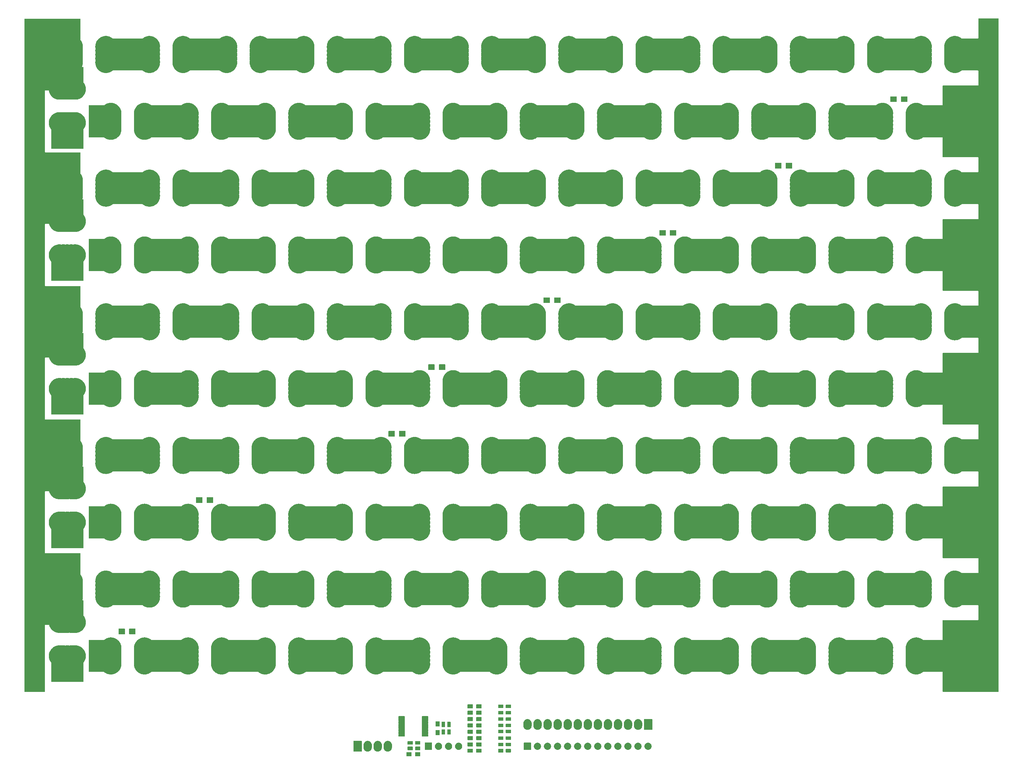
<source format=gbr>
G04 #@! TF.GenerationSoftware,KiCad,Pcbnew,(5.1.0-1152-gc9ccd8a64)*
G04 #@! TF.CreationDate,2019-07-16T09:28:44-04:00*
G04 #@! TF.ProjectId,Pack,5061636b-2e6b-4696-9361-645f70636258,rev?*
G04 #@! TF.SameCoordinates,Original*
G04 #@! TF.FileFunction,Soldermask,Top*
G04 #@! TF.FilePolarity,Negative*
%FSLAX46Y46*%
G04 Gerber Fmt 4.6, Leading zero omitted, Abs format (unit mm)*
G04 Created by KiCad (PCBNEW (5.1.0-1152-gc9ccd8a64)) date 2019-07-16 09:28:44*
%MOMM*%
%LPD*%
G04 APERTURE LIST*
%ADD10C,0.100000*%
G04 APERTURE END LIST*
D10*
G36*
X99890899Y-185556959D02*
G01*
X99907769Y-185568231D01*
X99919041Y-185585101D01*
X99925448Y-185617312D01*
X99925448Y-186492688D01*
X99922999Y-186505000D01*
X99919041Y-186524899D01*
X99907769Y-186541769D01*
X99890899Y-186553041D01*
X99871000Y-186556999D01*
X99858688Y-186559448D01*
X98683312Y-186559448D01*
X98651101Y-186553041D01*
X98634231Y-186541769D01*
X98622959Y-186524899D01*
X98616552Y-186492688D01*
X98616552Y-185617312D01*
X98622959Y-185585101D01*
X98634231Y-185568231D01*
X98651101Y-185556959D01*
X98683312Y-185550552D01*
X99858688Y-185550552D01*
X99890899Y-185556959D01*
X99890899Y-185556959D01*
G37*
G36*
X97690899Y-185556959D02*
G01*
X97707769Y-185568231D01*
X97719041Y-185585101D01*
X97725448Y-185617312D01*
X97725448Y-186492688D01*
X97722999Y-186505000D01*
X97719041Y-186524899D01*
X97707769Y-186541769D01*
X97690899Y-186553041D01*
X97671000Y-186556999D01*
X97658688Y-186559448D01*
X96483312Y-186559448D01*
X96451101Y-186553041D01*
X96434231Y-186541769D01*
X96422959Y-186524899D01*
X96416552Y-186492688D01*
X96416552Y-185617312D01*
X96422959Y-185585101D01*
X96434231Y-185568231D01*
X96451101Y-185556959D01*
X96483312Y-185550552D01*
X97658688Y-185550552D01*
X97690899Y-185556959D01*
X97690899Y-185556959D01*
G37*
G36*
X115364099Y-184634959D02*
G01*
X115380969Y-184646231D01*
X115392241Y-184663101D01*
X115398648Y-184695312D01*
X115398648Y-185570688D01*
X115396199Y-185583000D01*
X115392241Y-185602899D01*
X115380969Y-185619769D01*
X115364099Y-185631041D01*
X115344200Y-185634999D01*
X115331888Y-185637448D01*
X114156512Y-185637448D01*
X114124301Y-185631041D01*
X114107431Y-185619769D01*
X114096159Y-185602899D01*
X114089752Y-185570688D01*
X114089752Y-184695312D01*
X114096159Y-184663101D01*
X114107431Y-184646231D01*
X114124301Y-184634959D01*
X114156512Y-184628552D01*
X115331888Y-184628552D01*
X115364099Y-184634959D01*
X115364099Y-184634959D01*
G37*
G36*
X113164099Y-184634959D02*
G01*
X113180969Y-184646231D01*
X113192241Y-184663101D01*
X113198648Y-184695312D01*
X113198648Y-185570688D01*
X113196199Y-185583000D01*
X113192241Y-185602899D01*
X113180969Y-185619769D01*
X113164099Y-185631041D01*
X113144200Y-185634999D01*
X113131888Y-185637448D01*
X111956512Y-185637448D01*
X111924301Y-185631041D01*
X111907431Y-185619769D01*
X111896159Y-185602899D01*
X111889752Y-185570688D01*
X111889752Y-184695312D01*
X111896159Y-184663101D01*
X111907431Y-184646231D01*
X111924301Y-184634959D01*
X111956512Y-184628552D01*
X113131888Y-184628552D01*
X113164099Y-184634959D01*
X113164099Y-184634959D01*
G37*
G36*
X122813099Y-184709959D02*
G01*
X122829969Y-184721231D01*
X122841241Y-184738101D01*
X122847648Y-184770312D01*
X122847648Y-185495688D01*
X122845199Y-185508000D01*
X122841241Y-185527899D01*
X122829969Y-185544769D01*
X122813099Y-185556041D01*
X122793200Y-185559999D01*
X122780888Y-185562448D01*
X121605512Y-185562448D01*
X121573301Y-185556041D01*
X121556431Y-185544769D01*
X121545159Y-185527899D01*
X121538752Y-185495688D01*
X121538752Y-184770312D01*
X121545159Y-184738101D01*
X121556431Y-184721231D01*
X121573301Y-184709959D01*
X121605512Y-184703552D01*
X122780888Y-184703552D01*
X122813099Y-184709959D01*
X122813099Y-184709959D01*
G37*
G36*
X120913099Y-184709959D02*
G01*
X120929969Y-184721231D01*
X120941241Y-184738101D01*
X120947648Y-184770312D01*
X120947648Y-185495688D01*
X120945199Y-185508000D01*
X120941241Y-185527899D01*
X120929969Y-185544769D01*
X120913099Y-185556041D01*
X120893200Y-185559999D01*
X120880888Y-185562448D01*
X119705512Y-185562448D01*
X119673301Y-185556041D01*
X119656431Y-185544769D01*
X119645159Y-185527899D01*
X119638752Y-185495688D01*
X119638752Y-184770312D01*
X119645159Y-184738101D01*
X119656431Y-184721231D01*
X119673301Y-184709959D01*
X119705512Y-184703552D01*
X120880888Y-184703552D01*
X120913099Y-184709959D01*
X120913099Y-184709959D01*
G37*
G36*
X86701518Y-182649632D02*
G01*
X86750330Y-182650271D01*
X86798208Y-182659794D01*
X86852354Y-182665485D01*
X86898258Y-182679695D01*
X86939782Y-182687954D01*
X86991168Y-182708455D01*
X87049248Y-182726434D01*
X87085889Y-182746246D01*
X87119191Y-182759532D01*
X87171490Y-182792530D01*
X87230555Y-182824466D01*
X87257707Y-182846928D01*
X87282554Y-182862605D01*
X87332777Y-182909031D01*
X87389367Y-182955846D01*
X87407584Y-182978182D01*
X87424398Y-182993725D01*
X87469276Y-183053823D01*
X87519636Y-183115571D01*
X87530148Y-183135341D01*
X87539972Y-183148497D01*
X87576147Y-183221853D01*
X87616399Y-183297557D01*
X87621009Y-183312825D01*
X87625404Y-183321738D01*
X87649573Y-183407435D01*
X87675972Y-183494872D01*
X87676899Y-183504324D01*
X87677836Y-183507647D01*
X87686952Y-183606853D01*
X87691000Y-183648139D01*
X87691000Y-184348379D01*
X87673007Y-184519571D01*
X87644733Y-184608701D01*
X87615165Y-184703927D01*
X87613555Y-184706986D01*
X87610685Y-184716035D01*
X87566706Y-184796033D01*
X87525226Y-184874874D01*
X87519070Y-184882682D01*
X87511390Y-184896653D01*
X87456285Y-184962324D01*
X87405641Y-185026566D01*
X87393296Y-185037392D01*
X87378904Y-185054544D01*
X87316807Y-185104471D01*
X87260413Y-185153927D01*
X87240734Y-185165635D01*
X87218273Y-185183694D01*
X87153195Y-185217716D01*
X87094410Y-185252690D01*
X87066843Y-185262860D01*
X87035616Y-185279185D01*
X86971202Y-185298143D01*
X86913189Y-185319545D01*
X86877858Y-185325616D01*
X86837891Y-185337379D01*
X86777324Y-185342891D01*
X86722811Y-185352258D01*
X86680485Y-185351704D01*
X86632628Y-185356059D01*
X86578482Y-185350368D01*
X86529670Y-185349729D01*
X86481792Y-185340206D01*
X86427646Y-185334515D01*
X86381742Y-185320305D01*
X86340218Y-185312046D01*
X86288832Y-185291545D01*
X86230752Y-185273566D01*
X86194112Y-185253755D01*
X86160809Y-185240468D01*
X86108508Y-185207469D01*
X86049446Y-185175534D01*
X86022295Y-185153073D01*
X85997447Y-185137395D01*
X85947224Y-185090969D01*
X85890634Y-185044154D01*
X85872417Y-185021818D01*
X85855603Y-185006275D01*
X85810729Y-184946181D01*
X85760365Y-184884429D01*
X85749852Y-184864656D01*
X85740029Y-184851502D01*
X85703852Y-184778143D01*
X85663602Y-184702443D01*
X85658994Y-184687179D01*
X85654596Y-184678262D01*
X85630421Y-184592543D01*
X85604028Y-184505128D01*
X85603101Y-184495676D01*
X85602164Y-184492353D01*
X85593048Y-184393147D01*
X85589000Y-184351861D01*
X85589000Y-183651621D01*
X85606993Y-183480429D01*
X85635219Y-183391450D01*
X85664833Y-183296077D01*
X85666444Y-183293014D01*
X85669315Y-183283965D01*
X85713302Y-183203953D01*
X85754774Y-183125127D01*
X85760928Y-183117321D01*
X85768610Y-183103347D01*
X85823720Y-183037669D01*
X85874359Y-182973434D01*
X85886704Y-182962608D01*
X85901096Y-182945456D01*
X85963193Y-182895529D01*
X86019587Y-182846073D01*
X86039266Y-182834365D01*
X86061727Y-182816306D01*
X86126805Y-182782284D01*
X86185590Y-182747310D01*
X86213157Y-182737140D01*
X86244384Y-182720815D01*
X86308798Y-182701857D01*
X86366811Y-182680455D01*
X86402142Y-182674384D01*
X86442109Y-182662621D01*
X86502676Y-182657109D01*
X86557189Y-182647742D01*
X86599515Y-182648296D01*
X86647372Y-182643941D01*
X86701518Y-182649632D01*
X86701518Y-182649632D01*
G37*
G36*
X89241518Y-182649632D02*
G01*
X89290330Y-182650271D01*
X89338208Y-182659794D01*
X89392354Y-182665485D01*
X89438258Y-182679695D01*
X89479782Y-182687954D01*
X89531168Y-182708455D01*
X89589248Y-182726434D01*
X89625889Y-182746246D01*
X89659191Y-182759532D01*
X89711490Y-182792530D01*
X89770555Y-182824466D01*
X89797707Y-182846928D01*
X89822554Y-182862605D01*
X89872777Y-182909031D01*
X89929367Y-182955846D01*
X89947584Y-182978182D01*
X89964398Y-182993725D01*
X90009276Y-183053823D01*
X90059636Y-183115571D01*
X90070148Y-183135341D01*
X90079972Y-183148497D01*
X90116147Y-183221853D01*
X90156399Y-183297557D01*
X90161009Y-183312825D01*
X90165404Y-183321738D01*
X90189573Y-183407435D01*
X90215972Y-183494872D01*
X90216899Y-183504324D01*
X90217836Y-183507647D01*
X90226952Y-183606853D01*
X90231000Y-183648139D01*
X90231000Y-184348379D01*
X90213007Y-184519571D01*
X90184733Y-184608701D01*
X90155165Y-184703927D01*
X90153555Y-184706986D01*
X90150685Y-184716035D01*
X90106706Y-184796033D01*
X90065226Y-184874874D01*
X90059070Y-184882682D01*
X90051390Y-184896653D01*
X89996285Y-184962324D01*
X89945641Y-185026566D01*
X89933296Y-185037392D01*
X89918904Y-185054544D01*
X89856807Y-185104471D01*
X89800413Y-185153927D01*
X89780734Y-185165635D01*
X89758273Y-185183694D01*
X89693195Y-185217716D01*
X89634410Y-185252690D01*
X89606843Y-185262860D01*
X89575616Y-185279185D01*
X89511202Y-185298143D01*
X89453189Y-185319545D01*
X89417858Y-185325616D01*
X89377891Y-185337379D01*
X89317324Y-185342891D01*
X89262811Y-185352258D01*
X89220485Y-185351704D01*
X89172628Y-185356059D01*
X89118482Y-185350368D01*
X89069670Y-185349729D01*
X89021792Y-185340206D01*
X88967646Y-185334515D01*
X88921742Y-185320305D01*
X88880218Y-185312046D01*
X88828832Y-185291545D01*
X88770752Y-185273566D01*
X88734112Y-185253755D01*
X88700809Y-185240468D01*
X88648508Y-185207469D01*
X88589446Y-185175534D01*
X88562295Y-185153073D01*
X88537447Y-185137395D01*
X88487224Y-185090969D01*
X88430634Y-185044154D01*
X88412417Y-185021818D01*
X88395603Y-185006275D01*
X88350729Y-184946181D01*
X88300365Y-184884429D01*
X88289852Y-184864656D01*
X88280029Y-184851502D01*
X88243852Y-184778143D01*
X88203602Y-184702443D01*
X88198994Y-184687179D01*
X88194596Y-184678262D01*
X88170421Y-184592543D01*
X88144028Y-184505128D01*
X88143101Y-184495676D01*
X88142164Y-184492353D01*
X88133048Y-184393147D01*
X88129000Y-184351861D01*
X88129000Y-183651621D01*
X88146993Y-183480429D01*
X88175219Y-183391450D01*
X88204833Y-183296077D01*
X88206444Y-183293014D01*
X88209315Y-183283965D01*
X88253302Y-183203953D01*
X88294774Y-183125127D01*
X88300928Y-183117321D01*
X88308610Y-183103347D01*
X88363720Y-183037669D01*
X88414359Y-182973434D01*
X88426704Y-182962608D01*
X88441096Y-182945456D01*
X88503193Y-182895529D01*
X88559587Y-182846073D01*
X88579266Y-182834365D01*
X88601727Y-182816306D01*
X88666805Y-182782284D01*
X88725590Y-182747310D01*
X88753157Y-182737140D01*
X88784384Y-182720815D01*
X88848798Y-182701857D01*
X88906811Y-182680455D01*
X88942142Y-182674384D01*
X88982109Y-182662621D01*
X89042676Y-182657109D01*
X89097189Y-182647742D01*
X89139515Y-182648296D01*
X89187372Y-182643941D01*
X89241518Y-182649632D01*
X89241518Y-182649632D01*
G37*
G36*
X91781518Y-182649632D02*
G01*
X91830330Y-182650271D01*
X91878208Y-182659794D01*
X91932354Y-182665485D01*
X91978258Y-182679695D01*
X92019782Y-182687954D01*
X92071168Y-182708455D01*
X92129248Y-182726434D01*
X92165889Y-182746246D01*
X92199191Y-182759532D01*
X92251490Y-182792530D01*
X92310555Y-182824466D01*
X92337707Y-182846928D01*
X92362554Y-182862605D01*
X92412777Y-182909031D01*
X92469367Y-182955846D01*
X92487584Y-182978182D01*
X92504398Y-182993725D01*
X92549276Y-183053823D01*
X92599636Y-183115571D01*
X92610148Y-183135341D01*
X92619972Y-183148497D01*
X92656147Y-183221853D01*
X92696399Y-183297557D01*
X92701009Y-183312825D01*
X92705404Y-183321738D01*
X92729573Y-183407435D01*
X92755972Y-183494872D01*
X92756899Y-183504324D01*
X92757836Y-183507647D01*
X92766952Y-183606853D01*
X92771000Y-183648139D01*
X92771000Y-184348379D01*
X92753007Y-184519571D01*
X92724733Y-184608701D01*
X92695165Y-184703927D01*
X92693555Y-184706986D01*
X92690685Y-184716035D01*
X92646706Y-184796033D01*
X92605226Y-184874874D01*
X92599070Y-184882682D01*
X92591390Y-184896653D01*
X92536285Y-184962324D01*
X92485641Y-185026566D01*
X92473296Y-185037392D01*
X92458904Y-185054544D01*
X92396807Y-185104471D01*
X92340413Y-185153927D01*
X92320734Y-185165635D01*
X92298273Y-185183694D01*
X92233195Y-185217716D01*
X92174410Y-185252690D01*
X92146843Y-185262860D01*
X92115616Y-185279185D01*
X92051202Y-185298143D01*
X91993189Y-185319545D01*
X91957858Y-185325616D01*
X91917891Y-185337379D01*
X91857324Y-185342891D01*
X91802811Y-185352258D01*
X91760485Y-185351704D01*
X91712628Y-185356059D01*
X91658482Y-185350368D01*
X91609670Y-185349729D01*
X91561792Y-185340206D01*
X91507646Y-185334515D01*
X91461742Y-185320305D01*
X91420218Y-185312046D01*
X91368832Y-185291545D01*
X91310752Y-185273566D01*
X91274112Y-185253755D01*
X91240809Y-185240468D01*
X91188508Y-185207469D01*
X91129446Y-185175534D01*
X91102295Y-185153073D01*
X91077447Y-185137395D01*
X91027224Y-185090969D01*
X90970634Y-185044154D01*
X90952417Y-185021818D01*
X90935603Y-185006275D01*
X90890729Y-184946181D01*
X90840365Y-184884429D01*
X90829852Y-184864656D01*
X90820029Y-184851502D01*
X90783852Y-184778143D01*
X90743602Y-184702443D01*
X90738994Y-184687179D01*
X90734596Y-184678262D01*
X90710421Y-184592543D01*
X90684028Y-184505128D01*
X90683101Y-184495676D01*
X90682164Y-184492353D01*
X90673048Y-184393147D01*
X90669000Y-184351861D01*
X90669000Y-183651621D01*
X90686993Y-183480429D01*
X90715219Y-183391450D01*
X90744833Y-183296077D01*
X90746444Y-183293014D01*
X90749315Y-183283965D01*
X90793302Y-183203953D01*
X90834774Y-183125127D01*
X90840928Y-183117321D01*
X90848610Y-183103347D01*
X90903720Y-183037669D01*
X90954359Y-182973434D01*
X90966704Y-182962608D01*
X90981096Y-182945456D01*
X91043193Y-182895529D01*
X91099587Y-182846073D01*
X91119266Y-182834365D01*
X91141727Y-182816306D01*
X91206805Y-182782284D01*
X91265590Y-182747310D01*
X91293157Y-182737140D01*
X91324384Y-182720815D01*
X91388798Y-182701857D01*
X91446811Y-182680455D01*
X91482142Y-182674384D01*
X91522109Y-182662621D01*
X91582676Y-182657109D01*
X91637189Y-182647742D01*
X91679515Y-182648296D01*
X91727372Y-182643941D01*
X91781518Y-182649632D01*
X91781518Y-182649632D01*
G37*
G36*
X85119899Y-182651959D02*
G01*
X85136769Y-182663231D01*
X85148041Y-182680101D01*
X85154448Y-182712312D01*
X85154448Y-185287688D01*
X85151999Y-185300000D01*
X85148041Y-185319899D01*
X85136769Y-185336769D01*
X85119899Y-185348041D01*
X85100000Y-185351999D01*
X85087688Y-185354448D01*
X83112312Y-185354448D01*
X83080101Y-185348041D01*
X83063231Y-185336769D01*
X83051959Y-185319899D01*
X83045552Y-185287688D01*
X83045552Y-182712312D01*
X83051959Y-182680101D01*
X83063231Y-182663231D01*
X83080101Y-182651959D01*
X83112312Y-182645552D01*
X85087688Y-182645552D01*
X85119899Y-182651959D01*
X85119899Y-182651959D01*
G37*
G36*
X99908299Y-184120359D02*
G01*
X99925169Y-184131631D01*
X99936441Y-184148501D01*
X99942848Y-184180712D01*
X99942848Y-184906088D01*
X99940399Y-184918400D01*
X99936441Y-184938299D01*
X99925169Y-184955169D01*
X99908299Y-184966441D01*
X99888400Y-184970399D01*
X99876088Y-184972848D01*
X98700712Y-184972848D01*
X98668501Y-184966441D01*
X98651631Y-184955169D01*
X98640359Y-184938299D01*
X98633952Y-184906088D01*
X98633952Y-184180712D01*
X98640359Y-184148501D01*
X98651631Y-184131631D01*
X98668501Y-184120359D01*
X98700712Y-184113952D01*
X99876088Y-184113952D01*
X99908299Y-184120359D01*
X99908299Y-184120359D01*
G37*
G36*
X98008299Y-184120359D02*
G01*
X98025169Y-184131631D01*
X98036441Y-184148501D01*
X98042848Y-184180712D01*
X98042848Y-184906088D01*
X98040399Y-184918400D01*
X98036441Y-184938299D01*
X98025169Y-184955169D01*
X98008299Y-184966441D01*
X97988400Y-184970399D01*
X97976088Y-184972848D01*
X96800712Y-184972848D01*
X96768501Y-184966441D01*
X96751631Y-184955169D01*
X96740359Y-184938299D01*
X96733952Y-184906088D01*
X96733952Y-184180712D01*
X96740359Y-184148501D01*
X96751631Y-184131631D01*
X96768501Y-184120359D01*
X96800712Y-184113952D01*
X97976088Y-184113952D01*
X98008299Y-184120359D01*
X98008299Y-184120359D01*
G37*
G36*
X127869899Y-183101959D02*
G01*
X127886769Y-183113231D01*
X127898041Y-183130101D01*
X127904448Y-183162312D01*
X127904448Y-184837688D01*
X127901999Y-184850000D01*
X127898041Y-184869899D01*
X127886769Y-184886769D01*
X127869899Y-184898041D01*
X127850000Y-184901999D01*
X127837688Y-184904448D01*
X126162312Y-184904448D01*
X126130101Y-184898041D01*
X126113231Y-184886769D01*
X126101959Y-184869899D01*
X126095552Y-184837688D01*
X126095552Y-183162312D01*
X126101959Y-183130101D01*
X126113231Y-183113231D01*
X126130101Y-183101959D01*
X126162312Y-183095552D01*
X127837688Y-183095552D01*
X127869899Y-183101959D01*
X127869899Y-183101959D01*
G37*
G36*
X102869899Y-183101959D02*
G01*
X102886769Y-183113231D01*
X102898041Y-183130101D01*
X102904448Y-183162312D01*
X102904448Y-184837688D01*
X102901999Y-184850000D01*
X102898041Y-184869899D01*
X102886769Y-184886769D01*
X102869899Y-184898041D01*
X102850000Y-184901999D01*
X102837688Y-184904448D01*
X101162312Y-184904448D01*
X101130101Y-184898041D01*
X101113231Y-184886769D01*
X101101959Y-184869899D01*
X101095552Y-184837688D01*
X101095552Y-183162312D01*
X101101959Y-183130101D01*
X101113231Y-183113231D01*
X101130101Y-183101959D01*
X101162312Y-183095552D01*
X102837688Y-183095552D01*
X102869899Y-183101959D01*
X102869899Y-183101959D01*
G37*
G36*
X139888360Y-183113835D02*
G01*
X139969397Y-183140166D01*
X140056663Y-183167848D01*
X140059655Y-183169493D01*
X140068488Y-183172363D01*
X140140466Y-183213919D01*
X140211499Y-183252970D01*
X140218986Y-183259253D01*
X140232511Y-183267061D01*
X140290259Y-183319057D01*
X140346857Y-183366549D01*
X140356962Y-183379118D01*
X140373261Y-183393793D01*
X140415454Y-183451867D01*
X140457579Y-183504260D01*
X140467994Y-183524182D01*
X140484586Y-183547019D01*
X140511297Y-183607012D01*
X140539439Y-183660843D01*
X140547582Y-183688510D01*
X140561621Y-183720042D01*
X140573992Y-183778241D01*
X140589328Y-183830349D01*
X140592518Y-183865401D01*
X140600999Y-183905301D01*
X140600999Y-183958592D01*
X140605343Y-184006324D01*
X140600999Y-184047653D01*
X140600999Y-184094699D01*
X140591217Y-184140721D01*
X140586873Y-184182047D01*
X140572702Y-184227827D01*
X140561621Y-184279958D01*
X140545028Y-184317226D01*
X140534622Y-184350843D01*
X140508789Y-184398620D01*
X140484586Y-184452981D01*
X140464298Y-184480905D01*
X140450580Y-184506276D01*
X140411859Y-184553082D01*
X140373261Y-184606207D01*
X140352284Y-184625095D01*
X140337952Y-184642419D01*
X140285845Y-184684917D01*
X140232511Y-184732939D01*
X140213524Y-184743901D01*
X140201025Y-184754095D01*
X140135780Y-184788786D01*
X140068488Y-184827637D01*
X140053636Y-184832463D01*
X140045003Y-184837053D01*
X139967430Y-184860473D01*
X139888360Y-184886165D01*
X139879114Y-184887137D01*
X139875851Y-184888122D01*
X139784710Y-184897059D01*
X139747211Y-184901000D01*
X139652789Y-184901000D01*
X139511640Y-184886165D01*
X139430603Y-184859834D01*
X139343337Y-184832152D01*
X139340345Y-184830507D01*
X139331512Y-184827637D01*
X139259534Y-184786081D01*
X139188501Y-184747030D01*
X139181014Y-184740747D01*
X139167489Y-184732939D01*
X139109741Y-184680943D01*
X139053143Y-184633451D01*
X139043038Y-184620882D01*
X139026739Y-184606207D01*
X138984546Y-184548133D01*
X138942421Y-184495740D01*
X138932006Y-184475818D01*
X138915414Y-184452981D01*
X138888703Y-184392988D01*
X138860561Y-184339157D01*
X138852418Y-184311490D01*
X138838379Y-184279958D01*
X138826008Y-184221759D01*
X138810672Y-184169651D01*
X138807482Y-184134599D01*
X138799001Y-184094699D01*
X138799001Y-184041408D01*
X138794657Y-183993676D01*
X138799001Y-183952347D01*
X138799001Y-183905301D01*
X138808783Y-183859279D01*
X138813127Y-183817953D01*
X138827298Y-183772173D01*
X138838379Y-183720042D01*
X138854972Y-183682774D01*
X138865378Y-183649157D01*
X138891211Y-183601380D01*
X138915414Y-183547019D01*
X138935702Y-183519095D01*
X138949420Y-183493724D01*
X138988141Y-183446918D01*
X139026739Y-183393793D01*
X139047716Y-183374905D01*
X139062048Y-183357581D01*
X139114155Y-183315083D01*
X139167489Y-183267061D01*
X139186476Y-183256099D01*
X139198975Y-183245905D01*
X139264220Y-183211214D01*
X139331512Y-183172363D01*
X139346364Y-183167537D01*
X139354997Y-183162947D01*
X139432570Y-183139527D01*
X139511640Y-183113835D01*
X139520886Y-183112863D01*
X139524149Y-183111878D01*
X139615290Y-183102941D01*
X139652789Y-183099000D01*
X139747211Y-183099000D01*
X139888360Y-183113835D01*
X139888360Y-183113835D01*
G37*
G36*
X104728360Y-183113835D02*
G01*
X104809397Y-183140166D01*
X104896663Y-183167848D01*
X104899655Y-183169493D01*
X104908488Y-183172363D01*
X104980466Y-183213919D01*
X105051499Y-183252970D01*
X105058986Y-183259253D01*
X105072511Y-183267061D01*
X105130259Y-183319057D01*
X105186857Y-183366549D01*
X105196962Y-183379118D01*
X105213261Y-183393793D01*
X105255454Y-183451867D01*
X105297579Y-183504260D01*
X105307994Y-183524182D01*
X105324586Y-183547019D01*
X105351297Y-183607012D01*
X105379439Y-183660843D01*
X105387582Y-183688510D01*
X105401621Y-183720042D01*
X105413992Y-183778241D01*
X105429328Y-183830349D01*
X105432518Y-183865401D01*
X105440999Y-183905301D01*
X105440999Y-183958592D01*
X105445343Y-184006324D01*
X105440999Y-184047653D01*
X105440999Y-184094699D01*
X105431217Y-184140721D01*
X105426873Y-184182047D01*
X105412702Y-184227827D01*
X105401621Y-184279958D01*
X105385028Y-184317226D01*
X105374622Y-184350843D01*
X105348789Y-184398620D01*
X105324586Y-184452981D01*
X105304298Y-184480905D01*
X105290580Y-184506276D01*
X105251859Y-184553082D01*
X105213261Y-184606207D01*
X105192284Y-184625095D01*
X105177952Y-184642419D01*
X105125845Y-184684917D01*
X105072511Y-184732939D01*
X105053524Y-184743901D01*
X105041025Y-184754095D01*
X104975780Y-184788786D01*
X104908488Y-184827637D01*
X104893636Y-184832463D01*
X104885003Y-184837053D01*
X104807430Y-184860473D01*
X104728360Y-184886165D01*
X104719114Y-184887137D01*
X104715851Y-184888122D01*
X104624710Y-184897059D01*
X104587211Y-184901000D01*
X104492789Y-184901000D01*
X104351640Y-184886165D01*
X104270603Y-184859834D01*
X104183337Y-184832152D01*
X104180345Y-184830507D01*
X104171512Y-184827637D01*
X104099534Y-184786081D01*
X104028501Y-184747030D01*
X104021014Y-184740747D01*
X104007489Y-184732939D01*
X103949741Y-184680943D01*
X103893143Y-184633451D01*
X103883038Y-184620882D01*
X103866739Y-184606207D01*
X103824546Y-184548133D01*
X103782421Y-184495740D01*
X103772006Y-184475818D01*
X103755414Y-184452981D01*
X103728703Y-184392988D01*
X103700561Y-184339157D01*
X103692418Y-184311490D01*
X103678379Y-184279958D01*
X103666008Y-184221759D01*
X103650672Y-184169651D01*
X103647482Y-184134599D01*
X103639001Y-184094699D01*
X103639001Y-184041408D01*
X103634657Y-183993676D01*
X103639001Y-183952347D01*
X103639001Y-183905301D01*
X103648783Y-183859279D01*
X103653127Y-183817953D01*
X103667298Y-183772173D01*
X103678379Y-183720042D01*
X103694972Y-183682774D01*
X103705378Y-183649157D01*
X103731211Y-183601380D01*
X103755414Y-183547019D01*
X103775702Y-183519095D01*
X103789420Y-183493724D01*
X103828141Y-183446918D01*
X103866739Y-183393793D01*
X103887716Y-183374905D01*
X103902048Y-183357581D01*
X103954155Y-183315083D01*
X104007489Y-183267061D01*
X104026476Y-183256099D01*
X104038975Y-183245905D01*
X104104220Y-183211214D01*
X104171512Y-183172363D01*
X104186364Y-183167537D01*
X104194997Y-183162947D01*
X104272570Y-183139527D01*
X104351640Y-183113835D01*
X104360886Y-183112863D01*
X104364149Y-183111878D01*
X104455290Y-183102941D01*
X104492789Y-183099000D01*
X104587211Y-183099000D01*
X104728360Y-183113835D01*
X104728360Y-183113835D01*
G37*
G36*
X107268360Y-183113835D02*
G01*
X107349397Y-183140166D01*
X107436663Y-183167848D01*
X107439655Y-183169493D01*
X107448488Y-183172363D01*
X107520466Y-183213919D01*
X107591499Y-183252970D01*
X107598986Y-183259253D01*
X107612511Y-183267061D01*
X107670259Y-183319057D01*
X107726857Y-183366549D01*
X107736962Y-183379118D01*
X107753261Y-183393793D01*
X107795454Y-183451867D01*
X107837579Y-183504260D01*
X107847994Y-183524182D01*
X107864586Y-183547019D01*
X107891297Y-183607012D01*
X107919439Y-183660843D01*
X107927582Y-183688510D01*
X107941621Y-183720042D01*
X107953992Y-183778241D01*
X107969328Y-183830349D01*
X107972518Y-183865401D01*
X107980999Y-183905301D01*
X107980999Y-183958592D01*
X107985343Y-184006324D01*
X107980999Y-184047653D01*
X107980999Y-184094699D01*
X107971217Y-184140721D01*
X107966873Y-184182047D01*
X107952702Y-184227827D01*
X107941621Y-184279958D01*
X107925028Y-184317226D01*
X107914622Y-184350843D01*
X107888789Y-184398620D01*
X107864586Y-184452981D01*
X107844298Y-184480905D01*
X107830580Y-184506276D01*
X107791859Y-184553082D01*
X107753261Y-184606207D01*
X107732284Y-184625095D01*
X107717952Y-184642419D01*
X107665845Y-184684917D01*
X107612511Y-184732939D01*
X107593524Y-184743901D01*
X107581025Y-184754095D01*
X107515780Y-184788786D01*
X107448488Y-184827637D01*
X107433636Y-184832463D01*
X107425003Y-184837053D01*
X107347430Y-184860473D01*
X107268360Y-184886165D01*
X107259114Y-184887137D01*
X107255851Y-184888122D01*
X107164710Y-184897059D01*
X107127211Y-184901000D01*
X107032789Y-184901000D01*
X106891640Y-184886165D01*
X106810603Y-184859834D01*
X106723337Y-184832152D01*
X106720345Y-184830507D01*
X106711512Y-184827637D01*
X106639534Y-184786081D01*
X106568501Y-184747030D01*
X106561014Y-184740747D01*
X106547489Y-184732939D01*
X106489741Y-184680943D01*
X106433143Y-184633451D01*
X106423038Y-184620882D01*
X106406739Y-184606207D01*
X106364546Y-184548133D01*
X106322421Y-184495740D01*
X106312006Y-184475818D01*
X106295414Y-184452981D01*
X106268703Y-184392988D01*
X106240561Y-184339157D01*
X106232418Y-184311490D01*
X106218379Y-184279958D01*
X106206008Y-184221759D01*
X106190672Y-184169651D01*
X106187482Y-184134599D01*
X106179001Y-184094699D01*
X106179001Y-184041408D01*
X106174657Y-183993676D01*
X106179001Y-183952347D01*
X106179001Y-183905301D01*
X106188783Y-183859279D01*
X106193127Y-183817953D01*
X106207298Y-183772173D01*
X106218379Y-183720042D01*
X106234972Y-183682774D01*
X106245378Y-183649157D01*
X106271211Y-183601380D01*
X106295414Y-183547019D01*
X106315702Y-183519095D01*
X106329420Y-183493724D01*
X106368141Y-183446918D01*
X106406739Y-183393793D01*
X106427716Y-183374905D01*
X106442048Y-183357581D01*
X106494155Y-183315083D01*
X106547489Y-183267061D01*
X106566476Y-183256099D01*
X106578975Y-183245905D01*
X106644220Y-183211214D01*
X106711512Y-183172363D01*
X106726364Y-183167537D01*
X106734997Y-183162947D01*
X106812570Y-183139527D01*
X106891640Y-183113835D01*
X106900886Y-183112863D01*
X106904149Y-183111878D01*
X106995290Y-183102941D01*
X107032789Y-183099000D01*
X107127211Y-183099000D01*
X107268360Y-183113835D01*
X107268360Y-183113835D01*
G37*
G36*
X109808360Y-183113835D02*
G01*
X109889397Y-183140166D01*
X109976663Y-183167848D01*
X109979655Y-183169493D01*
X109988488Y-183172363D01*
X110060466Y-183213919D01*
X110131499Y-183252970D01*
X110138986Y-183259253D01*
X110152511Y-183267061D01*
X110210259Y-183319057D01*
X110266857Y-183366549D01*
X110276962Y-183379118D01*
X110293261Y-183393793D01*
X110335454Y-183451867D01*
X110377579Y-183504260D01*
X110387994Y-183524182D01*
X110404586Y-183547019D01*
X110431297Y-183607012D01*
X110459439Y-183660843D01*
X110467582Y-183688510D01*
X110481621Y-183720042D01*
X110493992Y-183778241D01*
X110509328Y-183830349D01*
X110512518Y-183865401D01*
X110520999Y-183905301D01*
X110520999Y-183958592D01*
X110525343Y-184006324D01*
X110520999Y-184047653D01*
X110520999Y-184094699D01*
X110511217Y-184140721D01*
X110506873Y-184182047D01*
X110492702Y-184227827D01*
X110481621Y-184279958D01*
X110465028Y-184317226D01*
X110454622Y-184350843D01*
X110428789Y-184398620D01*
X110404586Y-184452981D01*
X110384298Y-184480905D01*
X110370580Y-184506276D01*
X110331859Y-184553082D01*
X110293261Y-184606207D01*
X110272284Y-184625095D01*
X110257952Y-184642419D01*
X110205845Y-184684917D01*
X110152511Y-184732939D01*
X110133524Y-184743901D01*
X110121025Y-184754095D01*
X110055780Y-184788786D01*
X109988488Y-184827637D01*
X109973636Y-184832463D01*
X109965003Y-184837053D01*
X109887430Y-184860473D01*
X109808360Y-184886165D01*
X109799114Y-184887137D01*
X109795851Y-184888122D01*
X109704710Y-184897059D01*
X109667211Y-184901000D01*
X109572789Y-184901000D01*
X109431640Y-184886165D01*
X109350603Y-184859834D01*
X109263337Y-184832152D01*
X109260345Y-184830507D01*
X109251512Y-184827637D01*
X109179534Y-184786081D01*
X109108501Y-184747030D01*
X109101014Y-184740747D01*
X109087489Y-184732939D01*
X109029741Y-184680943D01*
X108973143Y-184633451D01*
X108963038Y-184620882D01*
X108946739Y-184606207D01*
X108904546Y-184548133D01*
X108862421Y-184495740D01*
X108852006Y-184475818D01*
X108835414Y-184452981D01*
X108808703Y-184392988D01*
X108780561Y-184339157D01*
X108772418Y-184311490D01*
X108758379Y-184279958D01*
X108746008Y-184221759D01*
X108730672Y-184169651D01*
X108727482Y-184134599D01*
X108719001Y-184094699D01*
X108719001Y-184041408D01*
X108714657Y-183993676D01*
X108719001Y-183952347D01*
X108719001Y-183905301D01*
X108728783Y-183859279D01*
X108733127Y-183817953D01*
X108747298Y-183772173D01*
X108758379Y-183720042D01*
X108774972Y-183682774D01*
X108785378Y-183649157D01*
X108811211Y-183601380D01*
X108835414Y-183547019D01*
X108855702Y-183519095D01*
X108869420Y-183493724D01*
X108908141Y-183446918D01*
X108946739Y-183393793D01*
X108967716Y-183374905D01*
X108982048Y-183357581D01*
X109034155Y-183315083D01*
X109087489Y-183267061D01*
X109106476Y-183256099D01*
X109118975Y-183245905D01*
X109184220Y-183211214D01*
X109251512Y-183172363D01*
X109266364Y-183167537D01*
X109274997Y-183162947D01*
X109352570Y-183139527D01*
X109431640Y-183113835D01*
X109440886Y-183112863D01*
X109444149Y-183111878D01*
X109535290Y-183102941D01*
X109572789Y-183099000D01*
X109667211Y-183099000D01*
X109808360Y-183113835D01*
X109808360Y-183113835D01*
G37*
G36*
X155128360Y-183113835D02*
G01*
X155209397Y-183140166D01*
X155296663Y-183167848D01*
X155299655Y-183169493D01*
X155308488Y-183172363D01*
X155380466Y-183213919D01*
X155451499Y-183252970D01*
X155458986Y-183259253D01*
X155472511Y-183267061D01*
X155530259Y-183319057D01*
X155586857Y-183366549D01*
X155596962Y-183379118D01*
X155613261Y-183393793D01*
X155655454Y-183451867D01*
X155697579Y-183504260D01*
X155707994Y-183524182D01*
X155724586Y-183547019D01*
X155751297Y-183607012D01*
X155779439Y-183660843D01*
X155787582Y-183688510D01*
X155801621Y-183720042D01*
X155813992Y-183778241D01*
X155829328Y-183830349D01*
X155832518Y-183865401D01*
X155840999Y-183905301D01*
X155840999Y-183958592D01*
X155845343Y-184006324D01*
X155840999Y-184047653D01*
X155840999Y-184094699D01*
X155831217Y-184140721D01*
X155826873Y-184182047D01*
X155812702Y-184227827D01*
X155801621Y-184279958D01*
X155785028Y-184317226D01*
X155774622Y-184350843D01*
X155748789Y-184398620D01*
X155724586Y-184452981D01*
X155704298Y-184480905D01*
X155690580Y-184506276D01*
X155651859Y-184553082D01*
X155613261Y-184606207D01*
X155592284Y-184625095D01*
X155577952Y-184642419D01*
X155525845Y-184684917D01*
X155472511Y-184732939D01*
X155453524Y-184743901D01*
X155441025Y-184754095D01*
X155375780Y-184788786D01*
X155308488Y-184827637D01*
X155293636Y-184832463D01*
X155285003Y-184837053D01*
X155207430Y-184860473D01*
X155128360Y-184886165D01*
X155119114Y-184887137D01*
X155115851Y-184888122D01*
X155024710Y-184897059D01*
X154987211Y-184901000D01*
X154892789Y-184901000D01*
X154751640Y-184886165D01*
X154670603Y-184859834D01*
X154583337Y-184832152D01*
X154580345Y-184830507D01*
X154571512Y-184827637D01*
X154499534Y-184786081D01*
X154428501Y-184747030D01*
X154421014Y-184740747D01*
X154407489Y-184732939D01*
X154349741Y-184680943D01*
X154293143Y-184633451D01*
X154283038Y-184620882D01*
X154266739Y-184606207D01*
X154224546Y-184548133D01*
X154182421Y-184495740D01*
X154172006Y-184475818D01*
X154155414Y-184452981D01*
X154128703Y-184392988D01*
X154100561Y-184339157D01*
X154092418Y-184311490D01*
X154078379Y-184279958D01*
X154066008Y-184221759D01*
X154050672Y-184169651D01*
X154047482Y-184134599D01*
X154039001Y-184094699D01*
X154039001Y-184041408D01*
X154034657Y-183993676D01*
X154039001Y-183952347D01*
X154039001Y-183905301D01*
X154048783Y-183859279D01*
X154053127Y-183817953D01*
X154067298Y-183772173D01*
X154078379Y-183720042D01*
X154094972Y-183682774D01*
X154105378Y-183649157D01*
X154131211Y-183601380D01*
X154155414Y-183547019D01*
X154175702Y-183519095D01*
X154189420Y-183493724D01*
X154228141Y-183446918D01*
X154266739Y-183393793D01*
X154287716Y-183374905D01*
X154302048Y-183357581D01*
X154354155Y-183315083D01*
X154407489Y-183267061D01*
X154426476Y-183256099D01*
X154438975Y-183245905D01*
X154504220Y-183211214D01*
X154571512Y-183172363D01*
X154586364Y-183167537D01*
X154594997Y-183162947D01*
X154672570Y-183139527D01*
X154751640Y-183113835D01*
X154760886Y-183112863D01*
X154764149Y-183111878D01*
X154855290Y-183102941D01*
X154892789Y-183099000D01*
X154987211Y-183099000D01*
X155128360Y-183113835D01*
X155128360Y-183113835D01*
G37*
G36*
X152588360Y-183113835D02*
G01*
X152669397Y-183140166D01*
X152756663Y-183167848D01*
X152759655Y-183169493D01*
X152768488Y-183172363D01*
X152840466Y-183213919D01*
X152911499Y-183252970D01*
X152918986Y-183259253D01*
X152932511Y-183267061D01*
X152990259Y-183319057D01*
X153046857Y-183366549D01*
X153056962Y-183379118D01*
X153073261Y-183393793D01*
X153115454Y-183451867D01*
X153157579Y-183504260D01*
X153167994Y-183524182D01*
X153184586Y-183547019D01*
X153211297Y-183607012D01*
X153239439Y-183660843D01*
X153247582Y-183688510D01*
X153261621Y-183720042D01*
X153273992Y-183778241D01*
X153289328Y-183830349D01*
X153292518Y-183865401D01*
X153300999Y-183905301D01*
X153300999Y-183958592D01*
X153305343Y-184006324D01*
X153300999Y-184047653D01*
X153300999Y-184094699D01*
X153291217Y-184140721D01*
X153286873Y-184182047D01*
X153272702Y-184227827D01*
X153261621Y-184279958D01*
X153245028Y-184317226D01*
X153234622Y-184350843D01*
X153208789Y-184398620D01*
X153184586Y-184452981D01*
X153164298Y-184480905D01*
X153150580Y-184506276D01*
X153111859Y-184553082D01*
X153073261Y-184606207D01*
X153052284Y-184625095D01*
X153037952Y-184642419D01*
X152985845Y-184684917D01*
X152932511Y-184732939D01*
X152913524Y-184743901D01*
X152901025Y-184754095D01*
X152835780Y-184788786D01*
X152768488Y-184827637D01*
X152753636Y-184832463D01*
X152745003Y-184837053D01*
X152667430Y-184860473D01*
X152588360Y-184886165D01*
X152579114Y-184887137D01*
X152575851Y-184888122D01*
X152484710Y-184897059D01*
X152447211Y-184901000D01*
X152352789Y-184901000D01*
X152211640Y-184886165D01*
X152130603Y-184859834D01*
X152043337Y-184832152D01*
X152040345Y-184830507D01*
X152031512Y-184827637D01*
X151959534Y-184786081D01*
X151888501Y-184747030D01*
X151881014Y-184740747D01*
X151867489Y-184732939D01*
X151809741Y-184680943D01*
X151753143Y-184633451D01*
X151743038Y-184620882D01*
X151726739Y-184606207D01*
X151684546Y-184548133D01*
X151642421Y-184495740D01*
X151632006Y-184475818D01*
X151615414Y-184452981D01*
X151588703Y-184392988D01*
X151560561Y-184339157D01*
X151552418Y-184311490D01*
X151538379Y-184279958D01*
X151526008Y-184221759D01*
X151510672Y-184169651D01*
X151507482Y-184134599D01*
X151499001Y-184094699D01*
X151499001Y-184041408D01*
X151494657Y-183993676D01*
X151499001Y-183952347D01*
X151499001Y-183905301D01*
X151508783Y-183859279D01*
X151513127Y-183817953D01*
X151527298Y-183772173D01*
X151538379Y-183720042D01*
X151554972Y-183682774D01*
X151565378Y-183649157D01*
X151591211Y-183601380D01*
X151615414Y-183547019D01*
X151635702Y-183519095D01*
X151649420Y-183493724D01*
X151688141Y-183446918D01*
X151726739Y-183393793D01*
X151747716Y-183374905D01*
X151762048Y-183357581D01*
X151814155Y-183315083D01*
X151867489Y-183267061D01*
X151886476Y-183256099D01*
X151898975Y-183245905D01*
X151964220Y-183211214D01*
X152031512Y-183172363D01*
X152046364Y-183167537D01*
X152054997Y-183162947D01*
X152132570Y-183139527D01*
X152211640Y-183113835D01*
X152220886Y-183112863D01*
X152224149Y-183111878D01*
X152315290Y-183102941D01*
X152352789Y-183099000D01*
X152447211Y-183099000D01*
X152588360Y-183113835D01*
X152588360Y-183113835D01*
G37*
G36*
X150048360Y-183113835D02*
G01*
X150129397Y-183140166D01*
X150216663Y-183167848D01*
X150219655Y-183169493D01*
X150228488Y-183172363D01*
X150300466Y-183213919D01*
X150371499Y-183252970D01*
X150378986Y-183259253D01*
X150392511Y-183267061D01*
X150450259Y-183319057D01*
X150506857Y-183366549D01*
X150516962Y-183379118D01*
X150533261Y-183393793D01*
X150575454Y-183451867D01*
X150617579Y-183504260D01*
X150627994Y-183524182D01*
X150644586Y-183547019D01*
X150671297Y-183607012D01*
X150699439Y-183660843D01*
X150707582Y-183688510D01*
X150721621Y-183720042D01*
X150733992Y-183778241D01*
X150749328Y-183830349D01*
X150752518Y-183865401D01*
X150760999Y-183905301D01*
X150760999Y-183958592D01*
X150765343Y-184006324D01*
X150760999Y-184047653D01*
X150760999Y-184094699D01*
X150751217Y-184140721D01*
X150746873Y-184182047D01*
X150732702Y-184227827D01*
X150721621Y-184279958D01*
X150705028Y-184317226D01*
X150694622Y-184350843D01*
X150668789Y-184398620D01*
X150644586Y-184452981D01*
X150624298Y-184480905D01*
X150610580Y-184506276D01*
X150571859Y-184553082D01*
X150533261Y-184606207D01*
X150512284Y-184625095D01*
X150497952Y-184642419D01*
X150445845Y-184684917D01*
X150392511Y-184732939D01*
X150373524Y-184743901D01*
X150361025Y-184754095D01*
X150295780Y-184788786D01*
X150228488Y-184827637D01*
X150213636Y-184832463D01*
X150205003Y-184837053D01*
X150127430Y-184860473D01*
X150048360Y-184886165D01*
X150039114Y-184887137D01*
X150035851Y-184888122D01*
X149944710Y-184897059D01*
X149907211Y-184901000D01*
X149812789Y-184901000D01*
X149671640Y-184886165D01*
X149590603Y-184859834D01*
X149503337Y-184832152D01*
X149500345Y-184830507D01*
X149491512Y-184827637D01*
X149419534Y-184786081D01*
X149348501Y-184747030D01*
X149341014Y-184740747D01*
X149327489Y-184732939D01*
X149269741Y-184680943D01*
X149213143Y-184633451D01*
X149203038Y-184620882D01*
X149186739Y-184606207D01*
X149144546Y-184548133D01*
X149102421Y-184495740D01*
X149092006Y-184475818D01*
X149075414Y-184452981D01*
X149048703Y-184392988D01*
X149020561Y-184339157D01*
X149012418Y-184311490D01*
X148998379Y-184279958D01*
X148986008Y-184221759D01*
X148970672Y-184169651D01*
X148967482Y-184134599D01*
X148959001Y-184094699D01*
X148959001Y-184041408D01*
X148954657Y-183993676D01*
X148959001Y-183952347D01*
X148959001Y-183905301D01*
X148968783Y-183859279D01*
X148973127Y-183817953D01*
X148987298Y-183772173D01*
X148998379Y-183720042D01*
X149014972Y-183682774D01*
X149025378Y-183649157D01*
X149051211Y-183601380D01*
X149075414Y-183547019D01*
X149095702Y-183519095D01*
X149109420Y-183493724D01*
X149148141Y-183446918D01*
X149186739Y-183393793D01*
X149207716Y-183374905D01*
X149222048Y-183357581D01*
X149274155Y-183315083D01*
X149327489Y-183267061D01*
X149346476Y-183256099D01*
X149358975Y-183245905D01*
X149424220Y-183211214D01*
X149491512Y-183172363D01*
X149506364Y-183167537D01*
X149514997Y-183162947D01*
X149592570Y-183139527D01*
X149671640Y-183113835D01*
X149680886Y-183112863D01*
X149684149Y-183111878D01*
X149775290Y-183102941D01*
X149812789Y-183099000D01*
X149907211Y-183099000D01*
X150048360Y-183113835D01*
X150048360Y-183113835D01*
G37*
G36*
X147508360Y-183113835D02*
G01*
X147589397Y-183140166D01*
X147676663Y-183167848D01*
X147679655Y-183169493D01*
X147688488Y-183172363D01*
X147760466Y-183213919D01*
X147831499Y-183252970D01*
X147838986Y-183259253D01*
X147852511Y-183267061D01*
X147910259Y-183319057D01*
X147966857Y-183366549D01*
X147976962Y-183379118D01*
X147993261Y-183393793D01*
X148035454Y-183451867D01*
X148077579Y-183504260D01*
X148087994Y-183524182D01*
X148104586Y-183547019D01*
X148131297Y-183607012D01*
X148159439Y-183660843D01*
X148167582Y-183688510D01*
X148181621Y-183720042D01*
X148193992Y-183778241D01*
X148209328Y-183830349D01*
X148212518Y-183865401D01*
X148220999Y-183905301D01*
X148220999Y-183958592D01*
X148225343Y-184006324D01*
X148220999Y-184047653D01*
X148220999Y-184094699D01*
X148211217Y-184140721D01*
X148206873Y-184182047D01*
X148192702Y-184227827D01*
X148181621Y-184279958D01*
X148165028Y-184317226D01*
X148154622Y-184350843D01*
X148128789Y-184398620D01*
X148104586Y-184452981D01*
X148084298Y-184480905D01*
X148070580Y-184506276D01*
X148031859Y-184553082D01*
X147993261Y-184606207D01*
X147972284Y-184625095D01*
X147957952Y-184642419D01*
X147905845Y-184684917D01*
X147852511Y-184732939D01*
X147833524Y-184743901D01*
X147821025Y-184754095D01*
X147755780Y-184788786D01*
X147688488Y-184827637D01*
X147673636Y-184832463D01*
X147665003Y-184837053D01*
X147587430Y-184860473D01*
X147508360Y-184886165D01*
X147499114Y-184887137D01*
X147495851Y-184888122D01*
X147404710Y-184897059D01*
X147367211Y-184901000D01*
X147272789Y-184901000D01*
X147131640Y-184886165D01*
X147050603Y-184859834D01*
X146963337Y-184832152D01*
X146960345Y-184830507D01*
X146951512Y-184827637D01*
X146879534Y-184786081D01*
X146808501Y-184747030D01*
X146801014Y-184740747D01*
X146787489Y-184732939D01*
X146729741Y-184680943D01*
X146673143Y-184633451D01*
X146663038Y-184620882D01*
X146646739Y-184606207D01*
X146604546Y-184548133D01*
X146562421Y-184495740D01*
X146552006Y-184475818D01*
X146535414Y-184452981D01*
X146508703Y-184392988D01*
X146480561Y-184339157D01*
X146472418Y-184311490D01*
X146458379Y-184279958D01*
X146446008Y-184221759D01*
X146430672Y-184169651D01*
X146427482Y-184134599D01*
X146419001Y-184094699D01*
X146419001Y-184041408D01*
X146414657Y-183993676D01*
X146419001Y-183952347D01*
X146419001Y-183905301D01*
X146428783Y-183859279D01*
X146433127Y-183817953D01*
X146447298Y-183772173D01*
X146458379Y-183720042D01*
X146474972Y-183682774D01*
X146485378Y-183649157D01*
X146511211Y-183601380D01*
X146535414Y-183547019D01*
X146555702Y-183519095D01*
X146569420Y-183493724D01*
X146608141Y-183446918D01*
X146646739Y-183393793D01*
X146667716Y-183374905D01*
X146682048Y-183357581D01*
X146734155Y-183315083D01*
X146787489Y-183267061D01*
X146806476Y-183256099D01*
X146818975Y-183245905D01*
X146884220Y-183211214D01*
X146951512Y-183172363D01*
X146966364Y-183167537D01*
X146974997Y-183162947D01*
X147052570Y-183139527D01*
X147131640Y-183113835D01*
X147140886Y-183112863D01*
X147144149Y-183111878D01*
X147235290Y-183102941D01*
X147272789Y-183099000D01*
X147367211Y-183099000D01*
X147508360Y-183113835D01*
X147508360Y-183113835D01*
G37*
G36*
X144968360Y-183113835D02*
G01*
X145049397Y-183140166D01*
X145136663Y-183167848D01*
X145139655Y-183169493D01*
X145148488Y-183172363D01*
X145220466Y-183213919D01*
X145291499Y-183252970D01*
X145298986Y-183259253D01*
X145312511Y-183267061D01*
X145370259Y-183319057D01*
X145426857Y-183366549D01*
X145436962Y-183379118D01*
X145453261Y-183393793D01*
X145495454Y-183451867D01*
X145537579Y-183504260D01*
X145547994Y-183524182D01*
X145564586Y-183547019D01*
X145591297Y-183607012D01*
X145619439Y-183660843D01*
X145627582Y-183688510D01*
X145641621Y-183720042D01*
X145653992Y-183778241D01*
X145669328Y-183830349D01*
X145672518Y-183865401D01*
X145680999Y-183905301D01*
X145680999Y-183958592D01*
X145685343Y-184006324D01*
X145680999Y-184047653D01*
X145680999Y-184094699D01*
X145671217Y-184140721D01*
X145666873Y-184182047D01*
X145652702Y-184227827D01*
X145641621Y-184279958D01*
X145625028Y-184317226D01*
X145614622Y-184350843D01*
X145588789Y-184398620D01*
X145564586Y-184452981D01*
X145544298Y-184480905D01*
X145530580Y-184506276D01*
X145491859Y-184553082D01*
X145453261Y-184606207D01*
X145432284Y-184625095D01*
X145417952Y-184642419D01*
X145365845Y-184684917D01*
X145312511Y-184732939D01*
X145293524Y-184743901D01*
X145281025Y-184754095D01*
X145215780Y-184788786D01*
X145148488Y-184827637D01*
X145133636Y-184832463D01*
X145125003Y-184837053D01*
X145047430Y-184860473D01*
X144968360Y-184886165D01*
X144959114Y-184887137D01*
X144955851Y-184888122D01*
X144864710Y-184897059D01*
X144827211Y-184901000D01*
X144732789Y-184901000D01*
X144591640Y-184886165D01*
X144510603Y-184859834D01*
X144423337Y-184832152D01*
X144420345Y-184830507D01*
X144411512Y-184827637D01*
X144339534Y-184786081D01*
X144268501Y-184747030D01*
X144261014Y-184740747D01*
X144247489Y-184732939D01*
X144189741Y-184680943D01*
X144133143Y-184633451D01*
X144123038Y-184620882D01*
X144106739Y-184606207D01*
X144064546Y-184548133D01*
X144022421Y-184495740D01*
X144012006Y-184475818D01*
X143995414Y-184452981D01*
X143968703Y-184392988D01*
X143940561Y-184339157D01*
X143932418Y-184311490D01*
X143918379Y-184279958D01*
X143906008Y-184221759D01*
X143890672Y-184169651D01*
X143887482Y-184134599D01*
X143879001Y-184094699D01*
X143879001Y-184041408D01*
X143874657Y-183993676D01*
X143879001Y-183952347D01*
X143879001Y-183905301D01*
X143888783Y-183859279D01*
X143893127Y-183817953D01*
X143907298Y-183772173D01*
X143918379Y-183720042D01*
X143934972Y-183682774D01*
X143945378Y-183649157D01*
X143971211Y-183601380D01*
X143995414Y-183547019D01*
X144015702Y-183519095D01*
X144029420Y-183493724D01*
X144068141Y-183446918D01*
X144106739Y-183393793D01*
X144127716Y-183374905D01*
X144142048Y-183357581D01*
X144194155Y-183315083D01*
X144247489Y-183267061D01*
X144266476Y-183256099D01*
X144278975Y-183245905D01*
X144344220Y-183211214D01*
X144411512Y-183172363D01*
X144426364Y-183167537D01*
X144434997Y-183162947D01*
X144512570Y-183139527D01*
X144591640Y-183113835D01*
X144600886Y-183112863D01*
X144604149Y-183111878D01*
X144695290Y-183102941D01*
X144732789Y-183099000D01*
X144827211Y-183099000D01*
X144968360Y-183113835D01*
X144968360Y-183113835D01*
G37*
G36*
X142428360Y-183113835D02*
G01*
X142509397Y-183140166D01*
X142596663Y-183167848D01*
X142599655Y-183169493D01*
X142608488Y-183172363D01*
X142680466Y-183213919D01*
X142751499Y-183252970D01*
X142758986Y-183259253D01*
X142772511Y-183267061D01*
X142830259Y-183319057D01*
X142886857Y-183366549D01*
X142896962Y-183379118D01*
X142913261Y-183393793D01*
X142955454Y-183451867D01*
X142997579Y-183504260D01*
X143007994Y-183524182D01*
X143024586Y-183547019D01*
X143051297Y-183607012D01*
X143079439Y-183660843D01*
X143087582Y-183688510D01*
X143101621Y-183720042D01*
X143113992Y-183778241D01*
X143129328Y-183830349D01*
X143132518Y-183865401D01*
X143140999Y-183905301D01*
X143140999Y-183958592D01*
X143145343Y-184006324D01*
X143140999Y-184047653D01*
X143140999Y-184094699D01*
X143131217Y-184140721D01*
X143126873Y-184182047D01*
X143112702Y-184227827D01*
X143101621Y-184279958D01*
X143085028Y-184317226D01*
X143074622Y-184350843D01*
X143048789Y-184398620D01*
X143024586Y-184452981D01*
X143004298Y-184480905D01*
X142990580Y-184506276D01*
X142951859Y-184553082D01*
X142913261Y-184606207D01*
X142892284Y-184625095D01*
X142877952Y-184642419D01*
X142825845Y-184684917D01*
X142772511Y-184732939D01*
X142753524Y-184743901D01*
X142741025Y-184754095D01*
X142675780Y-184788786D01*
X142608488Y-184827637D01*
X142593636Y-184832463D01*
X142585003Y-184837053D01*
X142507430Y-184860473D01*
X142428360Y-184886165D01*
X142419114Y-184887137D01*
X142415851Y-184888122D01*
X142324710Y-184897059D01*
X142287211Y-184901000D01*
X142192789Y-184901000D01*
X142051640Y-184886165D01*
X141970603Y-184859834D01*
X141883337Y-184832152D01*
X141880345Y-184830507D01*
X141871512Y-184827637D01*
X141799534Y-184786081D01*
X141728501Y-184747030D01*
X141721014Y-184740747D01*
X141707489Y-184732939D01*
X141649741Y-184680943D01*
X141593143Y-184633451D01*
X141583038Y-184620882D01*
X141566739Y-184606207D01*
X141524546Y-184548133D01*
X141482421Y-184495740D01*
X141472006Y-184475818D01*
X141455414Y-184452981D01*
X141428703Y-184392988D01*
X141400561Y-184339157D01*
X141392418Y-184311490D01*
X141378379Y-184279958D01*
X141366008Y-184221759D01*
X141350672Y-184169651D01*
X141347482Y-184134599D01*
X141339001Y-184094699D01*
X141339001Y-184041408D01*
X141334657Y-183993676D01*
X141339001Y-183952347D01*
X141339001Y-183905301D01*
X141348783Y-183859279D01*
X141353127Y-183817953D01*
X141367298Y-183772173D01*
X141378379Y-183720042D01*
X141394972Y-183682774D01*
X141405378Y-183649157D01*
X141431211Y-183601380D01*
X141455414Y-183547019D01*
X141475702Y-183519095D01*
X141489420Y-183493724D01*
X141528141Y-183446918D01*
X141566739Y-183393793D01*
X141587716Y-183374905D01*
X141602048Y-183357581D01*
X141654155Y-183315083D01*
X141707489Y-183267061D01*
X141726476Y-183256099D01*
X141738975Y-183245905D01*
X141804220Y-183211214D01*
X141871512Y-183172363D01*
X141886364Y-183167537D01*
X141894997Y-183162947D01*
X141972570Y-183139527D01*
X142051640Y-183113835D01*
X142060886Y-183112863D01*
X142064149Y-183111878D01*
X142155290Y-183102941D01*
X142192789Y-183099000D01*
X142287211Y-183099000D01*
X142428360Y-183113835D01*
X142428360Y-183113835D01*
G37*
G36*
X157668360Y-183113835D02*
G01*
X157749397Y-183140166D01*
X157836663Y-183167848D01*
X157839655Y-183169493D01*
X157848488Y-183172363D01*
X157920466Y-183213919D01*
X157991499Y-183252970D01*
X157998986Y-183259253D01*
X158012511Y-183267061D01*
X158070259Y-183319057D01*
X158126857Y-183366549D01*
X158136962Y-183379118D01*
X158153261Y-183393793D01*
X158195454Y-183451867D01*
X158237579Y-183504260D01*
X158247994Y-183524182D01*
X158264586Y-183547019D01*
X158291297Y-183607012D01*
X158319439Y-183660843D01*
X158327582Y-183688510D01*
X158341621Y-183720042D01*
X158353992Y-183778241D01*
X158369328Y-183830349D01*
X158372518Y-183865401D01*
X158380999Y-183905301D01*
X158380999Y-183958592D01*
X158385343Y-184006324D01*
X158380999Y-184047653D01*
X158380999Y-184094699D01*
X158371217Y-184140721D01*
X158366873Y-184182047D01*
X158352702Y-184227827D01*
X158341621Y-184279958D01*
X158325028Y-184317226D01*
X158314622Y-184350843D01*
X158288789Y-184398620D01*
X158264586Y-184452981D01*
X158244298Y-184480905D01*
X158230580Y-184506276D01*
X158191859Y-184553082D01*
X158153261Y-184606207D01*
X158132284Y-184625095D01*
X158117952Y-184642419D01*
X158065845Y-184684917D01*
X158012511Y-184732939D01*
X157993524Y-184743901D01*
X157981025Y-184754095D01*
X157915780Y-184788786D01*
X157848488Y-184827637D01*
X157833636Y-184832463D01*
X157825003Y-184837053D01*
X157747430Y-184860473D01*
X157668360Y-184886165D01*
X157659114Y-184887137D01*
X157655851Y-184888122D01*
X157564710Y-184897059D01*
X157527211Y-184901000D01*
X157432789Y-184901000D01*
X157291640Y-184886165D01*
X157210603Y-184859834D01*
X157123337Y-184832152D01*
X157120345Y-184830507D01*
X157111512Y-184827637D01*
X157039534Y-184786081D01*
X156968501Y-184747030D01*
X156961014Y-184740747D01*
X156947489Y-184732939D01*
X156889741Y-184680943D01*
X156833143Y-184633451D01*
X156823038Y-184620882D01*
X156806739Y-184606207D01*
X156764546Y-184548133D01*
X156722421Y-184495740D01*
X156712006Y-184475818D01*
X156695414Y-184452981D01*
X156668703Y-184392988D01*
X156640561Y-184339157D01*
X156632418Y-184311490D01*
X156618379Y-184279958D01*
X156606008Y-184221759D01*
X156590672Y-184169651D01*
X156587482Y-184134599D01*
X156579001Y-184094699D01*
X156579001Y-184041408D01*
X156574657Y-183993676D01*
X156579001Y-183952347D01*
X156579001Y-183905301D01*
X156588783Y-183859279D01*
X156593127Y-183817953D01*
X156607298Y-183772173D01*
X156618379Y-183720042D01*
X156634972Y-183682774D01*
X156645378Y-183649157D01*
X156671211Y-183601380D01*
X156695414Y-183547019D01*
X156715702Y-183519095D01*
X156729420Y-183493724D01*
X156768141Y-183446918D01*
X156806739Y-183393793D01*
X156827716Y-183374905D01*
X156842048Y-183357581D01*
X156894155Y-183315083D01*
X156947489Y-183267061D01*
X156966476Y-183256099D01*
X156978975Y-183245905D01*
X157044220Y-183211214D01*
X157111512Y-183172363D01*
X157126364Y-183167537D01*
X157134997Y-183162947D01*
X157212570Y-183139527D01*
X157291640Y-183113835D01*
X157300886Y-183112863D01*
X157304149Y-183111878D01*
X157395290Y-183102941D01*
X157432789Y-183099000D01*
X157527211Y-183099000D01*
X157668360Y-183113835D01*
X157668360Y-183113835D01*
G37*
G36*
X137348360Y-183113835D02*
G01*
X137429397Y-183140166D01*
X137516663Y-183167848D01*
X137519655Y-183169493D01*
X137528488Y-183172363D01*
X137600466Y-183213919D01*
X137671499Y-183252970D01*
X137678986Y-183259253D01*
X137692511Y-183267061D01*
X137750259Y-183319057D01*
X137806857Y-183366549D01*
X137816962Y-183379118D01*
X137833261Y-183393793D01*
X137875454Y-183451867D01*
X137917579Y-183504260D01*
X137927994Y-183524182D01*
X137944586Y-183547019D01*
X137971297Y-183607012D01*
X137999439Y-183660843D01*
X138007582Y-183688510D01*
X138021621Y-183720042D01*
X138033992Y-183778241D01*
X138049328Y-183830349D01*
X138052518Y-183865401D01*
X138060999Y-183905301D01*
X138060999Y-183958592D01*
X138065343Y-184006324D01*
X138060999Y-184047653D01*
X138060999Y-184094699D01*
X138051217Y-184140721D01*
X138046873Y-184182047D01*
X138032702Y-184227827D01*
X138021621Y-184279958D01*
X138005028Y-184317226D01*
X137994622Y-184350843D01*
X137968789Y-184398620D01*
X137944586Y-184452981D01*
X137924298Y-184480905D01*
X137910580Y-184506276D01*
X137871859Y-184553082D01*
X137833261Y-184606207D01*
X137812284Y-184625095D01*
X137797952Y-184642419D01*
X137745845Y-184684917D01*
X137692511Y-184732939D01*
X137673524Y-184743901D01*
X137661025Y-184754095D01*
X137595780Y-184788786D01*
X137528488Y-184827637D01*
X137513636Y-184832463D01*
X137505003Y-184837053D01*
X137427430Y-184860473D01*
X137348360Y-184886165D01*
X137339114Y-184887137D01*
X137335851Y-184888122D01*
X137244710Y-184897059D01*
X137207211Y-184901000D01*
X137112789Y-184901000D01*
X136971640Y-184886165D01*
X136890603Y-184859834D01*
X136803337Y-184832152D01*
X136800345Y-184830507D01*
X136791512Y-184827637D01*
X136719534Y-184786081D01*
X136648501Y-184747030D01*
X136641014Y-184740747D01*
X136627489Y-184732939D01*
X136569741Y-184680943D01*
X136513143Y-184633451D01*
X136503038Y-184620882D01*
X136486739Y-184606207D01*
X136444546Y-184548133D01*
X136402421Y-184495740D01*
X136392006Y-184475818D01*
X136375414Y-184452981D01*
X136348703Y-184392988D01*
X136320561Y-184339157D01*
X136312418Y-184311490D01*
X136298379Y-184279958D01*
X136286008Y-184221759D01*
X136270672Y-184169651D01*
X136267482Y-184134599D01*
X136259001Y-184094699D01*
X136259001Y-184041408D01*
X136254657Y-183993676D01*
X136259001Y-183952347D01*
X136259001Y-183905301D01*
X136268783Y-183859279D01*
X136273127Y-183817953D01*
X136287298Y-183772173D01*
X136298379Y-183720042D01*
X136314972Y-183682774D01*
X136325378Y-183649157D01*
X136351211Y-183601380D01*
X136375414Y-183547019D01*
X136395702Y-183519095D01*
X136409420Y-183493724D01*
X136448141Y-183446918D01*
X136486739Y-183393793D01*
X136507716Y-183374905D01*
X136522048Y-183357581D01*
X136574155Y-183315083D01*
X136627489Y-183267061D01*
X136646476Y-183256099D01*
X136658975Y-183245905D01*
X136724220Y-183211214D01*
X136791512Y-183172363D01*
X136806364Y-183167537D01*
X136814997Y-183162947D01*
X136892570Y-183139527D01*
X136971640Y-183113835D01*
X136980886Y-183112863D01*
X136984149Y-183111878D01*
X137075290Y-183102941D01*
X137112789Y-183099000D01*
X137207211Y-183099000D01*
X137348360Y-183113835D01*
X137348360Y-183113835D01*
G37*
G36*
X134808360Y-183113835D02*
G01*
X134889397Y-183140166D01*
X134976663Y-183167848D01*
X134979655Y-183169493D01*
X134988488Y-183172363D01*
X135060466Y-183213919D01*
X135131499Y-183252970D01*
X135138986Y-183259253D01*
X135152511Y-183267061D01*
X135210259Y-183319057D01*
X135266857Y-183366549D01*
X135276962Y-183379118D01*
X135293261Y-183393793D01*
X135335454Y-183451867D01*
X135377579Y-183504260D01*
X135387994Y-183524182D01*
X135404586Y-183547019D01*
X135431297Y-183607012D01*
X135459439Y-183660843D01*
X135467582Y-183688510D01*
X135481621Y-183720042D01*
X135493992Y-183778241D01*
X135509328Y-183830349D01*
X135512518Y-183865401D01*
X135520999Y-183905301D01*
X135520999Y-183958592D01*
X135525343Y-184006324D01*
X135520999Y-184047653D01*
X135520999Y-184094699D01*
X135511217Y-184140721D01*
X135506873Y-184182047D01*
X135492702Y-184227827D01*
X135481621Y-184279958D01*
X135465028Y-184317226D01*
X135454622Y-184350843D01*
X135428789Y-184398620D01*
X135404586Y-184452981D01*
X135384298Y-184480905D01*
X135370580Y-184506276D01*
X135331859Y-184553082D01*
X135293261Y-184606207D01*
X135272284Y-184625095D01*
X135257952Y-184642419D01*
X135205845Y-184684917D01*
X135152511Y-184732939D01*
X135133524Y-184743901D01*
X135121025Y-184754095D01*
X135055780Y-184788786D01*
X134988488Y-184827637D01*
X134973636Y-184832463D01*
X134965003Y-184837053D01*
X134887430Y-184860473D01*
X134808360Y-184886165D01*
X134799114Y-184887137D01*
X134795851Y-184888122D01*
X134704710Y-184897059D01*
X134667211Y-184901000D01*
X134572789Y-184901000D01*
X134431640Y-184886165D01*
X134350603Y-184859834D01*
X134263337Y-184832152D01*
X134260345Y-184830507D01*
X134251512Y-184827637D01*
X134179534Y-184786081D01*
X134108501Y-184747030D01*
X134101014Y-184740747D01*
X134087489Y-184732939D01*
X134029741Y-184680943D01*
X133973143Y-184633451D01*
X133963038Y-184620882D01*
X133946739Y-184606207D01*
X133904546Y-184548133D01*
X133862421Y-184495740D01*
X133852006Y-184475818D01*
X133835414Y-184452981D01*
X133808703Y-184392988D01*
X133780561Y-184339157D01*
X133772418Y-184311490D01*
X133758379Y-184279958D01*
X133746008Y-184221759D01*
X133730672Y-184169651D01*
X133727482Y-184134599D01*
X133719001Y-184094699D01*
X133719001Y-184041408D01*
X133714657Y-183993676D01*
X133719001Y-183952347D01*
X133719001Y-183905301D01*
X133728783Y-183859279D01*
X133733127Y-183817953D01*
X133747298Y-183772173D01*
X133758379Y-183720042D01*
X133774972Y-183682774D01*
X133785378Y-183649157D01*
X133811211Y-183601380D01*
X133835414Y-183547019D01*
X133855702Y-183519095D01*
X133869420Y-183493724D01*
X133908141Y-183446918D01*
X133946739Y-183393793D01*
X133967716Y-183374905D01*
X133982048Y-183357581D01*
X134034155Y-183315083D01*
X134087489Y-183267061D01*
X134106476Y-183256099D01*
X134118975Y-183245905D01*
X134184220Y-183211214D01*
X134251512Y-183172363D01*
X134266364Y-183167537D01*
X134274997Y-183162947D01*
X134352570Y-183139527D01*
X134431640Y-183113835D01*
X134440886Y-183112863D01*
X134444149Y-183111878D01*
X134535290Y-183102941D01*
X134572789Y-183099000D01*
X134667211Y-183099000D01*
X134808360Y-183113835D01*
X134808360Y-183113835D01*
G37*
G36*
X132268360Y-183113835D02*
G01*
X132349397Y-183140166D01*
X132436663Y-183167848D01*
X132439655Y-183169493D01*
X132448488Y-183172363D01*
X132520466Y-183213919D01*
X132591499Y-183252970D01*
X132598986Y-183259253D01*
X132612511Y-183267061D01*
X132670259Y-183319057D01*
X132726857Y-183366549D01*
X132736962Y-183379118D01*
X132753261Y-183393793D01*
X132795454Y-183451867D01*
X132837579Y-183504260D01*
X132847994Y-183524182D01*
X132864586Y-183547019D01*
X132891297Y-183607012D01*
X132919439Y-183660843D01*
X132927582Y-183688510D01*
X132941621Y-183720042D01*
X132953992Y-183778241D01*
X132969328Y-183830349D01*
X132972518Y-183865401D01*
X132980999Y-183905301D01*
X132980999Y-183958592D01*
X132985343Y-184006324D01*
X132980999Y-184047653D01*
X132980999Y-184094699D01*
X132971217Y-184140721D01*
X132966873Y-184182047D01*
X132952702Y-184227827D01*
X132941621Y-184279958D01*
X132925028Y-184317226D01*
X132914622Y-184350843D01*
X132888789Y-184398620D01*
X132864586Y-184452981D01*
X132844298Y-184480905D01*
X132830580Y-184506276D01*
X132791859Y-184553082D01*
X132753261Y-184606207D01*
X132732284Y-184625095D01*
X132717952Y-184642419D01*
X132665845Y-184684917D01*
X132612511Y-184732939D01*
X132593524Y-184743901D01*
X132581025Y-184754095D01*
X132515780Y-184788786D01*
X132448488Y-184827637D01*
X132433636Y-184832463D01*
X132425003Y-184837053D01*
X132347430Y-184860473D01*
X132268360Y-184886165D01*
X132259114Y-184887137D01*
X132255851Y-184888122D01*
X132164710Y-184897059D01*
X132127211Y-184901000D01*
X132032789Y-184901000D01*
X131891640Y-184886165D01*
X131810603Y-184859834D01*
X131723337Y-184832152D01*
X131720345Y-184830507D01*
X131711512Y-184827637D01*
X131639534Y-184786081D01*
X131568501Y-184747030D01*
X131561014Y-184740747D01*
X131547489Y-184732939D01*
X131489741Y-184680943D01*
X131433143Y-184633451D01*
X131423038Y-184620882D01*
X131406739Y-184606207D01*
X131364546Y-184548133D01*
X131322421Y-184495740D01*
X131312006Y-184475818D01*
X131295414Y-184452981D01*
X131268703Y-184392988D01*
X131240561Y-184339157D01*
X131232418Y-184311490D01*
X131218379Y-184279958D01*
X131206008Y-184221759D01*
X131190672Y-184169651D01*
X131187482Y-184134599D01*
X131179001Y-184094699D01*
X131179001Y-184041408D01*
X131174657Y-183993676D01*
X131179001Y-183952347D01*
X131179001Y-183905301D01*
X131188783Y-183859279D01*
X131193127Y-183817953D01*
X131207298Y-183772173D01*
X131218379Y-183720042D01*
X131234972Y-183682774D01*
X131245378Y-183649157D01*
X131271211Y-183601380D01*
X131295414Y-183547019D01*
X131315702Y-183519095D01*
X131329420Y-183493724D01*
X131368141Y-183446918D01*
X131406739Y-183393793D01*
X131427716Y-183374905D01*
X131442048Y-183357581D01*
X131494155Y-183315083D01*
X131547489Y-183267061D01*
X131566476Y-183256099D01*
X131578975Y-183245905D01*
X131644220Y-183211214D01*
X131711512Y-183172363D01*
X131726364Y-183167537D01*
X131734997Y-183162947D01*
X131812570Y-183139527D01*
X131891640Y-183113835D01*
X131900886Y-183112863D01*
X131904149Y-183111878D01*
X131995290Y-183102941D01*
X132032789Y-183099000D01*
X132127211Y-183099000D01*
X132268360Y-183113835D01*
X132268360Y-183113835D01*
G37*
G36*
X129728360Y-183113835D02*
G01*
X129809397Y-183140166D01*
X129896663Y-183167848D01*
X129899655Y-183169493D01*
X129908488Y-183172363D01*
X129980466Y-183213919D01*
X130051499Y-183252970D01*
X130058986Y-183259253D01*
X130072511Y-183267061D01*
X130130259Y-183319057D01*
X130186857Y-183366549D01*
X130196962Y-183379118D01*
X130213261Y-183393793D01*
X130255454Y-183451867D01*
X130297579Y-183504260D01*
X130307994Y-183524182D01*
X130324586Y-183547019D01*
X130351297Y-183607012D01*
X130379439Y-183660843D01*
X130387582Y-183688510D01*
X130401621Y-183720042D01*
X130413992Y-183778241D01*
X130429328Y-183830349D01*
X130432518Y-183865401D01*
X130440999Y-183905301D01*
X130440999Y-183958592D01*
X130445343Y-184006324D01*
X130440999Y-184047653D01*
X130440999Y-184094699D01*
X130431217Y-184140721D01*
X130426873Y-184182047D01*
X130412702Y-184227827D01*
X130401621Y-184279958D01*
X130385028Y-184317226D01*
X130374622Y-184350843D01*
X130348789Y-184398620D01*
X130324586Y-184452981D01*
X130304298Y-184480905D01*
X130290580Y-184506276D01*
X130251859Y-184553082D01*
X130213261Y-184606207D01*
X130192284Y-184625095D01*
X130177952Y-184642419D01*
X130125845Y-184684917D01*
X130072511Y-184732939D01*
X130053524Y-184743901D01*
X130041025Y-184754095D01*
X129975780Y-184788786D01*
X129908488Y-184827637D01*
X129893636Y-184832463D01*
X129885003Y-184837053D01*
X129807430Y-184860473D01*
X129728360Y-184886165D01*
X129719114Y-184887137D01*
X129715851Y-184888122D01*
X129624710Y-184897059D01*
X129587211Y-184901000D01*
X129492789Y-184901000D01*
X129351640Y-184886165D01*
X129270603Y-184859834D01*
X129183337Y-184832152D01*
X129180345Y-184830507D01*
X129171512Y-184827637D01*
X129099534Y-184786081D01*
X129028501Y-184747030D01*
X129021014Y-184740747D01*
X129007489Y-184732939D01*
X128949741Y-184680943D01*
X128893143Y-184633451D01*
X128883038Y-184620882D01*
X128866739Y-184606207D01*
X128824546Y-184548133D01*
X128782421Y-184495740D01*
X128772006Y-184475818D01*
X128755414Y-184452981D01*
X128728703Y-184392988D01*
X128700561Y-184339157D01*
X128692418Y-184311490D01*
X128678379Y-184279958D01*
X128666008Y-184221759D01*
X128650672Y-184169651D01*
X128647482Y-184134599D01*
X128639001Y-184094699D01*
X128639001Y-184041408D01*
X128634657Y-183993676D01*
X128639001Y-183952347D01*
X128639001Y-183905301D01*
X128648783Y-183859279D01*
X128653127Y-183817953D01*
X128667298Y-183772173D01*
X128678379Y-183720042D01*
X128694972Y-183682774D01*
X128705378Y-183649157D01*
X128731211Y-183601380D01*
X128755414Y-183547019D01*
X128775702Y-183519095D01*
X128789420Y-183493724D01*
X128828141Y-183446918D01*
X128866739Y-183393793D01*
X128887716Y-183374905D01*
X128902048Y-183357581D01*
X128954155Y-183315083D01*
X129007489Y-183267061D01*
X129026476Y-183256099D01*
X129038975Y-183245905D01*
X129104220Y-183211214D01*
X129171512Y-183172363D01*
X129186364Y-183167537D01*
X129194997Y-183162947D01*
X129272570Y-183139527D01*
X129351640Y-183113835D01*
X129360886Y-183112863D01*
X129364149Y-183111878D01*
X129455290Y-183102941D01*
X129492789Y-183099000D01*
X129587211Y-183099000D01*
X129728360Y-183113835D01*
X129728360Y-183113835D01*
G37*
G36*
X115364099Y-183034959D02*
G01*
X115380969Y-183046231D01*
X115392241Y-183063101D01*
X115398648Y-183095312D01*
X115398648Y-183970688D01*
X115392241Y-184002899D01*
X115380969Y-184019769D01*
X115364099Y-184031041D01*
X115344200Y-184034999D01*
X115331888Y-184037448D01*
X114156512Y-184037448D01*
X114124301Y-184031041D01*
X114107431Y-184019769D01*
X114096159Y-184002899D01*
X114089752Y-183970688D01*
X114089752Y-183095312D01*
X114096159Y-183063101D01*
X114107431Y-183046231D01*
X114124301Y-183034959D01*
X114156512Y-183028552D01*
X115331888Y-183028552D01*
X115364099Y-183034959D01*
X115364099Y-183034959D01*
G37*
G36*
X113164099Y-183034959D02*
G01*
X113180969Y-183046231D01*
X113192241Y-183063101D01*
X113198648Y-183095312D01*
X113198648Y-183970688D01*
X113192241Y-184002899D01*
X113180969Y-184019769D01*
X113164099Y-184031041D01*
X113144200Y-184034999D01*
X113131888Y-184037448D01*
X111956512Y-184037448D01*
X111924301Y-184031041D01*
X111907431Y-184019769D01*
X111896159Y-184002899D01*
X111889752Y-183970688D01*
X111889752Y-183095312D01*
X111896159Y-183063101D01*
X111907431Y-183046231D01*
X111924301Y-183034959D01*
X111956512Y-183028552D01*
X113131888Y-183028552D01*
X113164099Y-183034959D01*
X113164099Y-183034959D01*
G37*
G36*
X120913099Y-183109959D02*
G01*
X120929969Y-183121231D01*
X120941241Y-183138101D01*
X120947648Y-183170312D01*
X120947648Y-183895688D01*
X120945199Y-183908000D01*
X120941241Y-183927899D01*
X120929969Y-183944769D01*
X120913099Y-183956041D01*
X120893200Y-183959999D01*
X120880888Y-183962448D01*
X119705512Y-183962448D01*
X119673301Y-183956041D01*
X119656431Y-183944769D01*
X119645159Y-183927899D01*
X119638752Y-183895688D01*
X119638752Y-183170312D01*
X119645159Y-183138101D01*
X119656431Y-183121231D01*
X119673301Y-183109959D01*
X119705512Y-183103552D01*
X120880888Y-183103552D01*
X120913099Y-183109959D01*
X120913099Y-183109959D01*
G37*
G36*
X122813099Y-183109959D02*
G01*
X122829969Y-183121231D01*
X122841241Y-183138101D01*
X122847648Y-183170312D01*
X122847648Y-183895688D01*
X122845199Y-183908000D01*
X122841241Y-183927899D01*
X122829969Y-183944769D01*
X122813099Y-183956041D01*
X122793200Y-183959999D01*
X122780888Y-183962448D01*
X121605512Y-183962448D01*
X121573301Y-183956041D01*
X121556431Y-183944769D01*
X121545159Y-183927899D01*
X121538752Y-183895688D01*
X121538752Y-183170312D01*
X121545159Y-183138101D01*
X121556431Y-183121231D01*
X121573301Y-183109959D01*
X121605512Y-183103552D01*
X122780888Y-183103552D01*
X122813099Y-183109959D01*
X122813099Y-183109959D01*
G37*
G36*
X99908299Y-182720359D02*
G01*
X99925169Y-182731631D01*
X99936441Y-182748501D01*
X99942848Y-182780712D01*
X99942848Y-183506088D01*
X99940399Y-183518400D01*
X99936441Y-183538299D01*
X99925169Y-183555169D01*
X99908299Y-183566441D01*
X99888400Y-183570399D01*
X99876088Y-183572848D01*
X98700712Y-183572848D01*
X98668501Y-183566441D01*
X98651631Y-183555169D01*
X98640359Y-183538299D01*
X98633952Y-183506088D01*
X98633952Y-182780712D01*
X98640359Y-182748501D01*
X98651631Y-182731631D01*
X98668501Y-182720359D01*
X98700712Y-182713952D01*
X99876088Y-182713952D01*
X99908299Y-182720359D01*
X99908299Y-182720359D01*
G37*
G36*
X98008299Y-182720359D02*
G01*
X98025169Y-182731631D01*
X98036441Y-182748501D01*
X98042848Y-182780712D01*
X98042848Y-183506088D01*
X98040399Y-183518400D01*
X98036441Y-183538299D01*
X98025169Y-183555169D01*
X98008299Y-183566441D01*
X97988400Y-183570399D01*
X97976088Y-183572848D01*
X96800712Y-183572848D01*
X96768501Y-183566441D01*
X96751631Y-183555169D01*
X96740359Y-183538299D01*
X96733952Y-183506088D01*
X96733952Y-182780712D01*
X96740359Y-182748501D01*
X96751631Y-182731631D01*
X96768501Y-182720359D01*
X96800712Y-182713952D01*
X97976088Y-182713952D01*
X98008299Y-182720359D01*
X98008299Y-182720359D01*
G37*
G36*
X115364099Y-181434959D02*
G01*
X115380969Y-181446231D01*
X115392241Y-181463101D01*
X115398648Y-181495312D01*
X115398648Y-182370688D01*
X115396199Y-182383000D01*
X115392241Y-182402899D01*
X115380969Y-182419769D01*
X115364099Y-182431041D01*
X115344200Y-182434999D01*
X115331888Y-182437448D01*
X114156512Y-182437448D01*
X114124301Y-182431041D01*
X114107431Y-182419769D01*
X114096159Y-182402899D01*
X114089752Y-182370688D01*
X114089752Y-181495312D01*
X114096159Y-181463101D01*
X114107431Y-181446231D01*
X114124301Y-181434959D01*
X114156512Y-181428552D01*
X115331888Y-181428552D01*
X115364099Y-181434959D01*
X115364099Y-181434959D01*
G37*
G36*
X113164099Y-181434959D02*
G01*
X113180969Y-181446231D01*
X113192241Y-181463101D01*
X113198648Y-181495312D01*
X113198648Y-182370688D01*
X113196199Y-182383000D01*
X113192241Y-182402899D01*
X113180969Y-182419769D01*
X113164099Y-182431041D01*
X113144200Y-182434999D01*
X113131888Y-182437448D01*
X111956512Y-182437448D01*
X111924301Y-182431041D01*
X111907431Y-182419769D01*
X111896159Y-182402899D01*
X111889752Y-182370688D01*
X111889752Y-181495312D01*
X111896159Y-181463101D01*
X111907431Y-181446231D01*
X111924301Y-181434959D01*
X111956512Y-181428552D01*
X113131888Y-181428552D01*
X113164099Y-181434959D01*
X113164099Y-181434959D01*
G37*
G36*
X122813099Y-181509959D02*
G01*
X122829969Y-181521231D01*
X122841241Y-181538101D01*
X122847648Y-181570312D01*
X122847648Y-182295688D01*
X122845199Y-182308000D01*
X122841241Y-182327899D01*
X122829969Y-182344769D01*
X122813099Y-182356041D01*
X122793200Y-182359999D01*
X122780888Y-182362448D01*
X121605512Y-182362448D01*
X121573301Y-182356041D01*
X121556431Y-182344769D01*
X121545159Y-182327899D01*
X121538752Y-182295688D01*
X121538752Y-181570312D01*
X121545159Y-181538101D01*
X121556431Y-181521231D01*
X121573301Y-181509959D01*
X121605512Y-181503552D01*
X122780888Y-181503552D01*
X122813099Y-181509959D01*
X122813099Y-181509959D01*
G37*
G36*
X120913099Y-181509959D02*
G01*
X120929969Y-181521231D01*
X120941241Y-181538101D01*
X120947648Y-181570312D01*
X120947648Y-182295688D01*
X120945199Y-182308000D01*
X120941241Y-182327899D01*
X120929969Y-182344769D01*
X120913099Y-182356041D01*
X120893200Y-182359999D01*
X120880888Y-182362448D01*
X119705512Y-182362448D01*
X119673301Y-182356041D01*
X119656431Y-182344769D01*
X119645159Y-182327899D01*
X119638752Y-182295688D01*
X119638752Y-181570312D01*
X119645159Y-181538101D01*
X119656431Y-181521231D01*
X119673301Y-181509959D01*
X119705512Y-181503552D01*
X120880888Y-181503552D01*
X120913099Y-181509959D01*
X120913099Y-181509959D01*
G37*
G36*
X95990899Y-176420359D02*
G01*
X96007769Y-176431631D01*
X96019041Y-176448501D01*
X96025448Y-176480712D01*
X96025448Y-176906088D01*
X96019041Y-176938300D01*
X96011921Y-176948955D01*
X95990875Y-177016170D01*
X96011921Y-177087845D01*
X96019041Y-177098500D01*
X96025448Y-177130712D01*
X96025448Y-177556088D01*
X96019041Y-177588300D01*
X96011921Y-177598955D01*
X95990875Y-177666170D01*
X96011921Y-177737845D01*
X96019041Y-177748500D01*
X96025448Y-177780712D01*
X96025448Y-178206088D01*
X96019041Y-178238300D01*
X96011921Y-178248955D01*
X95990875Y-178316170D01*
X96011921Y-178387845D01*
X96019041Y-178398500D01*
X96025448Y-178430712D01*
X96025448Y-178856088D01*
X96019041Y-178888300D01*
X96011921Y-178898955D01*
X95990875Y-178966170D01*
X96011921Y-179037845D01*
X96019041Y-179048500D01*
X96025448Y-179080712D01*
X96025448Y-179506088D01*
X96019041Y-179538300D01*
X96011921Y-179548955D01*
X95990875Y-179616170D01*
X96011921Y-179687845D01*
X96019041Y-179698500D01*
X96025448Y-179730712D01*
X96025448Y-180156088D01*
X96019041Y-180188300D01*
X96011921Y-180198955D01*
X95990875Y-180266170D01*
X96011921Y-180337845D01*
X96019041Y-180348500D01*
X96025448Y-180380712D01*
X96025448Y-180806088D01*
X96019041Y-180838300D01*
X96011921Y-180848955D01*
X95990875Y-180916170D01*
X96011921Y-180987845D01*
X96019041Y-180998500D01*
X96025448Y-181030712D01*
X96025448Y-181456088D01*
X96022999Y-181468400D01*
X96019041Y-181488299D01*
X96007769Y-181505169D01*
X95990899Y-181516441D01*
X95971000Y-181520399D01*
X95958688Y-181522848D01*
X94483312Y-181522848D01*
X94451101Y-181516441D01*
X94434231Y-181505169D01*
X94422959Y-181488299D01*
X94416552Y-181456088D01*
X94416552Y-181030712D01*
X94422959Y-180998500D01*
X94430079Y-180987845D01*
X94451125Y-180920630D01*
X94430079Y-180848955D01*
X94422959Y-180838300D01*
X94416552Y-180806088D01*
X94416552Y-180380712D01*
X94422959Y-180348500D01*
X94430079Y-180337845D01*
X94451125Y-180270630D01*
X94430079Y-180198955D01*
X94422959Y-180188300D01*
X94416552Y-180156088D01*
X94416552Y-179730712D01*
X94422959Y-179698500D01*
X94430079Y-179687845D01*
X94451125Y-179620630D01*
X94430079Y-179548955D01*
X94422959Y-179538300D01*
X94416552Y-179506088D01*
X94416552Y-179080712D01*
X94422959Y-179048500D01*
X94430079Y-179037845D01*
X94451125Y-178970630D01*
X94430079Y-178898955D01*
X94422959Y-178888300D01*
X94416552Y-178856088D01*
X94416552Y-178430712D01*
X94422959Y-178398500D01*
X94430079Y-178387845D01*
X94451125Y-178320630D01*
X94430079Y-178248955D01*
X94422959Y-178238300D01*
X94416552Y-178206088D01*
X94416552Y-177780712D01*
X94422959Y-177748500D01*
X94430079Y-177737845D01*
X94451125Y-177670630D01*
X94430079Y-177598955D01*
X94422959Y-177588300D01*
X94416552Y-177556088D01*
X94416552Y-177130712D01*
X94422959Y-177098500D01*
X94430079Y-177087845D01*
X94451125Y-177020630D01*
X94430079Y-176948955D01*
X94422959Y-176938300D01*
X94416552Y-176906088D01*
X94416552Y-176480712D01*
X94422959Y-176448501D01*
X94434231Y-176431631D01*
X94451101Y-176420359D01*
X94483312Y-176413952D01*
X95958688Y-176413952D01*
X95990899Y-176420359D01*
X95990899Y-176420359D01*
G37*
G36*
X101890899Y-176420359D02*
G01*
X101907769Y-176431631D01*
X101919041Y-176448501D01*
X101925448Y-176480712D01*
X101925448Y-176906088D01*
X101919041Y-176938300D01*
X101911921Y-176948955D01*
X101890875Y-177016170D01*
X101911921Y-177087845D01*
X101919041Y-177098500D01*
X101925448Y-177130712D01*
X101925448Y-177556088D01*
X101919041Y-177588300D01*
X101911921Y-177598955D01*
X101890875Y-177666170D01*
X101911921Y-177737845D01*
X101919041Y-177748500D01*
X101925448Y-177780712D01*
X101925448Y-178206088D01*
X101919041Y-178238300D01*
X101911921Y-178248955D01*
X101890875Y-178316170D01*
X101911921Y-178387845D01*
X101919041Y-178398500D01*
X101925448Y-178430712D01*
X101925448Y-178856088D01*
X101919041Y-178888300D01*
X101911921Y-178898955D01*
X101890875Y-178966170D01*
X101911921Y-179037845D01*
X101919041Y-179048500D01*
X101925448Y-179080712D01*
X101925448Y-179506088D01*
X101919041Y-179538300D01*
X101911921Y-179548955D01*
X101890875Y-179616170D01*
X101911921Y-179687845D01*
X101919041Y-179698500D01*
X101925448Y-179730712D01*
X101925448Y-180156088D01*
X101919041Y-180188300D01*
X101911921Y-180198955D01*
X101890875Y-180266170D01*
X101911921Y-180337845D01*
X101919041Y-180348500D01*
X101925448Y-180380712D01*
X101925448Y-180806088D01*
X101919041Y-180838300D01*
X101911921Y-180848955D01*
X101890875Y-180916170D01*
X101911921Y-180987845D01*
X101919041Y-180998500D01*
X101925448Y-181030712D01*
X101925448Y-181456088D01*
X101922999Y-181468400D01*
X101919041Y-181488299D01*
X101907769Y-181505169D01*
X101890899Y-181516441D01*
X101871000Y-181520399D01*
X101858688Y-181522848D01*
X100383312Y-181522848D01*
X100351101Y-181516441D01*
X100334231Y-181505169D01*
X100322959Y-181488299D01*
X100316552Y-181456088D01*
X100316552Y-181030712D01*
X100322959Y-180998500D01*
X100330079Y-180987845D01*
X100351125Y-180920630D01*
X100330079Y-180848955D01*
X100322959Y-180838300D01*
X100316552Y-180806088D01*
X100316552Y-180380712D01*
X100322959Y-180348500D01*
X100330079Y-180337845D01*
X100351125Y-180270630D01*
X100330079Y-180198955D01*
X100322959Y-180188300D01*
X100316552Y-180156088D01*
X100316552Y-179730712D01*
X100322959Y-179698500D01*
X100330079Y-179687845D01*
X100351125Y-179620630D01*
X100330079Y-179548955D01*
X100322959Y-179538300D01*
X100316552Y-179506088D01*
X100316552Y-179080712D01*
X100322959Y-179048500D01*
X100330079Y-179037845D01*
X100351125Y-178970630D01*
X100330079Y-178898955D01*
X100322959Y-178888300D01*
X100316552Y-178856088D01*
X100316552Y-178430712D01*
X100322959Y-178398500D01*
X100330079Y-178387845D01*
X100351125Y-178320630D01*
X100330079Y-178248955D01*
X100322959Y-178238300D01*
X100316552Y-178206088D01*
X100316552Y-177780712D01*
X100322959Y-177748500D01*
X100330079Y-177737845D01*
X100351125Y-177670630D01*
X100330079Y-177598955D01*
X100322959Y-177588300D01*
X100316552Y-177556088D01*
X100316552Y-177130712D01*
X100322959Y-177098500D01*
X100330079Y-177087845D01*
X100351125Y-177020630D01*
X100330079Y-176948955D01*
X100322959Y-176938300D01*
X100316552Y-176906088D01*
X100316552Y-176480712D01*
X100322959Y-176448501D01*
X100334231Y-176431631D01*
X100351101Y-176420359D01*
X100383312Y-176413952D01*
X101858688Y-176413952D01*
X101890899Y-176420359D01*
X101890899Y-176420359D01*
G37*
G36*
X104762299Y-179928359D02*
G01*
X104779169Y-179939631D01*
X104790441Y-179956501D01*
X104796848Y-179988712D01*
X104796848Y-181164088D01*
X104794399Y-181176400D01*
X104790441Y-181196299D01*
X104779169Y-181213169D01*
X104762299Y-181224441D01*
X104742400Y-181228399D01*
X104730088Y-181230848D01*
X103854712Y-181230848D01*
X103822501Y-181224441D01*
X103805631Y-181213169D01*
X103794359Y-181196299D01*
X103787952Y-181164088D01*
X103787952Y-179988712D01*
X103794359Y-179956501D01*
X103805631Y-179939631D01*
X103822501Y-179928359D01*
X103854712Y-179921952D01*
X104730088Y-179921952D01*
X104762299Y-179928359D01*
X104762299Y-179928359D01*
G37*
G36*
X106160499Y-179752959D02*
G01*
X106177369Y-179764231D01*
X106188641Y-179781101D01*
X106195048Y-179813312D01*
X106195048Y-180988688D01*
X106192599Y-181001000D01*
X106188641Y-181020899D01*
X106177369Y-181037769D01*
X106160499Y-181049041D01*
X106140600Y-181052999D01*
X106128288Y-181055448D01*
X105402912Y-181055448D01*
X105370701Y-181049041D01*
X105353831Y-181037769D01*
X105342559Y-181020899D01*
X105336152Y-180988688D01*
X105336152Y-179813312D01*
X105342559Y-179781101D01*
X105353831Y-179764231D01*
X105370701Y-179752959D01*
X105402912Y-179746552D01*
X106128288Y-179746552D01*
X106160499Y-179752959D01*
X106160499Y-179752959D01*
G37*
G36*
X107557499Y-179752959D02*
G01*
X107574369Y-179764231D01*
X107585641Y-179781101D01*
X107592048Y-179813312D01*
X107592048Y-180988688D01*
X107589599Y-181001000D01*
X107585641Y-181020899D01*
X107574369Y-181037769D01*
X107557499Y-181049041D01*
X107537600Y-181052999D01*
X107525288Y-181055448D01*
X106799912Y-181055448D01*
X106767701Y-181049041D01*
X106750831Y-181037769D01*
X106739559Y-181020899D01*
X106733152Y-180988688D01*
X106733152Y-179813312D01*
X106739559Y-179781101D01*
X106750831Y-179764231D01*
X106767701Y-179752959D01*
X106799912Y-179746552D01*
X107525288Y-179746552D01*
X107557499Y-179752959D01*
X107557499Y-179752959D01*
G37*
G36*
X113164099Y-179834959D02*
G01*
X113180969Y-179846231D01*
X113192241Y-179863101D01*
X113198648Y-179895312D01*
X113198648Y-180770688D01*
X113196199Y-180783000D01*
X113192241Y-180802899D01*
X113180969Y-180819769D01*
X113164099Y-180831041D01*
X113144200Y-180834999D01*
X113131888Y-180837448D01*
X111956512Y-180837448D01*
X111924301Y-180831041D01*
X111907431Y-180819769D01*
X111896159Y-180802899D01*
X111889752Y-180770688D01*
X111889752Y-179895312D01*
X111896159Y-179863101D01*
X111907431Y-179846231D01*
X111924301Y-179834959D01*
X111956512Y-179828552D01*
X113131888Y-179828552D01*
X113164099Y-179834959D01*
X113164099Y-179834959D01*
G37*
G36*
X115364099Y-179834959D02*
G01*
X115380969Y-179846231D01*
X115392241Y-179863101D01*
X115398648Y-179895312D01*
X115398648Y-180770688D01*
X115396199Y-180783000D01*
X115392241Y-180802899D01*
X115380969Y-180819769D01*
X115364099Y-180831041D01*
X115344200Y-180834999D01*
X115331888Y-180837448D01*
X114156512Y-180837448D01*
X114124301Y-180831041D01*
X114107431Y-180819769D01*
X114096159Y-180802899D01*
X114089752Y-180770688D01*
X114089752Y-179895312D01*
X114096159Y-179863101D01*
X114107431Y-179846231D01*
X114124301Y-179834959D01*
X114156512Y-179828552D01*
X115331888Y-179828552D01*
X115364099Y-179834959D01*
X115364099Y-179834959D01*
G37*
G36*
X122813099Y-179809959D02*
G01*
X122829969Y-179821231D01*
X122841241Y-179838101D01*
X122847648Y-179870312D01*
X122847648Y-180595688D01*
X122845199Y-180608000D01*
X122841241Y-180627899D01*
X122829969Y-180644769D01*
X122813099Y-180656041D01*
X122793200Y-180659999D01*
X122780888Y-180662448D01*
X121605512Y-180662448D01*
X121573301Y-180656041D01*
X121556431Y-180644769D01*
X121545159Y-180627899D01*
X121538752Y-180595688D01*
X121538752Y-179870312D01*
X121545159Y-179838101D01*
X121556431Y-179821231D01*
X121573301Y-179809959D01*
X121605512Y-179803552D01*
X122780888Y-179803552D01*
X122813099Y-179809959D01*
X122813099Y-179809959D01*
G37*
G36*
X120913099Y-179809959D02*
G01*
X120929969Y-179821231D01*
X120941241Y-179838101D01*
X120947648Y-179870312D01*
X120947648Y-180595688D01*
X120945199Y-180608000D01*
X120941241Y-180627899D01*
X120929969Y-180644769D01*
X120913099Y-180656041D01*
X120893200Y-180659999D01*
X120880888Y-180662448D01*
X119705512Y-180662448D01*
X119673301Y-180656041D01*
X119656431Y-180644769D01*
X119645159Y-180627899D01*
X119638752Y-180595688D01*
X119638752Y-179870312D01*
X119645159Y-179838101D01*
X119656431Y-179821231D01*
X119673301Y-179809959D01*
X119705512Y-179803552D01*
X120880888Y-179803552D01*
X120913099Y-179809959D01*
X120913099Y-179809959D01*
G37*
G36*
X149941519Y-177149632D02*
G01*
X149990331Y-177150271D01*
X150038209Y-177159794D01*
X150092355Y-177165485D01*
X150138259Y-177179695D01*
X150179783Y-177187954D01*
X150231169Y-177208455D01*
X150289249Y-177226434D01*
X150325889Y-177246245D01*
X150359192Y-177259532D01*
X150411493Y-177292531D01*
X150470555Y-177324466D01*
X150497706Y-177346927D01*
X150522554Y-177362605D01*
X150572777Y-177409031D01*
X150629367Y-177455846D01*
X150647584Y-177478182D01*
X150664398Y-177493725D01*
X150709273Y-177553821D01*
X150759636Y-177615571D01*
X150770148Y-177635342D01*
X150779973Y-177648499D01*
X150816157Y-177721872D01*
X150856399Y-177797558D01*
X150861006Y-177812819D01*
X150865404Y-177821736D01*
X150889580Y-177907458D01*
X150915972Y-177994873D01*
X150916899Y-178004325D01*
X150917836Y-178007648D01*
X150926952Y-178106854D01*
X150931000Y-178148140D01*
X150931000Y-178848380D01*
X150913007Y-179019572D01*
X150884781Y-179108551D01*
X150855167Y-179203924D01*
X150853556Y-179206987D01*
X150850685Y-179216036D01*
X150806704Y-179296037D01*
X150765226Y-179374874D01*
X150759071Y-179382682D01*
X150751390Y-179396653D01*
X150696281Y-179462329D01*
X150645639Y-179526568D01*
X150633295Y-179537393D01*
X150618904Y-179554544D01*
X150556806Y-179604472D01*
X150500415Y-179653925D01*
X150480738Y-179665632D01*
X150458273Y-179683694D01*
X150393188Y-179717719D01*
X150334409Y-179752690D01*
X150306843Y-179762860D01*
X150275615Y-179779185D01*
X150211201Y-179798143D01*
X150153188Y-179819545D01*
X150117857Y-179825616D01*
X150077890Y-179837379D01*
X150017323Y-179842891D01*
X149962810Y-179852258D01*
X149920484Y-179851704D01*
X149872627Y-179856059D01*
X149818481Y-179850368D01*
X149769669Y-179849729D01*
X149721791Y-179840206D01*
X149667645Y-179834515D01*
X149621741Y-179820305D01*
X149580217Y-179812046D01*
X149528831Y-179791545D01*
X149470751Y-179773566D01*
X149434111Y-179753755D01*
X149400808Y-179740468D01*
X149348507Y-179707469D01*
X149289445Y-179675534D01*
X149262294Y-179653073D01*
X149237446Y-179637395D01*
X149187223Y-179590969D01*
X149130633Y-179544154D01*
X149112416Y-179521818D01*
X149095602Y-179506275D01*
X149050728Y-179446181D01*
X149000364Y-179384429D01*
X148989851Y-179364657D01*
X148980028Y-179351502D01*
X148943856Y-179278152D01*
X148903601Y-179202442D01*
X148898991Y-179187174D01*
X148894596Y-179178261D01*
X148870427Y-179092564D01*
X148844028Y-179005127D01*
X148843101Y-178995675D01*
X148842164Y-178992352D01*
X148833048Y-178893146D01*
X148829000Y-178851860D01*
X148829000Y-178151620D01*
X148846993Y-177980428D01*
X148875207Y-177891489D01*
X148904834Y-177796074D01*
X148906447Y-177793008D01*
X148909316Y-177783964D01*
X148953286Y-177703982D01*
X148994774Y-177625128D01*
X149000929Y-177617320D01*
X149008611Y-177603347D01*
X149063720Y-177537671D01*
X149114360Y-177473434D01*
X149126705Y-177462608D01*
X149141097Y-177445456D01*
X149203194Y-177395529D01*
X149259588Y-177346073D01*
X149279267Y-177334365D01*
X149301728Y-177316306D01*
X149366806Y-177282284D01*
X149425591Y-177247310D01*
X149453158Y-177237140D01*
X149484385Y-177220815D01*
X149548799Y-177201857D01*
X149606812Y-177180455D01*
X149642143Y-177174384D01*
X149682110Y-177162621D01*
X149742677Y-177157109D01*
X149797190Y-177147742D01*
X149839516Y-177148296D01*
X149887373Y-177143941D01*
X149941519Y-177149632D01*
X149941519Y-177149632D01*
G37*
G36*
X142321519Y-177149632D02*
G01*
X142370331Y-177150271D01*
X142418209Y-177159794D01*
X142472355Y-177165485D01*
X142518259Y-177179695D01*
X142559783Y-177187954D01*
X142611169Y-177208455D01*
X142669249Y-177226434D01*
X142705889Y-177246245D01*
X142739192Y-177259532D01*
X142791493Y-177292531D01*
X142850555Y-177324466D01*
X142877706Y-177346927D01*
X142902554Y-177362605D01*
X142952777Y-177409031D01*
X143009367Y-177455846D01*
X143027584Y-177478182D01*
X143044398Y-177493725D01*
X143089273Y-177553821D01*
X143139636Y-177615571D01*
X143150148Y-177635342D01*
X143159973Y-177648499D01*
X143196157Y-177721872D01*
X143236399Y-177797558D01*
X143241006Y-177812819D01*
X143245404Y-177821736D01*
X143269580Y-177907458D01*
X143295972Y-177994873D01*
X143296899Y-178004325D01*
X143297836Y-178007648D01*
X143306952Y-178106854D01*
X143311000Y-178148140D01*
X143311000Y-178848380D01*
X143293007Y-179019572D01*
X143264781Y-179108551D01*
X143235167Y-179203924D01*
X143233556Y-179206987D01*
X143230685Y-179216036D01*
X143186704Y-179296037D01*
X143145226Y-179374874D01*
X143139071Y-179382682D01*
X143131390Y-179396653D01*
X143076281Y-179462329D01*
X143025639Y-179526568D01*
X143013295Y-179537393D01*
X142998904Y-179554544D01*
X142936806Y-179604472D01*
X142880415Y-179653925D01*
X142860738Y-179665632D01*
X142838273Y-179683694D01*
X142773188Y-179717719D01*
X142714409Y-179752690D01*
X142686843Y-179762860D01*
X142655615Y-179779185D01*
X142591201Y-179798143D01*
X142533188Y-179819545D01*
X142497857Y-179825616D01*
X142457890Y-179837379D01*
X142397323Y-179842891D01*
X142342810Y-179852258D01*
X142300484Y-179851704D01*
X142252627Y-179856059D01*
X142198481Y-179850368D01*
X142149669Y-179849729D01*
X142101791Y-179840206D01*
X142047645Y-179834515D01*
X142001741Y-179820305D01*
X141960217Y-179812046D01*
X141908831Y-179791545D01*
X141850751Y-179773566D01*
X141814111Y-179753755D01*
X141780808Y-179740468D01*
X141728507Y-179707469D01*
X141669445Y-179675534D01*
X141642294Y-179653073D01*
X141617446Y-179637395D01*
X141567223Y-179590969D01*
X141510633Y-179544154D01*
X141492416Y-179521818D01*
X141475602Y-179506275D01*
X141430728Y-179446181D01*
X141380364Y-179384429D01*
X141369851Y-179364657D01*
X141360028Y-179351502D01*
X141323856Y-179278152D01*
X141283601Y-179202442D01*
X141278991Y-179187174D01*
X141274596Y-179178261D01*
X141250427Y-179092564D01*
X141224028Y-179005127D01*
X141223101Y-178995675D01*
X141222164Y-178992352D01*
X141213048Y-178893146D01*
X141209000Y-178851860D01*
X141209000Y-178151620D01*
X141226993Y-177980428D01*
X141255207Y-177891489D01*
X141284834Y-177796074D01*
X141286447Y-177793008D01*
X141289316Y-177783964D01*
X141333286Y-177703982D01*
X141374774Y-177625128D01*
X141380929Y-177617320D01*
X141388611Y-177603347D01*
X141443720Y-177537671D01*
X141494360Y-177473434D01*
X141506705Y-177462608D01*
X141521097Y-177445456D01*
X141583194Y-177395529D01*
X141639588Y-177346073D01*
X141659267Y-177334365D01*
X141681728Y-177316306D01*
X141746806Y-177282284D01*
X141805591Y-177247310D01*
X141833158Y-177237140D01*
X141864385Y-177220815D01*
X141928799Y-177201857D01*
X141986812Y-177180455D01*
X142022143Y-177174384D01*
X142062110Y-177162621D01*
X142122677Y-177157109D01*
X142177190Y-177147742D01*
X142219516Y-177148296D01*
X142267373Y-177143941D01*
X142321519Y-177149632D01*
X142321519Y-177149632D01*
G37*
G36*
X139781519Y-177149632D02*
G01*
X139830331Y-177150271D01*
X139878209Y-177159794D01*
X139932355Y-177165485D01*
X139978259Y-177179695D01*
X140019783Y-177187954D01*
X140071169Y-177208455D01*
X140129249Y-177226434D01*
X140165889Y-177246245D01*
X140199192Y-177259532D01*
X140251493Y-177292531D01*
X140310555Y-177324466D01*
X140337706Y-177346927D01*
X140362554Y-177362605D01*
X140412777Y-177409031D01*
X140469367Y-177455846D01*
X140487584Y-177478182D01*
X140504398Y-177493725D01*
X140549273Y-177553821D01*
X140599636Y-177615571D01*
X140610148Y-177635342D01*
X140619973Y-177648499D01*
X140656157Y-177721872D01*
X140696399Y-177797558D01*
X140701006Y-177812819D01*
X140705404Y-177821736D01*
X140729580Y-177907458D01*
X140755972Y-177994873D01*
X140756899Y-178004325D01*
X140757836Y-178007648D01*
X140766952Y-178106854D01*
X140771000Y-178148140D01*
X140771000Y-178848380D01*
X140753007Y-179019572D01*
X140724781Y-179108551D01*
X140695167Y-179203924D01*
X140693556Y-179206987D01*
X140690685Y-179216036D01*
X140646704Y-179296037D01*
X140605226Y-179374874D01*
X140599071Y-179382682D01*
X140591390Y-179396653D01*
X140536281Y-179462329D01*
X140485639Y-179526568D01*
X140473295Y-179537393D01*
X140458904Y-179554544D01*
X140396806Y-179604472D01*
X140340415Y-179653925D01*
X140320738Y-179665632D01*
X140298273Y-179683694D01*
X140233188Y-179717719D01*
X140174409Y-179752690D01*
X140146843Y-179762860D01*
X140115615Y-179779185D01*
X140051201Y-179798143D01*
X139993188Y-179819545D01*
X139957857Y-179825616D01*
X139917890Y-179837379D01*
X139857323Y-179842891D01*
X139802810Y-179852258D01*
X139760484Y-179851704D01*
X139712627Y-179856059D01*
X139658481Y-179850368D01*
X139609669Y-179849729D01*
X139561791Y-179840206D01*
X139507645Y-179834515D01*
X139461741Y-179820305D01*
X139420217Y-179812046D01*
X139368831Y-179791545D01*
X139310751Y-179773566D01*
X139274111Y-179753755D01*
X139240808Y-179740468D01*
X139188507Y-179707469D01*
X139129445Y-179675534D01*
X139102294Y-179653073D01*
X139077446Y-179637395D01*
X139027223Y-179590969D01*
X138970633Y-179544154D01*
X138952416Y-179521818D01*
X138935602Y-179506275D01*
X138890728Y-179446181D01*
X138840364Y-179384429D01*
X138829851Y-179364657D01*
X138820028Y-179351502D01*
X138783856Y-179278152D01*
X138743601Y-179202442D01*
X138738991Y-179187174D01*
X138734596Y-179178261D01*
X138710427Y-179092564D01*
X138684028Y-179005127D01*
X138683101Y-178995675D01*
X138682164Y-178992352D01*
X138673048Y-178893146D01*
X138669000Y-178851860D01*
X138669000Y-178151620D01*
X138686993Y-177980428D01*
X138715207Y-177891489D01*
X138744834Y-177796074D01*
X138746447Y-177793008D01*
X138749316Y-177783964D01*
X138793286Y-177703982D01*
X138834774Y-177625128D01*
X138840929Y-177617320D01*
X138848611Y-177603347D01*
X138903720Y-177537671D01*
X138954360Y-177473434D01*
X138966705Y-177462608D01*
X138981097Y-177445456D01*
X139043194Y-177395529D01*
X139099588Y-177346073D01*
X139119267Y-177334365D01*
X139141728Y-177316306D01*
X139206806Y-177282284D01*
X139265591Y-177247310D01*
X139293158Y-177237140D01*
X139324385Y-177220815D01*
X139388799Y-177201857D01*
X139446812Y-177180455D01*
X139482143Y-177174384D01*
X139522110Y-177162621D01*
X139582677Y-177157109D01*
X139637190Y-177147742D01*
X139679516Y-177148296D01*
X139727373Y-177143941D01*
X139781519Y-177149632D01*
X139781519Y-177149632D01*
G37*
G36*
X144861519Y-177149632D02*
G01*
X144910331Y-177150271D01*
X144958209Y-177159794D01*
X145012355Y-177165485D01*
X145058259Y-177179695D01*
X145099783Y-177187954D01*
X145151169Y-177208455D01*
X145209249Y-177226434D01*
X145245889Y-177246245D01*
X145279192Y-177259532D01*
X145331493Y-177292531D01*
X145390555Y-177324466D01*
X145417706Y-177346927D01*
X145442554Y-177362605D01*
X145492777Y-177409031D01*
X145549367Y-177455846D01*
X145567584Y-177478182D01*
X145584398Y-177493725D01*
X145629273Y-177553821D01*
X145679636Y-177615571D01*
X145690148Y-177635342D01*
X145699973Y-177648499D01*
X145736157Y-177721872D01*
X145776399Y-177797558D01*
X145781006Y-177812819D01*
X145785404Y-177821736D01*
X145809580Y-177907458D01*
X145835972Y-177994873D01*
X145836899Y-178004325D01*
X145837836Y-178007648D01*
X145846952Y-178106854D01*
X145851000Y-178148140D01*
X145851000Y-178848380D01*
X145833007Y-179019572D01*
X145804781Y-179108551D01*
X145775167Y-179203924D01*
X145773556Y-179206987D01*
X145770685Y-179216036D01*
X145726704Y-179296037D01*
X145685226Y-179374874D01*
X145679071Y-179382682D01*
X145671390Y-179396653D01*
X145616281Y-179462329D01*
X145565639Y-179526568D01*
X145553295Y-179537393D01*
X145538904Y-179554544D01*
X145476806Y-179604472D01*
X145420415Y-179653925D01*
X145400738Y-179665632D01*
X145378273Y-179683694D01*
X145313188Y-179717719D01*
X145254409Y-179752690D01*
X145226843Y-179762860D01*
X145195615Y-179779185D01*
X145131201Y-179798143D01*
X145073188Y-179819545D01*
X145037857Y-179825616D01*
X144997890Y-179837379D01*
X144937323Y-179842891D01*
X144882810Y-179852258D01*
X144840484Y-179851704D01*
X144792627Y-179856059D01*
X144738481Y-179850368D01*
X144689669Y-179849729D01*
X144641791Y-179840206D01*
X144587645Y-179834515D01*
X144541741Y-179820305D01*
X144500217Y-179812046D01*
X144448831Y-179791545D01*
X144390751Y-179773566D01*
X144354111Y-179753755D01*
X144320808Y-179740468D01*
X144268507Y-179707469D01*
X144209445Y-179675534D01*
X144182294Y-179653073D01*
X144157446Y-179637395D01*
X144107223Y-179590969D01*
X144050633Y-179544154D01*
X144032416Y-179521818D01*
X144015602Y-179506275D01*
X143970728Y-179446181D01*
X143920364Y-179384429D01*
X143909851Y-179364657D01*
X143900028Y-179351502D01*
X143863856Y-179278152D01*
X143823601Y-179202442D01*
X143818991Y-179187174D01*
X143814596Y-179178261D01*
X143790427Y-179092564D01*
X143764028Y-179005127D01*
X143763101Y-178995675D01*
X143762164Y-178992352D01*
X143753048Y-178893146D01*
X143749000Y-178851860D01*
X143749000Y-178151620D01*
X143766993Y-177980428D01*
X143795207Y-177891489D01*
X143824834Y-177796074D01*
X143826447Y-177793008D01*
X143829316Y-177783964D01*
X143873286Y-177703982D01*
X143914774Y-177625128D01*
X143920929Y-177617320D01*
X143928611Y-177603347D01*
X143983720Y-177537671D01*
X144034360Y-177473434D01*
X144046705Y-177462608D01*
X144061097Y-177445456D01*
X144123194Y-177395529D01*
X144179588Y-177346073D01*
X144199267Y-177334365D01*
X144221728Y-177316306D01*
X144286806Y-177282284D01*
X144345591Y-177247310D01*
X144373158Y-177237140D01*
X144404385Y-177220815D01*
X144468799Y-177201857D01*
X144526812Y-177180455D01*
X144562143Y-177174384D01*
X144602110Y-177162621D01*
X144662677Y-177157109D01*
X144717190Y-177147742D01*
X144759516Y-177148296D01*
X144807373Y-177143941D01*
X144861519Y-177149632D01*
X144861519Y-177149632D01*
G37*
G36*
X132161519Y-177149632D02*
G01*
X132210331Y-177150271D01*
X132258209Y-177159794D01*
X132312355Y-177165485D01*
X132358259Y-177179695D01*
X132399783Y-177187954D01*
X132451169Y-177208455D01*
X132509249Y-177226434D01*
X132545889Y-177246245D01*
X132579192Y-177259532D01*
X132631493Y-177292531D01*
X132690555Y-177324466D01*
X132717706Y-177346927D01*
X132742554Y-177362605D01*
X132792777Y-177409031D01*
X132849367Y-177455846D01*
X132867584Y-177478182D01*
X132884398Y-177493725D01*
X132929273Y-177553821D01*
X132979636Y-177615571D01*
X132990148Y-177635342D01*
X132999973Y-177648499D01*
X133036157Y-177721872D01*
X133076399Y-177797558D01*
X133081006Y-177812819D01*
X133085404Y-177821736D01*
X133109580Y-177907458D01*
X133135972Y-177994873D01*
X133136899Y-178004325D01*
X133137836Y-178007648D01*
X133146952Y-178106854D01*
X133151000Y-178148140D01*
X133151000Y-178848380D01*
X133133007Y-179019572D01*
X133104781Y-179108551D01*
X133075167Y-179203924D01*
X133073556Y-179206987D01*
X133070685Y-179216036D01*
X133026704Y-179296037D01*
X132985226Y-179374874D01*
X132979071Y-179382682D01*
X132971390Y-179396653D01*
X132916281Y-179462329D01*
X132865639Y-179526568D01*
X132853295Y-179537393D01*
X132838904Y-179554544D01*
X132776806Y-179604472D01*
X132720415Y-179653925D01*
X132700738Y-179665632D01*
X132678273Y-179683694D01*
X132613188Y-179717719D01*
X132554409Y-179752690D01*
X132526843Y-179762860D01*
X132495615Y-179779185D01*
X132431201Y-179798143D01*
X132373188Y-179819545D01*
X132337857Y-179825616D01*
X132297890Y-179837379D01*
X132237323Y-179842891D01*
X132182810Y-179852258D01*
X132140484Y-179851704D01*
X132092627Y-179856059D01*
X132038481Y-179850368D01*
X131989669Y-179849729D01*
X131941791Y-179840206D01*
X131887645Y-179834515D01*
X131841741Y-179820305D01*
X131800217Y-179812046D01*
X131748831Y-179791545D01*
X131690751Y-179773566D01*
X131654111Y-179753755D01*
X131620808Y-179740468D01*
X131568507Y-179707469D01*
X131509445Y-179675534D01*
X131482294Y-179653073D01*
X131457446Y-179637395D01*
X131407223Y-179590969D01*
X131350633Y-179544154D01*
X131332416Y-179521818D01*
X131315602Y-179506275D01*
X131270728Y-179446181D01*
X131220364Y-179384429D01*
X131209851Y-179364657D01*
X131200028Y-179351502D01*
X131163856Y-179278152D01*
X131123601Y-179202442D01*
X131118991Y-179187174D01*
X131114596Y-179178261D01*
X131090427Y-179092564D01*
X131064028Y-179005127D01*
X131063101Y-178995675D01*
X131062164Y-178992352D01*
X131053048Y-178893146D01*
X131049000Y-178851860D01*
X131049000Y-178151620D01*
X131066993Y-177980428D01*
X131095207Y-177891489D01*
X131124834Y-177796074D01*
X131126447Y-177793008D01*
X131129316Y-177783964D01*
X131173286Y-177703982D01*
X131214774Y-177625128D01*
X131220929Y-177617320D01*
X131228611Y-177603347D01*
X131283720Y-177537671D01*
X131334360Y-177473434D01*
X131346705Y-177462608D01*
X131361097Y-177445456D01*
X131423194Y-177395529D01*
X131479588Y-177346073D01*
X131499267Y-177334365D01*
X131521728Y-177316306D01*
X131586806Y-177282284D01*
X131645591Y-177247310D01*
X131673158Y-177237140D01*
X131704385Y-177220815D01*
X131768799Y-177201857D01*
X131826812Y-177180455D01*
X131862143Y-177174384D01*
X131902110Y-177162621D01*
X131962677Y-177157109D01*
X132017190Y-177147742D01*
X132059516Y-177148296D01*
X132107373Y-177143941D01*
X132161519Y-177149632D01*
X132161519Y-177149632D01*
G37*
G36*
X147401519Y-177149632D02*
G01*
X147450331Y-177150271D01*
X147498209Y-177159794D01*
X147552355Y-177165485D01*
X147598259Y-177179695D01*
X147639783Y-177187954D01*
X147691169Y-177208455D01*
X147749249Y-177226434D01*
X147785889Y-177246245D01*
X147819192Y-177259532D01*
X147871493Y-177292531D01*
X147930555Y-177324466D01*
X147957706Y-177346927D01*
X147982554Y-177362605D01*
X148032777Y-177409031D01*
X148089367Y-177455846D01*
X148107584Y-177478182D01*
X148124398Y-177493725D01*
X148169273Y-177553821D01*
X148219636Y-177615571D01*
X148230148Y-177635342D01*
X148239973Y-177648499D01*
X148276157Y-177721872D01*
X148316399Y-177797558D01*
X148321006Y-177812819D01*
X148325404Y-177821736D01*
X148349580Y-177907458D01*
X148375972Y-177994873D01*
X148376899Y-178004325D01*
X148377836Y-178007648D01*
X148386952Y-178106854D01*
X148391000Y-178148140D01*
X148391000Y-178848380D01*
X148373007Y-179019572D01*
X148344781Y-179108551D01*
X148315167Y-179203924D01*
X148313556Y-179206987D01*
X148310685Y-179216036D01*
X148266704Y-179296037D01*
X148225226Y-179374874D01*
X148219071Y-179382682D01*
X148211390Y-179396653D01*
X148156281Y-179462329D01*
X148105639Y-179526568D01*
X148093295Y-179537393D01*
X148078904Y-179554544D01*
X148016806Y-179604472D01*
X147960415Y-179653925D01*
X147940738Y-179665632D01*
X147918273Y-179683694D01*
X147853188Y-179717719D01*
X147794409Y-179752690D01*
X147766843Y-179762860D01*
X147735615Y-179779185D01*
X147671201Y-179798143D01*
X147613188Y-179819545D01*
X147577857Y-179825616D01*
X147537890Y-179837379D01*
X147477323Y-179842891D01*
X147422810Y-179852258D01*
X147380484Y-179851704D01*
X147332627Y-179856059D01*
X147278481Y-179850368D01*
X147229669Y-179849729D01*
X147181791Y-179840206D01*
X147127645Y-179834515D01*
X147081741Y-179820305D01*
X147040217Y-179812046D01*
X146988831Y-179791545D01*
X146930751Y-179773566D01*
X146894111Y-179753755D01*
X146860808Y-179740468D01*
X146808507Y-179707469D01*
X146749445Y-179675534D01*
X146722294Y-179653073D01*
X146697446Y-179637395D01*
X146647223Y-179590969D01*
X146590633Y-179544154D01*
X146572416Y-179521818D01*
X146555602Y-179506275D01*
X146510728Y-179446181D01*
X146460364Y-179384429D01*
X146449851Y-179364657D01*
X146440028Y-179351502D01*
X146403856Y-179278152D01*
X146363601Y-179202442D01*
X146358991Y-179187174D01*
X146354596Y-179178261D01*
X146330427Y-179092564D01*
X146304028Y-179005127D01*
X146303101Y-178995675D01*
X146302164Y-178992352D01*
X146293048Y-178893146D01*
X146289000Y-178851860D01*
X146289000Y-178151620D01*
X146306993Y-177980428D01*
X146335207Y-177891489D01*
X146364834Y-177796074D01*
X146366447Y-177793008D01*
X146369316Y-177783964D01*
X146413286Y-177703982D01*
X146454774Y-177625128D01*
X146460929Y-177617320D01*
X146468611Y-177603347D01*
X146523720Y-177537671D01*
X146574360Y-177473434D01*
X146586705Y-177462608D01*
X146601097Y-177445456D01*
X146663194Y-177395529D01*
X146719588Y-177346073D01*
X146739267Y-177334365D01*
X146761728Y-177316306D01*
X146826806Y-177282284D01*
X146885591Y-177247310D01*
X146913158Y-177237140D01*
X146944385Y-177220815D01*
X147008799Y-177201857D01*
X147066812Y-177180455D01*
X147102143Y-177174384D01*
X147142110Y-177162621D01*
X147202677Y-177157109D01*
X147257190Y-177147742D01*
X147299516Y-177148296D01*
X147347373Y-177143941D01*
X147401519Y-177149632D01*
X147401519Y-177149632D01*
G37*
G36*
X129621519Y-177149632D02*
G01*
X129670331Y-177150271D01*
X129718209Y-177159794D01*
X129772355Y-177165485D01*
X129818259Y-177179695D01*
X129859783Y-177187954D01*
X129911169Y-177208455D01*
X129969249Y-177226434D01*
X130005889Y-177246245D01*
X130039192Y-177259532D01*
X130091493Y-177292531D01*
X130150555Y-177324466D01*
X130177706Y-177346927D01*
X130202554Y-177362605D01*
X130252777Y-177409031D01*
X130309367Y-177455846D01*
X130327584Y-177478182D01*
X130344398Y-177493725D01*
X130389273Y-177553821D01*
X130439636Y-177615571D01*
X130450148Y-177635342D01*
X130459973Y-177648499D01*
X130496157Y-177721872D01*
X130536399Y-177797558D01*
X130541006Y-177812819D01*
X130545404Y-177821736D01*
X130569580Y-177907458D01*
X130595972Y-177994873D01*
X130596899Y-178004325D01*
X130597836Y-178007648D01*
X130606952Y-178106854D01*
X130611000Y-178148140D01*
X130611000Y-178848380D01*
X130593007Y-179019572D01*
X130564781Y-179108551D01*
X130535167Y-179203924D01*
X130533556Y-179206987D01*
X130530685Y-179216036D01*
X130486704Y-179296037D01*
X130445226Y-179374874D01*
X130439071Y-179382682D01*
X130431390Y-179396653D01*
X130376281Y-179462329D01*
X130325639Y-179526568D01*
X130313295Y-179537393D01*
X130298904Y-179554544D01*
X130236806Y-179604472D01*
X130180415Y-179653925D01*
X130160738Y-179665632D01*
X130138273Y-179683694D01*
X130073188Y-179717719D01*
X130014409Y-179752690D01*
X129986843Y-179762860D01*
X129955615Y-179779185D01*
X129891201Y-179798143D01*
X129833188Y-179819545D01*
X129797857Y-179825616D01*
X129757890Y-179837379D01*
X129697323Y-179842891D01*
X129642810Y-179852258D01*
X129600484Y-179851704D01*
X129552627Y-179856059D01*
X129498481Y-179850368D01*
X129449669Y-179849729D01*
X129401791Y-179840206D01*
X129347645Y-179834515D01*
X129301741Y-179820305D01*
X129260217Y-179812046D01*
X129208831Y-179791545D01*
X129150751Y-179773566D01*
X129114111Y-179753755D01*
X129080808Y-179740468D01*
X129028507Y-179707469D01*
X128969445Y-179675534D01*
X128942294Y-179653073D01*
X128917446Y-179637395D01*
X128867223Y-179590969D01*
X128810633Y-179544154D01*
X128792416Y-179521818D01*
X128775602Y-179506275D01*
X128730728Y-179446181D01*
X128680364Y-179384429D01*
X128669851Y-179364657D01*
X128660028Y-179351502D01*
X128623856Y-179278152D01*
X128583601Y-179202442D01*
X128578991Y-179187174D01*
X128574596Y-179178261D01*
X128550427Y-179092564D01*
X128524028Y-179005127D01*
X128523101Y-178995675D01*
X128522164Y-178992352D01*
X128513048Y-178893146D01*
X128509000Y-178851860D01*
X128509000Y-178151620D01*
X128526993Y-177980428D01*
X128555207Y-177891489D01*
X128584834Y-177796074D01*
X128586447Y-177793008D01*
X128589316Y-177783964D01*
X128633286Y-177703982D01*
X128674774Y-177625128D01*
X128680929Y-177617320D01*
X128688611Y-177603347D01*
X128743720Y-177537671D01*
X128794360Y-177473434D01*
X128806705Y-177462608D01*
X128821097Y-177445456D01*
X128883194Y-177395529D01*
X128939588Y-177346073D01*
X128959267Y-177334365D01*
X128981728Y-177316306D01*
X129046806Y-177282284D01*
X129105591Y-177247310D01*
X129133158Y-177237140D01*
X129164385Y-177220815D01*
X129228799Y-177201857D01*
X129286812Y-177180455D01*
X129322143Y-177174384D01*
X129362110Y-177162621D01*
X129422677Y-177157109D01*
X129477190Y-177147742D01*
X129519516Y-177148296D01*
X129567373Y-177143941D01*
X129621519Y-177149632D01*
X129621519Y-177149632D01*
G37*
G36*
X127081519Y-177149632D02*
G01*
X127130331Y-177150271D01*
X127178209Y-177159794D01*
X127232355Y-177165485D01*
X127278259Y-177179695D01*
X127319783Y-177187954D01*
X127371169Y-177208455D01*
X127429249Y-177226434D01*
X127465889Y-177246245D01*
X127499192Y-177259532D01*
X127551493Y-177292531D01*
X127610555Y-177324466D01*
X127637706Y-177346927D01*
X127662554Y-177362605D01*
X127712777Y-177409031D01*
X127769367Y-177455846D01*
X127787584Y-177478182D01*
X127804398Y-177493725D01*
X127849273Y-177553821D01*
X127899636Y-177615571D01*
X127910148Y-177635342D01*
X127919973Y-177648499D01*
X127956157Y-177721872D01*
X127996399Y-177797558D01*
X128001006Y-177812819D01*
X128005404Y-177821736D01*
X128029580Y-177907458D01*
X128055972Y-177994873D01*
X128056899Y-178004325D01*
X128057836Y-178007648D01*
X128066952Y-178106854D01*
X128071000Y-178148140D01*
X128071000Y-178848380D01*
X128053007Y-179019572D01*
X128024781Y-179108551D01*
X127995167Y-179203924D01*
X127993556Y-179206987D01*
X127990685Y-179216036D01*
X127946704Y-179296037D01*
X127905226Y-179374874D01*
X127899071Y-179382682D01*
X127891390Y-179396653D01*
X127836281Y-179462329D01*
X127785639Y-179526568D01*
X127773295Y-179537393D01*
X127758904Y-179554544D01*
X127696806Y-179604472D01*
X127640415Y-179653925D01*
X127620738Y-179665632D01*
X127598273Y-179683694D01*
X127533188Y-179717719D01*
X127474409Y-179752690D01*
X127446843Y-179762860D01*
X127415615Y-179779185D01*
X127351201Y-179798143D01*
X127293188Y-179819545D01*
X127257857Y-179825616D01*
X127217890Y-179837379D01*
X127157323Y-179842891D01*
X127102810Y-179852258D01*
X127060484Y-179851704D01*
X127012627Y-179856059D01*
X126958481Y-179850368D01*
X126909669Y-179849729D01*
X126861791Y-179840206D01*
X126807645Y-179834515D01*
X126761741Y-179820305D01*
X126720217Y-179812046D01*
X126668831Y-179791545D01*
X126610751Y-179773566D01*
X126574111Y-179753755D01*
X126540808Y-179740468D01*
X126488507Y-179707469D01*
X126429445Y-179675534D01*
X126402294Y-179653073D01*
X126377446Y-179637395D01*
X126327223Y-179590969D01*
X126270633Y-179544154D01*
X126252416Y-179521818D01*
X126235602Y-179506275D01*
X126190728Y-179446181D01*
X126140364Y-179384429D01*
X126129851Y-179364657D01*
X126120028Y-179351502D01*
X126083856Y-179278152D01*
X126043601Y-179202442D01*
X126038991Y-179187174D01*
X126034596Y-179178261D01*
X126010427Y-179092564D01*
X125984028Y-179005127D01*
X125983101Y-178995675D01*
X125982164Y-178992352D01*
X125973048Y-178893146D01*
X125969000Y-178851860D01*
X125969000Y-178151620D01*
X125986993Y-177980428D01*
X126015207Y-177891489D01*
X126044834Y-177796074D01*
X126046447Y-177793008D01*
X126049316Y-177783964D01*
X126093286Y-177703982D01*
X126134774Y-177625128D01*
X126140929Y-177617320D01*
X126148611Y-177603347D01*
X126203720Y-177537671D01*
X126254360Y-177473434D01*
X126266705Y-177462608D01*
X126281097Y-177445456D01*
X126343194Y-177395529D01*
X126399588Y-177346073D01*
X126419267Y-177334365D01*
X126441728Y-177316306D01*
X126506806Y-177282284D01*
X126565591Y-177247310D01*
X126593158Y-177237140D01*
X126624385Y-177220815D01*
X126688799Y-177201857D01*
X126746812Y-177180455D01*
X126782143Y-177174384D01*
X126822110Y-177162621D01*
X126882677Y-177157109D01*
X126937190Y-177147742D01*
X126979516Y-177148296D01*
X127027373Y-177143941D01*
X127081519Y-177149632D01*
X127081519Y-177149632D01*
G37*
G36*
X152481519Y-177149632D02*
G01*
X152530331Y-177150271D01*
X152578209Y-177159794D01*
X152632355Y-177165485D01*
X152678259Y-177179695D01*
X152719783Y-177187954D01*
X152771169Y-177208455D01*
X152829249Y-177226434D01*
X152865889Y-177246245D01*
X152899192Y-177259532D01*
X152951493Y-177292531D01*
X153010555Y-177324466D01*
X153037706Y-177346927D01*
X153062554Y-177362605D01*
X153112777Y-177409031D01*
X153169367Y-177455846D01*
X153187584Y-177478182D01*
X153204398Y-177493725D01*
X153249273Y-177553821D01*
X153299636Y-177615571D01*
X153310148Y-177635342D01*
X153319973Y-177648499D01*
X153356157Y-177721872D01*
X153396399Y-177797558D01*
X153401006Y-177812819D01*
X153405404Y-177821736D01*
X153429580Y-177907458D01*
X153455972Y-177994873D01*
X153456899Y-178004325D01*
X153457836Y-178007648D01*
X153466952Y-178106854D01*
X153471000Y-178148140D01*
X153471000Y-178848380D01*
X153453007Y-179019572D01*
X153424781Y-179108551D01*
X153395167Y-179203924D01*
X153393556Y-179206987D01*
X153390685Y-179216036D01*
X153346704Y-179296037D01*
X153305226Y-179374874D01*
X153299071Y-179382682D01*
X153291390Y-179396653D01*
X153236281Y-179462329D01*
X153185639Y-179526568D01*
X153173295Y-179537393D01*
X153158904Y-179554544D01*
X153096806Y-179604472D01*
X153040415Y-179653925D01*
X153020738Y-179665632D01*
X152998273Y-179683694D01*
X152933188Y-179717719D01*
X152874409Y-179752690D01*
X152846843Y-179762860D01*
X152815615Y-179779185D01*
X152751201Y-179798143D01*
X152693188Y-179819545D01*
X152657857Y-179825616D01*
X152617890Y-179837379D01*
X152557323Y-179842891D01*
X152502810Y-179852258D01*
X152460484Y-179851704D01*
X152412627Y-179856059D01*
X152358481Y-179850368D01*
X152309669Y-179849729D01*
X152261791Y-179840206D01*
X152207645Y-179834515D01*
X152161741Y-179820305D01*
X152120217Y-179812046D01*
X152068831Y-179791545D01*
X152010751Y-179773566D01*
X151974111Y-179753755D01*
X151940808Y-179740468D01*
X151888507Y-179707469D01*
X151829445Y-179675534D01*
X151802294Y-179653073D01*
X151777446Y-179637395D01*
X151727223Y-179590969D01*
X151670633Y-179544154D01*
X151652416Y-179521818D01*
X151635602Y-179506275D01*
X151590728Y-179446181D01*
X151540364Y-179384429D01*
X151529851Y-179364657D01*
X151520028Y-179351502D01*
X151483856Y-179278152D01*
X151443601Y-179202442D01*
X151438991Y-179187174D01*
X151434596Y-179178261D01*
X151410427Y-179092564D01*
X151384028Y-179005127D01*
X151383101Y-178995675D01*
X151382164Y-178992352D01*
X151373048Y-178893146D01*
X151369000Y-178851860D01*
X151369000Y-178151620D01*
X151386993Y-177980428D01*
X151415207Y-177891489D01*
X151444834Y-177796074D01*
X151446447Y-177793008D01*
X151449316Y-177783964D01*
X151493286Y-177703982D01*
X151534774Y-177625128D01*
X151540929Y-177617320D01*
X151548611Y-177603347D01*
X151603720Y-177537671D01*
X151654360Y-177473434D01*
X151666705Y-177462608D01*
X151681097Y-177445456D01*
X151743194Y-177395529D01*
X151799588Y-177346073D01*
X151819267Y-177334365D01*
X151841728Y-177316306D01*
X151906806Y-177282284D01*
X151965591Y-177247310D01*
X151993158Y-177237140D01*
X152024385Y-177220815D01*
X152088799Y-177201857D01*
X152146812Y-177180455D01*
X152182143Y-177174384D01*
X152222110Y-177162621D01*
X152282677Y-177157109D01*
X152337190Y-177147742D01*
X152379516Y-177148296D01*
X152427373Y-177143941D01*
X152481519Y-177149632D01*
X152481519Y-177149632D01*
G37*
G36*
X137241519Y-177149632D02*
G01*
X137290331Y-177150271D01*
X137338209Y-177159794D01*
X137392355Y-177165485D01*
X137438259Y-177179695D01*
X137479783Y-177187954D01*
X137531169Y-177208455D01*
X137589249Y-177226434D01*
X137625889Y-177246245D01*
X137659192Y-177259532D01*
X137711493Y-177292531D01*
X137770555Y-177324466D01*
X137797706Y-177346927D01*
X137822554Y-177362605D01*
X137872777Y-177409031D01*
X137929367Y-177455846D01*
X137947584Y-177478182D01*
X137964398Y-177493725D01*
X138009273Y-177553821D01*
X138059636Y-177615571D01*
X138070148Y-177635342D01*
X138079973Y-177648499D01*
X138116157Y-177721872D01*
X138156399Y-177797558D01*
X138161006Y-177812819D01*
X138165404Y-177821736D01*
X138189580Y-177907458D01*
X138215972Y-177994873D01*
X138216899Y-178004325D01*
X138217836Y-178007648D01*
X138226952Y-178106854D01*
X138231000Y-178148140D01*
X138231000Y-178848380D01*
X138213007Y-179019572D01*
X138184781Y-179108551D01*
X138155167Y-179203924D01*
X138153556Y-179206987D01*
X138150685Y-179216036D01*
X138106704Y-179296037D01*
X138065226Y-179374874D01*
X138059071Y-179382682D01*
X138051390Y-179396653D01*
X137996281Y-179462329D01*
X137945639Y-179526568D01*
X137933295Y-179537393D01*
X137918904Y-179554544D01*
X137856806Y-179604472D01*
X137800415Y-179653925D01*
X137780738Y-179665632D01*
X137758273Y-179683694D01*
X137693188Y-179717719D01*
X137634409Y-179752690D01*
X137606843Y-179762860D01*
X137575615Y-179779185D01*
X137511201Y-179798143D01*
X137453188Y-179819545D01*
X137417857Y-179825616D01*
X137377890Y-179837379D01*
X137317323Y-179842891D01*
X137262810Y-179852258D01*
X137220484Y-179851704D01*
X137172627Y-179856059D01*
X137118481Y-179850368D01*
X137069669Y-179849729D01*
X137021791Y-179840206D01*
X136967645Y-179834515D01*
X136921741Y-179820305D01*
X136880217Y-179812046D01*
X136828831Y-179791545D01*
X136770751Y-179773566D01*
X136734111Y-179753755D01*
X136700808Y-179740468D01*
X136648507Y-179707469D01*
X136589445Y-179675534D01*
X136562294Y-179653073D01*
X136537446Y-179637395D01*
X136487223Y-179590969D01*
X136430633Y-179544154D01*
X136412416Y-179521818D01*
X136395602Y-179506275D01*
X136350728Y-179446181D01*
X136300364Y-179384429D01*
X136289851Y-179364657D01*
X136280028Y-179351502D01*
X136243856Y-179278152D01*
X136203601Y-179202442D01*
X136198991Y-179187174D01*
X136194596Y-179178261D01*
X136170427Y-179092564D01*
X136144028Y-179005127D01*
X136143101Y-178995675D01*
X136142164Y-178992352D01*
X136133048Y-178893146D01*
X136129000Y-178851860D01*
X136129000Y-178151620D01*
X136146993Y-177980428D01*
X136175207Y-177891489D01*
X136204834Y-177796074D01*
X136206447Y-177793008D01*
X136209316Y-177783964D01*
X136253286Y-177703982D01*
X136294774Y-177625128D01*
X136300929Y-177617320D01*
X136308611Y-177603347D01*
X136363720Y-177537671D01*
X136414360Y-177473434D01*
X136426705Y-177462608D01*
X136441097Y-177445456D01*
X136503194Y-177395529D01*
X136559588Y-177346073D01*
X136579267Y-177334365D01*
X136601728Y-177316306D01*
X136666806Y-177282284D01*
X136725591Y-177247310D01*
X136753158Y-177237140D01*
X136784385Y-177220815D01*
X136848799Y-177201857D01*
X136906812Y-177180455D01*
X136942143Y-177174384D01*
X136982110Y-177162621D01*
X137042677Y-177157109D01*
X137097190Y-177147742D01*
X137139516Y-177148296D01*
X137187373Y-177143941D01*
X137241519Y-177149632D01*
X137241519Y-177149632D01*
G37*
G36*
X155021519Y-177149632D02*
G01*
X155070331Y-177150271D01*
X155118209Y-177159794D01*
X155172355Y-177165485D01*
X155218259Y-177179695D01*
X155259783Y-177187954D01*
X155311169Y-177208455D01*
X155369249Y-177226434D01*
X155405889Y-177246245D01*
X155439192Y-177259532D01*
X155491493Y-177292531D01*
X155550555Y-177324466D01*
X155577706Y-177346927D01*
X155602554Y-177362605D01*
X155652777Y-177409031D01*
X155709367Y-177455846D01*
X155727584Y-177478182D01*
X155744398Y-177493725D01*
X155789273Y-177553821D01*
X155839636Y-177615571D01*
X155850148Y-177635342D01*
X155859973Y-177648499D01*
X155896157Y-177721872D01*
X155936399Y-177797558D01*
X155941006Y-177812819D01*
X155945404Y-177821736D01*
X155969580Y-177907458D01*
X155995972Y-177994873D01*
X155996899Y-178004325D01*
X155997836Y-178007648D01*
X156006952Y-178106854D01*
X156011000Y-178148140D01*
X156011000Y-178848380D01*
X155993007Y-179019572D01*
X155964781Y-179108551D01*
X155935167Y-179203924D01*
X155933556Y-179206987D01*
X155930685Y-179216036D01*
X155886704Y-179296037D01*
X155845226Y-179374874D01*
X155839071Y-179382682D01*
X155831390Y-179396653D01*
X155776281Y-179462329D01*
X155725639Y-179526568D01*
X155713295Y-179537393D01*
X155698904Y-179554544D01*
X155636806Y-179604472D01*
X155580415Y-179653925D01*
X155560738Y-179665632D01*
X155538273Y-179683694D01*
X155473188Y-179717719D01*
X155414409Y-179752690D01*
X155386843Y-179762860D01*
X155355615Y-179779185D01*
X155291201Y-179798143D01*
X155233188Y-179819545D01*
X155197857Y-179825616D01*
X155157890Y-179837379D01*
X155097323Y-179842891D01*
X155042810Y-179852258D01*
X155000484Y-179851704D01*
X154952627Y-179856059D01*
X154898481Y-179850368D01*
X154849669Y-179849729D01*
X154801791Y-179840206D01*
X154747645Y-179834515D01*
X154701741Y-179820305D01*
X154660217Y-179812046D01*
X154608831Y-179791545D01*
X154550751Y-179773566D01*
X154514111Y-179753755D01*
X154480808Y-179740468D01*
X154428507Y-179707469D01*
X154369445Y-179675534D01*
X154342294Y-179653073D01*
X154317446Y-179637395D01*
X154267223Y-179590969D01*
X154210633Y-179544154D01*
X154192416Y-179521818D01*
X154175602Y-179506275D01*
X154130728Y-179446181D01*
X154080364Y-179384429D01*
X154069851Y-179364657D01*
X154060028Y-179351502D01*
X154023856Y-179278152D01*
X153983601Y-179202442D01*
X153978991Y-179187174D01*
X153974596Y-179178261D01*
X153950427Y-179092564D01*
X153924028Y-179005127D01*
X153923101Y-178995675D01*
X153922164Y-178992352D01*
X153913048Y-178893146D01*
X153909000Y-178851860D01*
X153909000Y-178151620D01*
X153926993Y-177980428D01*
X153955207Y-177891489D01*
X153984834Y-177796074D01*
X153986447Y-177793008D01*
X153989316Y-177783964D01*
X154033286Y-177703982D01*
X154074774Y-177625128D01*
X154080929Y-177617320D01*
X154088611Y-177603347D01*
X154143720Y-177537671D01*
X154194360Y-177473434D01*
X154206705Y-177462608D01*
X154221097Y-177445456D01*
X154283194Y-177395529D01*
X154339588Y-177346073D01*
X154359267Y-177334365D01*
X154381728Y-177316306D01*
X154446806Y-177282284D01*
X154505591Y-177247310D01*
X154533158Y-177237140D01*
X154564385Y-177220815D01*
X154628799Y-177201857D01*
X154686812Y-177180455D01*
X154722143Y-177174384D01*
X154762110Y-177162621D01*
X154822677Y-177157109D01*
X154877190Y-177147742D01*
X154919516Y-177148296D01*
X154967373Y-177143941D01*
X155021519Y-177149632D01*
X155021519Y-177149632D01*
G37*
G36*
X134701519Y-177149632D02*
G01*
X134750331Y-177150271D01*
X134798209Y-177159794D01*
X134852355Y-177165485D01*
X134898259Y-177179695D01*
X134939783Y-177187954D01*
X134991169Y-177208455D01*
X135049249Y-177226434D01*
X135085889Y-177246245D01*
X135119192Y-177259532D01*
X135171493Y-177292531D01*
X135230555Y-177324466D01*
X135257706Y-177346927D01*
X135282554Y-177362605D01*
X135332777Y-177409031D01*
X135389367Y-177455846D01*
X135407584Y-177478182D01*
X135424398Y-177493725D01*
X135469273Y-177553821D01*
X135519636Y-177615571D01*
X135530148Y-177635342D01*
X135539973Y-177648499D01*
X135576157Y-177721872D01*
X135616399Y-177797558D01*
X135621006Y-177812819D01*
X135625404Y-177821736D01*
X135649580Y-177907458D01*
X135675972Y-177994873D01*
X135676899Y-178004325D01*
X135677836Y-178007648D01*
X135686952Y-178106854D01*
X135691000Y-178148140D01*
X135691000Y-178848380D01*
X135673007Y-179019572D01*
X135644781Y-179108551D01*
X135615167Y-179203924D01*
X135613556Y-179206987D01*
X135610685Y-179216036D01*
X135566704Y-179296037D01*
X135525226Y-179374874D01*
X135519071Y-179382682D01*
X135511390Y-179396653D01*
X135456281Y-179462329D01*
X135405639Y-179526568D01*
X135393295Y-179537393D01*
X135378904Y-179554544D01*
X135316806Y-179604472D01*
X135260415Y-179653925D01*
X135240738Y-179665632D01*
X135218273Y-179683694D01*
X135153188Y-179717719D01*
X135094409Y-179752690D01*
X135066843Y-179762860D01*
X135035615Y-179779185D01*
X134971201Y-179798143D01*
X134913188Y-179819545D01*
X134877857Y-179825616D01*
X134837890Y-179837379D01*
X134777323Y-179842891D01*
X134722810Y-179852258D01*
X134680484Y-179851704D01*
X134632627Y-179856059D01*
X134578481Y-179850368D01*
X134529669Y-179849729D01*
X134481791Y-179840206D01*
X134427645Y-179834515D01*
X134381741Y-179820305D01*
X134340217Y-179812046D01*
X134288831Y-179791545D01*
X134230751Y-179773566D01*
X134194111Y-179753755D01*
X134160808Y-179740468D01*
X134108507Y-179707469D01*
X134049445Y-179675534D01*
X134022294Y-179653073D01*
X133997446Y-179637395D01*
X133947223Y-179590969D01*
X133890633Y-179544154D01*
X133872416Y-179521818D01*
X133855602Y-179506275D01*
X133810728Y-179446181D01*
X133760364Y-179384429D01*
X133749851Y-179364657D01*
X133740028Y-179351502D01*
X133703856Y-179278152D01*
X133663601Y-179202442D01*
X133658991Y-179187174D01*
X133654596Y-179178261D01*
X133630427Y-179092564D01*
X133604028Y-179005127D01*
X133603101Y-178995675D01*
X133602164Y-178992352D01*
X133593048Y-178893146D01*
X133589000Y-178851860D01*
X133589000Y-178151620D01*
X133606993Y-177980428D01*
X133635207Y-177891489D01*
X133664834Y-177796074D01*
X133666447Y-177793008D01*
X133669316Y-177783964D01*
X133713286Y-177703982D01*
X133754774Y-177625128D01*
X133760929Y-177617320D01*
X133768611Y-177603347D01*
X133823720Y-177537671D01*
X133874360Y-177473434D01*
X133886705Y-177462608D01*
X133901097Y-177445456D01*
X133963194Y-177395529D01*
X134019588Y-177346073D01*
X134039267Y-177334365D01*
X134061728Y-177316306D01*
X134126806Y-177282284D01*
X134185591Y-177247310D01*
X134213158Y-177237140D01*
X134244385Y-177220815D01*
X134308799Y-177201857D01*
X134366812Y-177180455D01*
X134402143Y-177174384D01*
X134442110Y-177162621D01*
X134502677Y-177157109D01*
X134557190Y-177147742D01*
X134599516Y-177148296D01*
X134647373Y-177143941D01*
X134701519Y-177149632D01*
X134701519Y-177149632D01*
G37*
G36*
X158519899Y-177151959D02*
G01*
X158536769Y-177163231D01*
X158548041Y-177180101D01*
X158554448Y-177212312D01*
X158554448Y-179787688D01*
X158550805Y-179806001D01*
X158548041Y-179819899D01*
X158536769Y-179836769D01*
X158519899Y-179848041D01*
X158500000Y-179851999D01*
X158487688Y-179854448D01*
X156512312Y-179854448D01*
X156480101Y-179848041D01*
X156463231Y-179836769D01*
X156451959Y-179819899D01*
X156445552Y-179787688D01*
X156445552Y-177212312D01*
X156451959Y-177180101D01*
X156463231Y-177163231D01*
X156480101Y-177151959D01*
X156512312Y-177145552D01*
X158487688Y-177145552D01*
X158519899Y-177151959D01*
X158519899Y-177151959D01*
G37*
G36*
X113164099Y-178234959D02*
G01*
X113180969Y-178246231D01*
X113192241Y-178263101D01*
X113198648Y-178295312D01*
X113198648Y-179170688D01*
X113196199Y-179183000D01*
X113192241Y-179202899D01*
X113180969Y-179219769D01*
X113164099Y-179231041D01*
X113144200Y-179234999D01*
X113131888Y-179237448D01*
X111956512Y-179237448D01*
X111924301Y-179231041D01*
X111907431Y-179219769D01*
X111896159Y-179202899D01*
X111889752Y-179170688D01*
X111889752Y-178295312D01*
X111896159Y-178263101D01*
X111907431Y-178246231D01*
X111924301Y-178234959D01*
X111956512Y-178228552D01*
X113131888Y-178228552D01*
X113164099Y-178234959D01*
X113164099Y-178234959D01*
G37*
G36*
X115364099Y-178234959D02*
G01*
X115380969Y-178246231D01*
X115392241Y-178263101D01*
X115398648Y-178295312D01*
X115398648Y-179170688D01*
X115396199Y-179183000D01*
X115392241Y-179202899D01*
X115380969Y-179219769D01*
X115364099Y-179231041D01*
X115344200Y-179234999D01*
X115331888Y-179237448D01*
X114156512Y-179237448D01*
X114124301Y-179231041D01*
X114107431Y-179219769D01*
X114096159Y-179202899D01*
X114089752Y-179170688D01*
X114089752Y-178295312D01*
X114096159Y-178263101D01*
X114107431Y-178246231D01*
X114124301Y-178234959D01*
X114156512Y-178228552D01*
X115331888Y-178228552D01*
X115364099Y-178234959D01*
X115364099Y-178234959D01*
G37*
G36*
X122813099Y-178309959D02*
G01*
X122829969Y-178321231D01*
X122841241Y-178338101D01*
X122847648Y-178370312D01*
X122847648Y-179095688D01*
X122845199Y-179108000D01*
X122841241Y-179127899D01*
X122829969Y-179144769D01*
X122813099Y-179156041D01*
X122793200Y-179159999D01*
X122780888Y-179162448D01*
X121605512Y-179162448D01*
X121573301Y-179156041D01*
X121556431Y-179144769D01*
X121545159Y-179127899D01*
X121538752Y-179095688D01*
X121538752Y-178370312D01*
X121545159Y-178338101D01*
X121556431Y-178321231D01*
X121573301Y-178309959D01*
X121605512Y-178303552D01*
X122780888Y-178303552D01*
X122813099Y-178309959D01*
X122813099Y-178309959D01*
G37*
G36*
X120913099Y-178309959D02*
G01*
X120929969Y-178321231D01*
X120941241Y-178338101D01*
X120947648Y-178370312D01*
X120947648Y-179095688D01*
X120945199Y-179108000D01*
X120941241Y-179127899D01*
X120929969Y-179144769D01*
X120913099Y-179156041D01*
X120893200Y-179159999D01*
X120880888Y-179162448D01*
X119705512Y-179162448D01*
X119673301Y-179156041D01*
X119656431Y-179144769D01*
X119645159Y-179127899D01*
X119638752Y-179095688D01*
X119638752Y-178370312D01*
X119645159Y-178338101D01*
X119656431Y-178321231D01*
X119673301Y-178309959D01*
X119705512Y-178303552D01*
X120880888Y-178303552D01*
X120913099Y-178309959D01*
X120913099Y-178309959D01*
G37*
G36*
X107557499Y-177852959D02*
G01*
X107574369Y-177864231D01*
X107585641Y-177881101D01*
X107592048Y-177913312D01*
X107592048Y-179088688D01*
X107589599Y-179101000D01*
X107585641Y-179120899D01*
X107574369Y-179137769D01*
X107557499Y-179149041D01*
X107537600Y-179152999D01*
X107525288Y-179155448D01*
X106799912Y-179155448D01*
X106767701Y-179149041D01*
X106750831Y-179137769D01*
X106739559Y-179120899D01*
X106733152Y-179088688D01*
X106733152Y-177913312D01*
X106739559Y-177881101D01*
X106750831Y-177864231D01*
X106767701Y-177852959D01*
X106799912Y-177846552D01*
X107525288Y-177846552D01*
X107557499Y-177852959D01*
X107557499Y-177852959D01*
G37*
G36*
X106160499Y-177852959D02*
G01*
X106177369Y-177864231D01*
X106188641Y-177881101D01*
X106195048Y-177913312D01*
X106195048Y-179088688D01*
X106192599Y-179101000D01*
X106188641Y-179120899D01*
X106177369Y-179137769D01*
X106160499Y-179149041D01*
X106140600Y-179152999D01*
X106128288Y-179155448D01*
X105402912Y-179155448D01*
X105370701Y-179149041D01*
X105353831Y-179137769D01*
X105342559Y-179120899D01*
X105336152Y-179088688D01*
X105336152Y-177913312D01*
X105342559Y-177881101D01*
X105353831Y-177864231D01*
X105370701Y-177852959D01*
X105402912Y-177846552D01*
X106128288Y-177846552D01*
X106160499Y-177852959D01*
X106160499Y-177852959D01*
G37*
G36*
X104762299Y-177728359D02*
G01*
X104779169Y-177739631D01*
X104790441Y-177756501D01*
X104796848Y-177788712D01*
X104796848Y-178964088D01*
X104794399Y-178976400D01*
X104790441Y-178996299D01*
X104779169Y-179013169D01*
X104762299Y-179024441D01*
X104742400Y-179028399D01*
X104730088Y-179030848D01*
X103854712Y-179030848D01*
X103822501Y-179024441D01*
X103805631Y-179013169D01*
X103794359Y-178996299D01*
X103787952Y-178964088D01*
X103787952Y-177788712D01*
X103794359Y-177756501D01*
X103805631Y-177739631D01*
X103822501Y-177728359D01*
X103854712Y-177721952D01*
X104730088Y-177721952D01*
X104762299Y-177728359D01*
X104762299Y-177728359D01*
G37*
G36*
X115364099Y-176634959D02*
G01*
X115380969Y-176646231D01*
X115392241Y-176663101D01*
X115398648Y-176695312D01*
X115398648Y-177570688D01*
X115396199Y-177583000D01*
X115392241Y-177602899D01*
X115380969Y-177619769D01*
X115364099Y-177631041D01*
X115344200Y-177634999D01*
X115331888Y-177637448D01*
X114156512Y-177637448D01*
X114124301Y-177631041D01*
X114107431Y-177619769D01*
X114096159Y-177602899D01*
X114089752Y-177570688D01*
X114089752Y-176695312D01*
X114096159Y-176663101D01*
X114107431Y-176646231D01*
X114124301Y-176634959D01*
X114156512Y-176628552D01*
X115331888Y-176628552D01*
X115364099Y-176634959D01*
X115364099Y-176634959D01*
G37*
G36*
X113164099Y-176634959D02*
G01*
X113180969Y-176646231D01*
X113192241Y-176663101D01*
X113198648Y-176695312D01*
X113198648Y-177570688D01*
X113196199Y-177583000D01*
X113192241Y-177602899D01*
X113180969Y-177619769D01*
X113164099Y-177631041D01*
X113144200Y-177634999D01*
X113131888Y-177637448D01*
X111956512Y-177637448D01*
X111924301Y-177631041D01*
X111907431Y-177619769D01*
X111896159Y-177602899D01*
X111889752Y-177570688D01*
X111889752Y-176695312D01*
X111896159Y-176663101D01*
X111907431Y-176646231D01*
X111924301Y-176634959D01*
X111956512Y-176628552D01*
X113131888Y-176628552D01*
X113164099Y-176634959D01*
X113164099Y-176634959D01*
G37*
G36*
X120913099Y-176709959D02*
G01*
X120929969Y-176721231D01*
X120941241Y-176738101D01*
X120947648Y-176770312D01*
X120947648Y-177495688D01*
X120945199Y-177508000D01*
X120941241Y-177527899D01*
X120929969Y-177544769D01*
X120913099Y-177556041D01*
X120893200Y-177559999D01*
X120880888Y-177562448D01*
X119705512Y-177562448D01*
X119673301Y-177556041D01*
X119656431Y-177544769D01*
X119645159Y-177527899D01*
X119638752Y-177495688D01*
X119638752Y-176770312D01*
X119645159Y-176738101D01*
X119656431Y-176721231D01*
X119673301Y-176709959D01*
X119705512Y-176703552D01*
X120880888Y-176703552D01*
X120913099Y-176709959D01*
X120913099Y-176709959D01*
G37*
G36*
X122813099Y-176709959D02*
G01*
X122829969Y-176721231D01*
X122841241Y-176738101D01*
X122847648Y-176770312D01*
X122847648Y-177495688D01*
X122845199Y-177508000D01*
X122841241Y-177527899D01*
X122829969Y-177544769D01*
X122813099Y-177556041D01*
X122793200Y-177559999D01*
X122780888Y-177562448D01*
X121605512Y-177562448D01*
X121573301Y-177556041D01*
X121556431Y-177544769D01*
X121545159Y-177527899D01*
X121538752Y-177495688D01*
X121538752Y-176770312D01*
X121545159Y-176738101D01*
X121556431Y-176721231D01*
X121573301Y-176709959D01*
X121605512Y-176703552D01*
X122780888Y-176703552D01*
X122813099Y-176709959D01*
X122813099Y-176709959D01*
G37*
G36*
X113164099Y-175034959D02*
G01*
X113180969Y-175046231D01*
X113192241Y-175063101D01*
X113198648Y-175095312D01*
X113198648Y-175970688D01*
X113196199Y-175983000D01*
X113192241Y-176002899D01*
X113180969Y-176019769D01*
X113164099Y-176031041D01*
X113144200Y-176034999D01*
X113131888Y-176037448D01*
X111956512Y-176037448D01*
X111924301Y-176031041D01*
X111907431Y-176019769D01*
X111896159Y-176002899D01*
X111889752Y-175970688D01*
X111889752Y-175095312D01*
X111896159Y-175063101D01*
X111907431Y-175046231D01*
X111924301Y-175034959D01*
X111956512Y-175028552D01*
X113131888Y-175028552D01*
X113164099Y-175034959D01*
X113164099Y-175034959D01*
G37*
G36*
X115364099Y-175034959D02*
G01*
X115380969Y-175046231D01*
X115392241Y-175063101D01*
X115398648Y-175095312D01*
X115398648Y-175970688D01*
X115396199Y-175983000D01*
X115392241Y-176002899D01*
X115380969Y-176019769D01*
X115364099Y-176031041D01*
X115344200Y-176034999D01*
X115331888Y-176037448D01*
X114156512Y-176037448D01*
X114124301Y-176031041D01*
X114107431Y-176019769D01*
X114096159Y-176002899D01*
X114089752Y-175970688D01*
X114089752Y-175095312D01*
X114096159Y-175063101D01*
X114107431Y-175046231D01*
X114124301Y-175034959D01*
X114156512Y-175028552D01*
X115331888Y-175028552D01*
X115364099Y-175034959D01*
X115364099Y-175034959D01*
G37*
G36*
X120913099Y-175109959D02*
G01*
X120929969Y-175121231D01*
X120941241Y-175138101D01*
X120947648Y-175170312D01*
X120947648Y-175895688D01*
X120945199Y-175908000D01*
X120941241Y-175927899D01*
X120929969Y-175944769D01*
X120913099Y-175956041D01*
X120893200Y-175959999D01*
X120880888Y-175962448D01*
X119705512Y-175962448D01*
X119673301Y-175956041D01*
X119656431Y-175944769D01*
X119645159Y-175927899D01*
X119638752Y-175895688D01*
X119638752Y-175170312D01*
X119645159Y-175138101D01*
X119656431Y-175121231D01*
X119673301Y-175109959D01*
X119705512Y-175103552D01*
X120880888Y-175103552D01*
X120913099Y-175109959D01*
X120913099Y-175109959D01*
G37*
G36*
X122813099Y-175109959D02*
G01*
X122829969Y-175121231D01*
X122841241Y-175138101D01*
X122847648Y-175170312D01*
X122847648Y-175895688D01*
X122845199Y-175908000D01*
X122841241Y-175927899D01*
X122829969Y-175944769D01*
X122813099Y-175956041D01*
X122793200Y-175959999D01*
X122780888Y-175962448D01*
X121605512Y-175962448D01*
X121573301Y-175956041D01*
X121556431Y-175944769D01*
X121545159Y-175927899D01*
X121538752Y-175895688D01*
X121538752Y-175170312D01*
X121545159Y-175138101D01*
X121556431Y-175121231D01*
X121573301Y-175109959D01*
X121605512Y-175103552D01*
X122780888Y-175103552D01*
X122813099Y-175109959D01*
X122813099Y-175109959D01*
G37*
G36*
X113164099Y-173434959D02*
G01*
X113180969Y-173446231D01*
X113192241Y-173463101D01*
X113198648Y-173495312D01*
X113198648Y-174370688D01*
X113196199Y-174383000D01*
X113192241Y-174402899D01*
X113180969Y-174419769D01*
X113164099Y-174431041D01*
X113144200Y-174434999D01*
X113131888Y-174437448D01*
X111956512Y-174437448D01*
X111924301Y-174431041D01*
X111907431Y-174419769D01*
X111896159Y-174402899D01*
X111889752Y-174370688D01*
X111889752Y-173495312D01*
X111896159Y-173463101D01*
X111907431Y-173446231D01*
X111924301Y-173434959D01*
X111956512Y-173428552D01*
X113131888Y-173428552D01*
X113164099Y-173434959D01*
X113164099Y-173434959D01*
G37*
G36*
X115364099Y-173434959D02*
G01*
X115380969Y-173446231D01*
X115392241Y-173463101D01*
X115398648Y-173495312D01*
X115398648Y-174370688D01*
X115396199Y-174383000D01*
X115392241Y-174402899D01*
X115380969Y-174419769D01*
X115364099Y-174431041D01*
X115344200Y-174434999D01*
X115331888Y-174437448D01*
X114156512Y-174437448D01*
X114124301Y-174431041D01*
X114107431Y-174419769D01*
X114096159Y-174402899D01*
X114089752Y-174370688D01*
X114089752Y-173495312D01*
X114096159Y-173463101D01*
X114107431Y-173446231D01*
X114124301Y-173434959D01*
X114156512Y-173428552D01*
X115331888Y-173428552D01*
X115364099Y-173434959D01*
X115364099Y-173434959D01*
G37*
G36*
X122813099Y-173509959D02*
G01*
X122829969Y-173521231D01*
X122841241Y-173538101D01*
X122847648Y-173570312D01*
X122847648Y-174295688D01*
X122845199Y-174308000D01*
X122841241Y-174327899D01*
X122829969Y-174344769D01*
X122813099Y-174356041D01*
X122793200Y-174359999D01*
X122780888Y-174362448D01*
X121605512Y-174362448D01*
X121573301Y-174356041D01*
X121556431Y-174344769D01*
X121545159Y-174327899D01*
X121538752Y-174295688D01*
X121538752Y-173570312D01*
X121545159Y-173538101D01*
X121556431Y-173521231D01*
X121573301Y-173509959D01*
X121605512Y-173503552D01*
X122780888Y-173503552D01*
X122813099Y-173509959D01*
X122813099Y-173509959D01*
G37*
G36*
X120913099Y-173509959D02*
G01*
X120929969Y-173521231D01*
X120941241Y-173538101D01*
X120947648Y-173570312D01*
X120947648Y-174295688D01*
X120945199Y-174308000D01*
X120941241Y-174327899D01*
X120929969Y-174344769D01*
X120913099Y-174356041D01*
X120893200Y-174359999D01*
X120880888Y-174362448D01*
X119705512Y-174362448D01*
X119673301Y-174356041D01*
X119656431Y-174344769D01*
X119645159Y-174327899D01*
X119638752Y-174295688D01*
X119638752Y-173570312D01*
X119645159Y-173538101D01*
X119656431Y-173521231D01*
X119673301Y-173509959D01*
X119705512Y-173503552D01*
X120880888Y-173503552D01*
X120913099Y-173509959D01*
X120913099Y-173509959D01*
G37*
G36*
X14019899Y-161959D02*
G01*
X14036769Y-173231D01*
X14048041Y-190101D01*
X14054448Y-222312D01*
X14054448Y-5439350D01*
X14080898Y-5511726D01*
X14098239Y-5530985D01*
X14122784Y-5566039D01*
X14146529Y-5594187D01*
X14213890Y-5696152D01*
X14286001Y-5799137D01*
X14302811Y-5830752D01*
X14319225Y-5855598D01*
X14377581Y-5971374D01*
X14439684Y-6088172D01*
X14450005Y-6115059D01*
X14460238Y-6135361D01*
X14507341Y-6264425D01*
X14556996Y-6393782D01*
X14562269Y-6414931D01*
X14567647Y-6429667D01*
X14601297Y-6571465D01*
X14636190Y-6711411D01*
X14637993Y-6726094D01*
X14639987Y-6734497D01*
X14658097Y-6889828D01*
X14676084Y-7036324D01*
X14675918Y-7042681D01*
X14675957Y-7043020D01*
X14675836Y-7045785D01*
X14663851Y-7503507D01*
X14653218Y-7563806D01*
X14652092Y-7589606D01*
X14636075Y-7667292D01*
X14636804Y-7716412D01*
X14637993Y-7726096D01*
X14639987Y-7734499D01*
X14658094Y-7889810D01*
X14676084Y-8036324D01*
X14675918Y-8042681D01*
X14675957Y-8043020D01*
X14675836Y-8045785D01*
X14663851Y-8503507D01*
X14653218Y-8563806D01*
X14652092Y-8589606D01*
X14636075Y-8667292D01*
X14636804Y-8716412D01*
X14637993Y-8726096D01*
X14639987Y-8734499D01*
X14658094Y-8889810D01*
X14676084Y-9036324D01*
X14675918Y-9042681D01*
X14675957Y-9043020D01*
X14675836Y-9045785D01*
X14663851Y-9503507D01*
X14653218Y-9563806D01*
X14652092Y-9589606D01*
X14636075Y-9667292D01*
X14636804Y-9716412D01*
X14637993Y-9726096D01*
X14639987Y-9734499D01*
X14658094Y-9889810D01*
X14676084Y-10036324D01*
X14675918Y-10042681D01*
X14675957Y-10043020D01*
X14675836Y-10045785D01*
X14663851Y-10503507D01*
X14653218Y-10563806D01*
X14652092Y-10589606D01*
X14636075Y-10667292D01*
X14636804Y-10716412D01*
X14637993Y-10726096D01*
X14639987Y-10734499D01*
X14658094Y-10889810D01*
X14676084Y-11036324D01*
X14675918Y-11042681D01*
X14675957Y-11043020D01*
X14675836Y-11045785D01*
X14663851Y-11503507D01*
X14653219Y-11563806D01*
X14652092Y-11589608D01*
X14628448Y-11704288D01*
X14607006Y-11825887D01*
X14595859Y-11862348D01*
X14589370Y-11893820D01*
X14549338Y-12014511D01*
X14511298Y-12138936D01*
X14498633Y-12167383D01*
X14490737Y-12191187D01*
X14480249Y-12213627D01*
X14469611Y-12283252D01*
X14498305Y-12347575D01*
X14557219Y-12386174D01*
X14593490Y-12391552D01*
X14737688Y-12391552D01*
X14769899Y-12397959D01*
X14786769Y-12409231D01*
X14798041Y-12426101D01*
X14804448Y-12458312D01*
X14804448Y-16185350D01*
X14830898Y-16257726D01*
X14848239Y-16276985D01*
X14872784Y-16312039D01*
X14896529Y-16340187D01*
X14963890Y-16442152D01*
X15036001Y-16545137D01*
X15052811Y-16576752D01*
X15069225Y-16601598D01*
X15127581Y-16717374D01*
X15189684Y-16834172D01*
X15200005Y-16861059D01*
X15210238Y-16881361D01*
X15257341Y-17010425D01*
X15306996Y-17139782D01*
X15312269Y-17160931D01*
X15317647Y-17175667D01*
X15351297Y-17317465D01*
X15386190Y-17457411D01*
X15387993Y-17472094D01*
X15389987Y-17480497D01*
X15408097Y-17635828D01*
X15426084Y-17782324D01*
X15425918Y-17788681D01*
X15425957Y-17789020D01*
X15425836Y-17791785D01*
X15413851Y-18249507D01*
X15403219Y-18309806D01*
X15402092Y-18335608D01*
X15378448Y-18450288D01*
X15357006Y-18571887D01*
X15345859Y-18608348D01*
X15339370Y-18639820D01*
X15299338Y-18760511D01*
X15261298Y-18884936D01*
X15248633Y-18913383D01*
X15240737Y-18937187D01*
X15183674Y-19059280D01*
X15128151Y-19183987D01*
X15115725Y-19204667D01*
X15108086Y-19221012D01*
X15032907Y-19342500D01*
X14959552Y-19464583D01*
X14949008Y-19478079D01*
X14943225Y-19487424D01*
X14848530Y-19606686D01*
X14758014Y-19722541D01*
X14750854Y-19729701D01*
X14748410Y-19732779D01*
X14627013Y-19853542D01*
X14526541Y-19954014D01*
X14414588Y-20041481D01*
X14279916Y-20147267D01*
X14276561Y-20149319D01*
X14268583Y-20155552D01*
X14142546Y-20231282D01*
X14012647Y-20310729D01*
X14002671Y-20315328D01*
X13987987Y-20324151D01*
X13857802Y-20382114D01*
X13728128Y-20441894D01*
X13710989Y-20447479D01*
X13688936Y-20457298D01*
X13558363Y-20497218D01*
X13430250Y-20538968D01*
X13405656Y-20543905D01*
X13375887Y-20553006D01*
X13247783Y-20575595D01*
X13123090Y-20600624D01*
X13091062Y-20603229D01*
X13053507Y-20609851D01*
X12930186Y-20616314D01*
X12810814Y-20626023D01*
X12771662Y-20624622D01*
X12726603Y-20626983D01*
X12610167Y-20618841D01*
X12497720Y-20614816D01*
X12452023Y-20607782D01*
X12400048Y-20604148D01*
X12292165Y-20583178D01*
X12267557Y-20579390D01*
X12223942Y-20580380D01*
X12123090Y-20600624D01*
X12091062Y-20603229D01*
X12053507Y-20609851D01*
X11930186Y-20616314D01*
X11810814Y-20626023D01*
X11771662Y-20624622D01*
X11726603Y-20626983D01*
X11610167Y-20618841D01*
X11497720Y-20614816D01*
X11452023Y-20607782D01*
X11400048Y-20604148D01*
X11292165Y-20583178D01*
X11267557Y-20579390D01*
X11223942Y-20580380D01*
X11123090Y-20600624D01*
X11091062Y-20603229D01*
X11053507Y-20609851D01*
X10930186Y-20616314D01*
X10810814Y-20626023D01*
X10771662Y-20624622D01*
X10726603Y-20626983D01*
X10610167Y-20618841D01*
X10497720Y-20614816D01*
X10452023Y-20607782D01*
X10400048Y-20604148D01*
X10292165Y-20583178D01*
X10267557Y-20579390D01*
X10223942Y-20580380D01*
X10123090Y-20600624D01*
X10091062Y-20603229D01*
X10053507Y-20609851D01*
X9930186Y-20616314D01*
X9810814Y-20626023D01*
X9771662Y-20624622D01*
X9726603Y-20626983D01*
X9610167Y-20618841D01*
X9497720Y-20614816D01*
X9452023Y-20607782D01*
X9400048Y-20604148D01*
X9292165Y-20583178D01*
X9267557Y-20579390D01*
X9223942Y-20580380D01*
X9123090Y-20600624D01*
X9091062Y-20603229D01*
X9053507Y-20609851D01*
X8930186Y-20616314D01*
X8810814Y-20626023D01*
X8771662Y-20624622D01*
X8726603Y-20626983D01*
X8610167Y-20618841D01*
X8497720Y-20614816D01*
X8452023Y-20607782D01*
X8400048Y-20604148D01*
X8292161Y-20583177D01*
X8188074Y-20567156D01*
X8136713Y-20552961D01*
X8078710Y-20541686D01*
X7980708Y-20509843D01*
X7886099Y-20483695D01*
X7830207Y-20460943D01*
X7767379Y-20440529D01*
X7680246Y-20399898D01*
X7595927Y-20365574D01*
X7536876Y-20333043D01*
X7470697Y-20302183D01*
X7395022Y-20254896D01*
X7321507Y-20214397D01*
X7260908Y-20171093D01*
X7193086Y-20128713D01*
X7129144Y-20076934D01*
X7066609Y-20032246D01*
X7006214Y-19977387D01*
X6938685Y-19922703D01*
X6886363Y-19868522D01*
X6834705Y-19821599D01*
X6776459Y-19754713D01*
X6711287Y-19687225D01*
X6670145Y-19632628D01*
X6628957Y-19585330D01*
X6574904Y-19506239D01*
X6514281Y-19425790D01*
X6483577Y-19372608D01*
X6452181Y-19326670D01*
X6404413Y-19235492D01*
X6350605Y-19142294D01*
X6329339Y-19092195D01*
X6306791Y-19049156D01*
X6267422Y-18946327D01*
X6222698Y-18840965D01*
X6209617Y-18795348D01*
X6194769Y-18756565D01*
X6165888Y-18642847D01*
X6132467Y-18526293D01*
X6126136Y-18486321D01*
X6117650Y-18452907D01*
X6107062Y-18373023D01*
X6078512Y-18308636D01*
X6019683Y-18269907D01*
X5983147Y-18264448D01*
X5179447Y-18264448D01*
X5111867Y-18284291D01*
X5065744Y-18337521D01*
X5054448Y-18389447D01*
X5054448Y-33804553D01*
X5074291Y-33872133D01*
X5127521Y-33918256D01*
X5179447Y-33929552D01*
X13987688Y-33929552D01*
X14019899Y-33935959D01*
X14036769Y-33947231D01*
X14048041Y-33964101D01*
X14054448Y-33996312D01*
X14054448Y-39213350D01*
X14080898Y-39285726D01*
X14098239Y-39304985D01*
X14122784Y-39340039D01*
X14146529Y-39368187D01*
X14213890Y-39470152D01*
X14286001Y-39573137D01*
X14302811Y-39604752D01*
X14319225Y-39629598D01*
X14377581Y-39745374D01*
X14439684Y-39862172D01*
X14450005Y-39889059D01*
X14460238Y-39909361D01*
X14507341Y-40038425D01*
X14556996Y-40167782D01*
X14562269Y-40188931D01*
X14567647Y-40203667D01*
X14601297Y-40345465D01*
X14636190Y-40485411D01*
X14637993Y-40500094D01*
X14639987Y-40508497D01*
X14658097Y-40663828D01*
X14676084Y-40810324D01*
X14675918Y-40816681D01*
X14675957Y-40817020D01*
X14675836Y-40819785D01*
X14663851Y-41277507D01*
X14653218Y-41337806D01*
X14652092Y-41363606D01*
X14636075Y-41441292D01*
X14636804Y-41490412D01*
X14637993Y-41500096D01*
X14639987Y-41508499D01*
X14658094Y-41663810D01*
X14676084Y-41810324D01*
X14675918Y-41816681D01*
X14675957Y-41817020D01*
X14675836Y-41819785D01*
X14663851Y-42277507D01*
X14653218Y-42337806D01*
X14652092Y-42363606D01*
X14636075Y-42441292D01*
X14636804Y-42490412D01*
X14637993Y-42500096D01*
X14639987Y-42508499D01*
X14658094Y-42663810D01*
X14676084Y-42810324D01*
X14675918Y-42816681D01*
X14675957Y-42817020D01*
X14675836Y-42819785D01*
X14663851Y-43277507D01*
X14653218Y-43337806D01*
X14652092Y-43363606D01*
X14636075Y-43441292D01*
X14636804Y-43490412D01*
X14637993Y-43500096D01*
X14639987Y-43508499D01*
X14658094Y-43663810D01*
X14676084Y-43810324D01*
X14675918Y-43816681D01*
X14675957Y-43817020D01*
X14675836Y-43819785D01*
X14663851Y-44277507D01*
X14653218Y-44337806D01*
X14652092Y-44363606D01*
X14636075Y-44441292D01*
X14636804Y-44490412D01*
X14637993Y-44500096D01*
X14639987Y-44508499D01*
X14658094Y-44663810D01*
X14676084Y-44810324D01*
X14675918Y-44816681D01*
X14675957Y-44817020D01*
X14675836Y-44819785D01*
X14663851Y-45277507D01*
X14653218Y-45337806D01*
X14652092Y-45363606D01*
X14628451Y-45478267D01*
X14607006Y-45599887D01*
X14595856Y-45636357D01*
X14591742Y-45656311D01*
X14597530Y-45726506D01*
X14640349Y-45782428D01*
X14714166Y-45806552D01*
X14737688Y-45806552D01*
X14769899Y-45812959D01*
X14786769Y-45824231D01*
X14798041Y-45841101D01*
X14804448Y-45873312D01*
X14804448Y-49600350D01*
X14830898Y-49672726D01*
X14848239Y-49691985D01*
X14872784Y-49727039D01*
X14896529Y-49755187D01*
X14963890Y-49857152D01*
X15036001Y-49960137D01*
X15052811Y-49991752D01*
X15069225Y-50016598D01*
X15127581Y-50132374D01*
X15189684Y-50249172D01*
X15200005Y-50276059D01*
X15210238Y-50296361D01*
X15257341Y-50425425D01*
X15306996Y-50554782D01*
X15312269Y-50575931D01*
X15317647Y-50590667D01*
X15351297Y-50732465D01*
X15386190Y-50872411D01*
X15387993Y-50887094D01*
X15389987Y-50895497D01*
X15408097Y-51050828D01*
X15426084Y-51197324D01*
X15425918Y-51203681D01*
X15425957Y-51204020D01*
X15425836Y-51206785D01*
X15413851Y-51664507D01*
X15403219Y-51724806D01*
X15402092Y-51750608D01*
X15378448Y-51865288D01*
X15357006Y-51986887D01*
X15345859Y-52023348D01*
X15339370Y-52054820D01*
X15299338Y-52175511D01*
X15261298Y-52299936D01*
X15248633Y-52328383D01*
X15240737Y-52352187D01*
X15183674Y-52474280D01*
X15128151Y-52598987D01*
X15115725Y-52619667D01*
X15108086Y-52636012D01*
X15032907Y-52757500D01*
X14959552Y-52879583D01*
X14949008Y-52893079D01*
X14943225Y-52902424D01*
X14848530Y-53021686D01*
X14758014Y-53137541D01*
X14750854Y-53144701D01*
X14748410Y-53147779D01*
X14627013Y-53268542D01*
X14526541Y-53369014D01*
X14414588Y-53456481D01*
X14279916Y-53562267D01*
X14276561Y-53564319D01*
X14268583Y-53570552D01*
X14142546Y-53646282D01*
X14012647Y-53725729D01*
X14002671Y-53730328D01*
X13987987Y-53739151D01*
X13857802Y-53797114D01*
X13728128Y-53856894D01*
X13710989Y-53862479D01*
X13688936Y-53872298D01*
X13558363Y-53912218D01*
X13430250Y-53953968D01*
X13405656Y-53958905D01*
X13375887Y-53968006D01*
X13247783Y-53990595D01*
X13123090Y-54015624D01*
X13091062Y-54018229D01*
X13053507Y-54024851D01*
X12930186Y-54031314D01*
X12810814Y-54041023D01*
X12771662Y-54039622D01*
X12726603Y-54041983D01*
X12610167Y-54033841D01*
X12497720Y-54029816D01*
X12452023Y-54022782D01*
X12400048Y-54019148D01*
X12292165Y-53998178D01*
X12267557Y-53994390D01*
X12223942Y-53995380D01*
X12123090Y-54015624D01*
X12091062Y-54018229D01*
X12053507Y-54024851D01*
X11930186Y-54031314D01*
X11810814Y-54041023D01*
X11771662Y-54039622D01*
X11726603Y-54041983D01*
X11610167Y-54033841D01*
X11497720Y-54029816D01*
X11452023Y-54022782D01*
X11400048Y-54019148D01*
X11292165Y-53998178D01*
X11267557Y-53994390D01*
X11223942Y-53995380D01*
X11123090Y-54015624D01*
X11091062Y-54018229D01*
X11053507Y-54024851D01*
X10930186Y-54031314D01*
X10810814Y-54041023D01*
X10771662Y-54039622D01*
X10726603Y-54041983D01*
X10610167Y-54033841D01*
X10497720Y-54029816D01*
X10452023Y-54022782D01*
X10400048Y-54019148D01*
X10292165Y-53998178D01*
X10267557Y-53994390D01*
X10223942Y-53995380D01*
X10123090Y-54015624D01*
X10091062Y-54018229D01*
X10053507Y-54024851D01*
X9930186Y-54031314D01*
X9810814Y-54041023D01*
X9771662Y-54039622D01*
X9726603Y-54041983D01*
X9610167Y-54033841D01*
X9497720Y-54029816D01*
X9452023Y-54022782D01*
X9400048Y-54019148D01*
X9292165Y-53998178D01*
X9267557Y-53994390D01*
X9223942Y-53995380D01*
X9123090Y-54015624D01*
X9091062Y-54018229D01*
X9053507Y-54024851D01*
X8930186Y-54031314D01*
X8810814Y-54041023D01*
X8771662Y-54039622D01*
X8726603Y-54041983D01*
X8610167Y-54033841D01*
X8497720Y-54029816D01*
X8452023Y-54022782D01*
X8400048Y-54019148D01*
X8292161Y-53998177D01*
X8188074Y-53982156D01*
X8136713Y-53967961D01*
X8078710Y-53956686D01*
X7980708Y-53924843D01*
X7886099Y-53898695D01*
X7830207Y-53875943D01*
X7767379Y-53855529D01*
X7680246Y-53814898D01*
X7595927Y-53780574D01*
X7536876Y-53748043D01*
X7470697Y-53717183D01*
X7395022Y-53669896D01*
X7321507Y-53629397D01*
X7260908Y-53586093D01*
X7193086Y-53543713D01*
X7129144Y-53491934D01*
X7066609Y-53447246D01*
X7006214Y-53392387D01*
X6938685Y-53337703D01*
X6886363Y-53283522D01*
X6834705Y-53236599D01*
X6776459Y-53169713D01*
X6711287Y-53102225D01*
X6670145Y-53047628D01*
X6628957Y-53000330D01*
X6574904Y-52921239D01*
X6514281Y-52840790D01*
X6483577Y-52787608D01*
X6452181Y-52741670D01*
X6404413Y-52650492D01*
X6350605Y-52557294D01*
X6329339Y-52507195D01*
X6306791Y-52464156D01*
X6267423Y-52361329D01*
X6222698Y-52255965D01*
X6209617Y-52210345D01*
X6194770Y-52171567D01*
X6184893Y-52132677D01*
X6149025Y-52072062D01*
X6063740Y-52038448D01*
X5179447Y-52038448D01*
X5111867Y-52058291D01*
X5065744Y-52111521D01*
X5054448Y-52163447D01*
X5054448Y-67578553D01*
X5074291Y-67646133D01*
X5127521Y-67692256D01*
X5179447Y-67703552D01*
X13987688Y-67703552D01*
X14019899Y-67709959D01*
X14036769Y-67721231D01*
X14048041Y-67738101D01*
X14054448Y-67770312D01*
X14054448Y-72987350D01*
X14080898Y-73059726D01*
X14098239Y-73078985D01*
X14122784Y-73114039D01*
X14146529Y-73142187D01*
X14213890Y-73244152D01*
X14286001Y-73347137D01*
X14302811Y-73378752D01*
X14319225Y-73403598D01*
X14377581Y-73519374D01*
X14439684Y-73636172D01*
X14450005Y-73663059D01*
X14460238Y-73683361D01*
X14507341Y-73812425D01*
X14556996Y-73941782D01*
X14562269Y-73962931D01*
X14567647Y-73977667D01*
X14601297Y-74119465D01*
X14636190Y-74259411D01*
X14637993Y-74274094D01*
X14639987Y-74282497D01*
X14658097Y-74437828D01*
X14676084Y-74584324D01*
X14675918Y-74590681D01*
X14675957Y-74591020D01*
X14675836Y-74593785D01*
X14663851Y-75051507D01*
X14653218Y-75111806D01*
X14652092Y-75137606D01*
X14636075Y-75215292D01*
X14636804Y-75264412D01*
X14637993Y-75274096D01*
X14639987Y-75282499D01*
X14658094Y-75437810D01*
X14676084Y-75584324D01*
X14675918Y-75590681D01*
X14675957Y-75591020D01*
X14675836Y-75593785D01*
X14663851Y-76051507D01*
X14653218Y-76111806D01*
X14652092Y-76137606D01*
X14636075Y-76215292D01*
X14636804Y-76264412D01*
X14637993Y-76274096D01*
X14639987Y-76282499D01*
X14658094Y-76437810D01*
X14676084Y-76584324D01*
X14675918Y-76590681D01*
X14675957Y-76591020D01*
X14675836Y-76593785D01*
X14663851Y-77051507D01*
X14653218Y-77111806D01*
X14652092Y-77137606D01*
X14636075Y-77215292D01*
X14636804Y-77264412D01*
X14637993Y-77274096D01*
X14639987Y-77282499D01*
X14658094Y-77437810D01*
X14676084Y-77584324D01*
X14675918Y-77590681D01*
X14675957Y-77591020D01*
X14675836Y-77593785D01*
X14663851Y-78051507D01*
X14653218Y-78111806D01*
X14652092Y-78137606D01*
X14636075Y-78215292D01*
X14636804Y-78264412D01*
X14637993Y-78274096D01*
X14639987Y-78282499D01*
X14658094Y-78437810D01*
X14676084Y-78584324D01*
X14675918Y-78590681D01*
X14675957Y-78591020D01*
X14675836Y-78593785D01*
X14663851Y-79051507D01*
X14653218Y-79111806D01*
X14652092Y-79137606D01*
X14628451Y-79252267D01*
X14607006Y-79373887D01*
X14595856Y-79410357D01*
X14591742Y-79430311D01*
X14597530Y-79500506D01*
X14640349Y-79556428D01*
X14714166Y-79580552D01*
X14737688Y-79580552D01*
X14769899Y-79586959D01*
X14786769Y-79598231D01*
X14798041Y-79615101D01*
X14804448Y-79647312D01*
X14804448Y-83374350D01*
X14830898Y-83446726D01*
X14848239Y-83465985D01*
X14872784Y-83501039D01*
X14896529Y-83529187D01*
X14963890Y-83631152D01*
X15036001Y-83734137D01*
X15052811Y-83765752D01*
X15069225Y-83790598D01*
X15127581Y-83906374D01*
X15189684Y-84023172D01*
X15200005Y-84050059D01*
X15210238Y-84070361D01*
X15257341Y-84199425D01*
X15306996Y-84328782D01*
X15312269Y-84349931D01*
X15317647Y-84364667D01*
X15351297Y-84506465D01*
X15386190Y-84646411D01*
X15387993Y-84661094D01*
X15389987Y-84669497D01*
X15408097Y-84824828D01*
X15426084Y-84971324D01*
X15425918Y-84977681D01*
X15425957Y-84978020D01*
X15425836Y-84980785D01*
X15413851Y-85438507D01*
X15403219Y-85498806D01*
X15402092Y-85524608D01*
X15378448Y-85639288D01*
X15357006Y-85760887D01*
X15345859Y-85797348D01*
X15339370Y-85828820D01*
X15299338Y-85949511D01*
X15261298Y-86073936D01*
X15248633Y-86102383D01*
X15240737Y-86126187D01*
X15183674Y-86248280D01*
X15128151Y-86372987D01*
X15115725Y-86393667D01*
X15108086Y-86410012D01*
X15032907Y-86531500D01*
X14959552Y-86653583D01*
X14949008Y-86667079D01*
X14943225Y-86676424D01*
X14848530Y-86795686D01*
X14758014Y-86911541D01*
X14750854Y-86918701D01*
X14748410Y-86921779D01*
X14627013Y-87042542D01*
X14526541Y-87143014D01*
X14414588Y-87230481D01*
X14279916Y-87336267D01*
X14276561Y-87338319D01*
X14268583Y-87344552D01*
X14142546Y-87420282D01*
X14012647Y-87499729D01*
X14002671Y-87504328D01*
X13987987Y-87513151D01*
X13857802Y-87571114D01*
X13728128Y-87630894D01*
X13710989Y-87636479D01*
X13688936Y-87646298D01*
X13558363Y-87686218D01*
X13430250Y-87727968D01*
X13405656Y-87732905D01*
X13375887Y-87742006D01*
X13247783Y-87764595D01*
X13123090Y-87789624D01*
X13091062Y-87792229D01*
X13053507Y-87798851D01*
X12930186Y-87805314D01*
X12810814Y-87815023D01*
X12771662Y-87813622D01*
X12726603Y-87815983D01*
X12610167Y-87807841D01*
X12497720Y-87803816D01*
X12452023Y-87796782D01*
X12400048Y-87793148D01*
X12292165Y-87772178D01*
X12267557Y-87768390D01*
X12223942Y-87769380D01*
X12123090Y-87789624D01*
X12091062Y-87792229D01*
X12053507Y-87798851D01*
X11930186Y-87805314D01*
X11810814Y-87815023D01*
X11771662Y-87813622D01*
X11726603Y-87815983D01*
X11610167Y-87807841D01*
X11497720Y-87803816D01*
X11452023Y-87796782D01*
X11400048Y-87793148D01*
X11292165Y-87772178D01*
X11267557Y-87768390D01*
X11223942Y-87769380D01*
X11123090Y-87789624D01*
X11091062Y-87792229D01*
X11053507Y-87798851D01*
X10930186Y-87805314D01*
X10810814Y-87815023D01*
X10771662Y-87813622D01*
X10726603Y-87815983D01*
X10610167Y-87807841D01*
X10497720Y-87803816D01*
X10452023Y-87796782D01*
X10400048Y-87793148D01*
X10292165Y-87772178D01*
X10267557Y-87768390D01*
X10223942Y-87769380D01*
X10123090Y-87789624D01*
X10091062Y-87792229D01*
X10053507Y-87798851D01*
X9930186Y-87805314D01*
X9810814Y-87815023D01*
X9771662Y-87813622D01*
X9726603Y-87815983D01*
X9610167Y-87807841D01*
X9497720Y-87803816D01*
X9452023Y-87796782D01*
X9400048Y-87793148D01*
X9292165Y-87772178D01*
X9267557Y-87768390D01*
X9223942Y-87769380D01*
X9123090Y-87789624D01*
X9091062Y-87792229D01*
X9053507Y-87798851D01*
X8930186Y-87805314D01*
X8810814Y-87815023D01*
X8771662Y-87813622D01*
X8726603Y-87815983D01*
X8610167Y-87807841D01*
X8497720Y-87803816D01*
X8452023Y-87796782D01*
X8400048Y-87793148D01*
X8292161Y-87772177D01*
X8188074Y-87756156D01*
X8136713Y-87741961D01*
X8078710Y-87730686D01*
X7980708Y-87698843D01*
X7886099Y-87672695D01*
X7830207Y-87649943D01*
X7767379Y-87629529D01*
X7680246Y-87588898D01*
X7595927Y-87554574D01*
X7536876Y-87522043D01*
X7470697Y-87491183D01*
X7395022Y-87443896D01*
X7321507Y-87403397D01*
X7260908Y-87360093D01*
X7193086Y-87317713D01*
X7129144Y-87265934D01*
X7066609Y-87221246D01*
X7006214Y-87166387D01*
X6938685Y-87111703D01*
X6886363Y-87057522D01*
X6834705Y-87010599D01*
X6776459Y-86943713D01*
X6711287Y-86876225D01*
X6670145Y-86821628D01*
X6628957Y-86774330D01*
X6574904Y-86695239D01*
X6514281Y-86614790D01*
X6483577Y-86561608D01*
X6452181Y-86515670D01*
X6404413Y-86424492D01*
X6350605Y-86331294D01*
X6329339Y-86281195D01*
X6306791Y-86238156D01*
X6267423Y-86135329D01*
X6222698Y-86029965D01*
X6209617Y-85984345D01*
X6194770Y-85945567D01*
X6184893Y-85906677D01*
X6149025Y-85846062D01*
X6063740Y-85812448D01*
X5179447Y-85812448D01*
X5111867Y-85832291D01*
X5065744Y-85885521D01*
X5054448Y-85937447D01*
X5054448Y-101352553D01*
X5074291Y-101420133D01*
X5127521Y-101466256D01*
X5179447Y-101477552D01*
X13987688Y-101477552D01*
X14019899Y-101483959D01*
X14036769Y-101495231D01*
X14048041Y-101512101D01*
X14054448Y-101544312D01*
X14054448Y-106761350D01*
X14080898Y-106833726D01*
X14098239Y-106852985D01*
X14122784Y-106888039D01*
X14146529Y-106916187D01*
X14213890Y-107018152D01*
X14286001Y-107121137D01*
X14302811Y-107152752D01*
X14319225Y-107177598D01*
X14377581Y-107293374D01*
X14439684Y-107410172D01*
X14450005Y-107437059D01*
X14460238Y-107457361D01*
X14507341Y-107586425D01*
X14556996Y-107715782D01*
X14562269Y-107736931D01*
X14567647Y-107751667D01*
X14601297Y-107893465D01*
X14636190Y-108033411D01*
X14637993Y-108048094D01*
X14639987Y-108056497D01*
X14658097Y-108211828D01*
X14676084Y-108358324D01*
X14675918Y-108364681D01*
X14675957Y-108365020D01*
X14675836Y-108367785D01*
X14663851Y-108825507D01*
X14653218Y-108885806D01*
X14652092Y-108911606D01*
X14636075Y-108989292D01*
X14636804Y-109038412D01*
X14637993Y-109048096D01*
X14639987Y-109056499D01*
X14658094Y-109211810D01*
X14676084Y-109358324D01*
X14675918Y-109364681D01*
X14675957Y-109365020D01*
X14675836Y-109367785D01*
X14663851Y-109825507D01*
X14653218Y-109885806D01*
X14652092Y-109911606D01*
X14636075Y-109989292D01*
X14636804Y-110038412D01*
X14637993Y-110048096D01*
X14639987Y-110056499D01*
X14658094Y-110211810D01*
X14676084Y-110358324D01*
X14675918Y-110364681D01*
X14675957Y-110365020D01*
X14675836Y-110367785D01*
X14663851Y-110825507D01*
X14653218Y-110885806D01*
X14652092Y-110911606D01*
X14636075Y-110989292D01*
X14636804Y-111038412D01*
X14637993Y-111048096D01*
X14639987Y-111056499D01*
X14658094Y-111211810D01*
X14676084Y-111358324D01*
X14675918Y-111364681D01*
X14675957Y-111365020D01*
X14675836Y-111367785D01*
X14663851Y-111825507D01*
X14653218Y-111885806D01*
X14652092Y-111911606D01*
X14636075Y-111989292D01*
X14636804Y-112038412D01*
X14637993Y-112048096D01*
X14639987Y-112056499D01*
X14658094Y-112211810D01*
X14676084Y-112358324D01*
X14675918Y-112364681D01*
X14675957Y-112365020D01*
X14675836Y-112367785D01*
X14663851Y-112825507D01*
X14653218Y-112885806D01*
X14652092Y-112911606D01*
X14628451Y-113026267D01*
X14607006Y-113147887D01*
X14595856Y-113184357D01*
X14591742Y-113204311D01*
X14597530Y-113274506D01*
X14640349Y-113330428D01*
X14714166Y-113354552D01*
X14737688Y-113354552D01*
X14769899Y-113360959D01*
X14786769Y-113372231D01*
X14798041Y-113389101D01*
X14804448Y-113421312D01*
X14804448Y-117148350D01*
X14830898Y-117220726D01*
X14848239Y-117239985D01*
X14872784Y-117275039D01*
X14896529Y-117303187D01*
X14963890Y-117405152D01*
X15036001Y-117508137D01*
X15052811Y-117539752D01*
X15069225Y-117564598D01*
X15127581Y-117680374D01*
X15189684Y-117797172D01*
X15200005Y-117824059D01*
X15210238Y-117844361D01*
X15257341Y-117973425D01*
X15306996Y-118102782D01*
X15312269Y-118123931D01*
X15317647Y-118138667D01*
X15351297Y-118280465D01*
X15386190Y-118420411D01*
X15387993Y-118435094D01*
X15389987Y-118443497D01*
X15408097Y-118598828D01*
X15426084Y-118745324D01*
X15425918Y-118751681D01*
X15425957Y-118752020D01*
X15425836Y-118754785D01*
X15413851Y-119212507D01*
X15403219Y-119272806D01*
X15402092Y-119298608D01*
X15378448Y-119413288D01*
X15357006Y-119534887D01*
X15345859Y-119571348D01*
X15339370Y-119602820D01*
X15299338Y-119723511D01*
X15261298Y-119847936D01*
X15248633Y-119876383D01*
X15240737Y-119900187D01*
X15183674Y-120022280D01*
X15128151Y-120146987D01*
X15115725Y-120167667D01*
X15108086Y-120184012D01*
X15032907Y-120305500D01*
X14959552Y-120427583D01*
X14949008Y-120441079D01*
X14943225Y-120450424D01*
X14848530Y-120569686D01*
X14758014Y-120685541D01*
X14750854Y-120692701D01*
X14748410Y-120695779D01*
X14627013Y-120816542D01*
X14526541Y-120917014D01*
X14414588Y-121004481D01*
X14279916Y-121110267D01*
X14276561Y-121112319D01*
X14268583Y-121118552D01*
X14142546Y-121194282D01*
X14012647Y-121273729D01*
X14002671Y-121278328D01*
X13987987Y-121287151D01*
X13857802Y-121345114D01*
X13728128Y-121404894D01*
X13710989Y-121410479D01*
X13688936Y-121420298D01*
X13558363Y-121460218D01*
X13430250Y-121501968D01*
X13405656Y-121506905D01*
X13375887Y-121516006D01*
X13247783Y-121538595D01*
X13123090Y-121563624D01*
X13091062Y-121566229D01*
X13053507Y-121572851D01*
X12930186Y-121579314D01*
X12810814Y-121589023D01*
X12771662Y-121587622D01*
X12726603Y-121589983D01*
X12610167Y-121581841D01*
X12497720Y-121577816D01*
X12452023Y-121570782D01*
X12400048Y-121567148D01*
X12292165Y-121546178D01*
X12267557Y-121542390D01*
X12223942Y-121543380D01*
X12123090Y-121563624D01*
X12091062Y-121566229D01*
X12053507Y-121572851D01*
X11930186Y-121579314D01*
X11810814Y-121589023D01*
X11771662Y-121587622D01*
X11726603Y-121589983D01*
X11610167Y-121581841D01*
X11497720Y-121577816D01*
X11452023Y-121570782D01*
X11400048Y-121567148D01*
X11292165Y-121546178D01*
X11267557Y-121542390D01*
X11223942Y-121543380D01*
X11123090Y-121563624D01*
X11091062Y-121566229D01*
X11053507Y-121572851D01*
X10930186Y-121579314D01*
X10810814Y-121589023D01*
X10771662Y-121587622D01*
X10726603Y-121589983D01*
X10610167Y-121581841D01*
X10497720Y-121577816D01*
X10452023Y-121570782D01*
X10400048Y-121567148D01*
X10292165Y-121546178D01*
X10267557Y-121542390D01*
X10223942Y-121543380D01*
X10123090Y-121563624D01*
X10091062Y-121566229D01*
X10053507Y-121572851D01*
X9930186Y-121579314D01*
X9810814Y-121589023D01*
X9771662Y-121587622D01*
X9726603Y-121589983D01*
X9610167Y-121581841D01*
X9497720Y-121577816D01*
X9452023Y-121570782D01*
X9400048Y-121567148D01*
X9292165Y-121546178D01*
X9267557Y-121542390D01*
X9223942Y-121543380D01*
X9123090Y-121563624D01*
X9091062Y-121566229D01*
X9053507Y-121572851D01*
X8930186Y-121579314D01*
X8810814Y-121589023D01*
X8771662Y-121587622D01*
X8726603Y-121589983D01*
X8610167Y-121581841D01*
X8497720Y-121577816D01*
X8452023Y-121570782D01*
X8400048Y-121567148D01*
X8292161Y-121546177D01*
X8188074Y-121530156D01*
X8136713Y-121515961D01*
X8078710Y-121504686D01*
X7980708Y-121472843D01*
X7886099Y-121446695D01*
X7830207Y-121423943D01*
X7767379Y-121403529D01*
X7680246Y-121362898D01*
X7595927Y-121328574D01*
X7536876Y-121296043D01*
X7470697Y-121265183D01*
X7395022Y-121217896D01*
X7321507Y-121177397D01*
X7260908Y-121134093D01*
X7193086Y-121091713D01*
X7129144Y-121039934D01*
X7066609Y-120995246D01*
X7006214Y-120940387D01*
X6938685Y-120885703D01*
X6886363Y-120831522D01*
X6834705Y-120784599D01*
X6776459Y-120717713D01*
X6711287Y-120650225D01*
X6670145Y-120595628D01*
X6628957Y-120548330D01*
X6574904Y-120469239D01*
X6514281Y-120388790D01*
X6483577Y-120335608D01*
X6452181Y-120289670D01*
X6404413Y-120198492D01*
X6350605Y-120105294D01*
X6329339Y-120055195D01*
X6306791Y-120012156D01*
X6267423Y-119909329D01*
X6222698Y-119803965D01*
X6209617Y-119758345D01*
X6194770Y-119719567D01*
X6184893Y-119680677D01*
X6149025Y-119620062D01*
X6063740Y-119586448D01*
X5179447Y-119586448D01*
X5111867Y-119606291D01*
X5065744Y-119659521D01*
X5054448Y-119711447D01*
X5054448Y-135116553D01*
X5074291Y-135184133D01*
X5127521Y-135230256D01*
X5179447Y-135241552D01*
X13987688Y-135241552D01*
X14019899Y-135247959D01*
X14036769Y-135259231D01*
X14048041Y-135276101D01*
X14054448Y-135308312D01*
X14054448Y-140535350D01*
X14080898Y-140607726D01*
X14098239Y-140626985D01*
X14122784Y-140662039D01*
X14146529Y-140690187D01*
X14213890Y-140792152D01*
X14286001Y-140895137D01*
X14302811Y-140926752D01*
X14319225Y-140951598D01*
X14377581Y-141067374D01*
X14439684Y-141184172D01*
X14450005Y-141211059D01*
X14460238Y-141231361D01*
X14507341Y-141360425D01*
X14556996Y-141489782D01*
X14562269Y-141510931D01*
X14567647Y-141525667D01*
X14601297Y-141667465D01*
X14636190Y-141807411D01*
X14637993Y-141822094D01*
X14639987Y-141830497D01*
X14658097Y-141985828D01*
X14676084Y-142132324D01*
X14675918Y-142138681D01*
X14675957Y-142139020D01*
X14675836Y-142141785D01*
X14663851Y-142599507D01*
X14653218Y-142659806D01*
X14652092Y-142685606D01*
X14636075Y-142763292D01*
X14636804Y-142812412D01*
X14637993Y-142822096D01*
X14639987Y-142830499D01*
X14658094Y-142985810D01*
X14676084Y-143132324D01*
X14675918Y-143138681D01*
X14675957Y-143139020D01*
X14675836Y-143141785D01*
X14663851Y-143599507D01*
X14653218Y-143659806D01*
X14652092Y-143685606D01*
X14636075Y-143763292D01*
X14636804Y-143812412D01*
X14637993Y-143822096D01*
X14639987Y-143830499D01*
X14658094Y-143985810D01*
X14676084Y-144132324D01*
X14675918Y-144138681D01*
X14675957Y-144139020D01*
X14675836Y-144141785D01*
X14663851Y-144599507D01*
X14653218Y-144659806D01*
X14652092Y-144685606D01*
X14636075Y-144763292D01*
X14636804Y-144812412D01*
X14637993Y-144822096D01*
X14639987Y-144830499D01*
X14658094Y-144985810D01*
X14676084Y-145132324D01*
X14675918Y-145138681D01*
X14675957Y-145139020D01*
X14675836Y-145141785D01*
X14663851Y-145599507D01*
X14653218Y-145659806D01*
X14652092Y-145685606D01*
X14636075Y-145763292D01*
X14636804Y-145812412D01*
X14637993Y-145822096D01*
X14639987Y-145830499D01*
X14658094Y-145985810D01*
X14676084Y-146132324D01*
X14675918Y-146138681D01*
X14675957Y-146139020D01*
X14675836Y-146141785D01*
X14663851Y-146599507D01*
X14653218Y-146659806D01*
X14652092Y-146685606D01*
X14628451Y-146800267D01*
X14607006Y-146921887D01*
X14595856Y-146958357D01*
X14591742Y-146978311D01*
X14597530Y-147048506D01*
X14640349Y-147104428D01*
X14714166Y-147128552D01*
X14737688Y-147128552D01*
X14769899Y-147134959D01*
X14786769Y-147146231D01*
X14798041Y-147163101D01*
X14804448Y-147195312D01*
X14804448Y-150922350D01*
X14830898Y-150994726D01*
X14848239Y-151013985D01*
X14872784Y-151049039D01*
X14896529Y-151077187D01*
X14963890Y-151179152D01*
X15036001Y-151282137D01*
X15052811Y-151313752D01*
X15069225Y-151338598D01*
X15127581Y-151454374D01*
X15189684Y-151571172D01*
X15200005Y-151598059D01*
X15210238Y-151618361D01*
X15257341Y-151747425D01*
X15306996Y-151876782D01*
X15312269Y-151897931D01*
X15317647Y-151912667D01*
X15351297Y-152054465D01*
X15386190Y-152194411D01*
X15387993Y-152209094D01*
X15389987Y-152217497D01*
X15408097Y-152372828D01*
X15426084Y-152519324D01*
X15425918Y-152525681D01*
X15425957Y-152526020D01*
X15425836Y-152528785D01*
X15413851Y-152986507D01*
X15403219Y-153046806D01*
X15402092Y-153072608D01*
X15378448Y-153187288D01*
X15357006Y-153308887D01*
X15345859Y-153345348D01*
X15339370Y-153376820D01*
X15299338Y-153497511D01*
X15261298Y-153621936D01*
X15248633Y-153650383D01*
X15240737Y-153674187D01*
X15183674Y-153796280D01*
X15128151Y-153920987D01*
X15115725Y-153941667D01*
X15108086Y-153958012D01*
X15032907Y-154079500D01*
X14959552Y-154201583D01*
X14949008Y-154215079D01*
X14943225Y-154224424D01*
X14848530Y-154343686D01*
X14758014Y-154459541D01*
X14750854Y-154466701D01*
X14748410Y-154469779D01*
X14627013Y-154590542D01*
X14526541Y-154691014D01*
X14414588Y-154778481D01*
X14279916Y-154884267D01*
X14276561Y-154886319D01*
X14268583Y-154892552D01*
X14142546Y-154968282D01*
X14012647Y-155047729D01*
X14002671Y-155052328D01*
X13987987Y-155061151D01*
X13857802Y-155119114D01*
X13728128Y-155178894D01*
X13710989Y-155184479D01*
X13688936Y-155194298D01*
X13558363Y-155234218D01*
X13430250Y-155275968D01*
X13405656Y-155280905D01*
X13375887Y-155290006D01*
X13247783Y-155312595D01*
X13123090Y-155337624D01*
X13091062Y-155340229D01*
X13053507Y-155346851D01*
X12930186Y-155353314D01*
X12810814Y-155363023D01*
X12771662Y-155361622D01*
X12726603Y-155363983D01*
X12610167Y-155355841D01*
X12497720Y-155351816D01*
X12452023Y-155344782D01*
X12400048Y-155341148D01*
X12292165Y-155320178D01*
X12267557Y-155316390D01*
X12223942Y-155317380D01*
X12123090Y-155337624D01*
X12091062Y-155340229D01*
X12053507Y-155346851D01*
X11930186Y-155353314D01*
X11810814Y-155363023D01*
X11771662Y-155361622D01*
X11726603Y-155363983D01*
X11610167Y-155355841D01*
X11497720Y-155351816D01*
X11452023Y-155344782D01*
X11400048Y-155341148D01*
X11292165Y-155320178D01*
X11267557Y-155316390D01*
X11223942Y-155317380D01*
X11123090Y-155337624D01*
X11091062Y-155340229D01*
X11053507Y-155346851D01*
X10930186Y-155353314D01*
X10810814Y-155363023D01*
X10771662Y-155361622D01*
X10726603Y-155363983D01*
X10610167Y-155355841D01*
X10497720Y-155351816D01*
X10452023Y-155344782D01*
X10400048Y-155341148D01*
X10292165Y-155320178D01*
X10267557Y-155316390D01*
X10223942Y-155317380D01*
X10123090Y-155337624D01*
X10091062Y-155340229D01*
X10053507Y-155346851D01*
X9930186Y-155353314D01*
X9810814Y-155363023D01*
X9771662Y-155361622D01*
X9726603Y-155363983D01*
X9610167Y-155355841D01*
X9497720Y-155351816D01*
X9452023Y-155344782D01*
X9400048Y-155341148D01*
X9292165Y-155320178D01*
X9267557Y-155316390D01*
X9223942Y-155317380D01*
X9123090Y-155337624D01*
X9091062Y-155340229D01*
X9053507Y-155346851D01*
X8930186Y-155353314D01*
X8810814Y-155363023D01*
X8771662Y-155361622D01*
X8726603Y-155363983D01*
X8610167Y-155355841D01*
X8497720Y-155351816D01*
X8452023Y-155344782D01*
X8400048Y-155341148D01*
X8292161Y-155320177D01*
X8188074Y-155304156D01*
X8136713Y-155289961D01*
X8078710Y-155278686D01*
X7980708Y-155246843D01*
X7886099Y-155220695D01*
X7830207Y-155197943D01*
X7767379Y-155177529D01*
X7680246Y-155136898D01*
X7595927Y-155102574D01*
X7536876Y-155070043D01*
X7470697Y-155039183D01*
X7395022Y-154991896D01*
X7321507Y-154951397D01*
X7260908Y-154908093D01*
X7193086Y-154865713D01*
X7129144Y-154813934D01*
X7066609Y-154769246D01*
X7006214Y-154714387D01*
X6938685Y-154659703D01*
X6886363Y-154605522D01*
X6834705Y-154558599D01*
X6776459Y-154491713D01*
X6711287Y-154424225D01*
X6670145Y-154369628D01*
X6628957Y-154322330D01*
X6574904Y-154243239D01*
X6514281Y-154162790D01*
X6483577Y-154109608D01*
X6452181Y-154063670D01*
X6404413Y-153972492D01*
X6350605Y-153879294D01*
X6329339Y-153829195D01*
X6306791Y-153786156D01*
X6267423Y-153683330D01*
X6222698Y-153577965D01*
X6209616Y-153532344D01*
X6194769Y-153493564D01*
X6182354Y-153444679D01*
X6146487Y-153384063D01*
X6061201Y-153350448D01*
X5179447Y-153350448D01*
X5111867Y-153370291D01*
X5065744Y-153423521D01*
X5054448Y-153475447D01*
X5054448Y-170197688D01*
X5051999Y-170210000D01*
X5048041Y-170229899D01*
X5036769Y-170246769D01*
X5019899Y-170258041D01*
X5000000Y-170261999D01*
X4987688Y-170264448D01*
X12312Y-170264448D01*
X-19899Y-170258041D01*
X-36769Y-170246769D01*
X-48041Y-170229899D01*
X-54448Y-170197688D01*
X-54448Y-222312D01*
X-48041Y-190101D01*
X-36769Y-173231D01*
X-19899Y-161959D01*
X12312Y-155552D01*
X13987688Y-155552D01*
X14019899Y-161959D01*
X14019899Y-161959D01*
G37*
G36*
X246019899Y-134959D02*
G01*
X246036769Y-146231D01*
X246048041Y-163101D01*
X246054448Y-195312D01*
X246054448Y-170170688D01*
X246048041Y-170202899D01*
X246036769Y-170219769D01*
X246019899Y-170231041D01*
X246000000Y-170234999D01*
X245987688Y-170237448D01*
X232012312Y-170237448D01*
X231980101Y-170231041D01*
X231963231Y-170219769D01*
X231951959Y-170202899D01*
X231945552Y-170170688D01*
X231945552Y-165347529D01*
X231925709Y-165279949D01*
X231872479Y-165233826D01*
X231802764Y-165223802D01*
X231794443Y-165226991D01*
X231794284Y-165226190D01*
X231769900Y-165231040D01*
X231769899Y-165231041D01*
X231750000Y-165234999D01*
X231737688Y-165237448D01*
X227010050Y-165237448D01*
X226933011Y-165264087D01*
X226914650Y-165278432D01*
X226779916Y-165384267D01*
X226776561Y-165386319D01*
X226768583Y-165392552D01*
X226642546Y-165468282D01*
X226512647Y-165547729D01*
X226502671Y-165552328D01*
X226487987Y-165561151D01*
X226357802Y-165619114D01*
X226228128Y-165678894D01*
X226210989Y-165684479D01*
X226188936Y-165694298D01*
X226058363Y-165734218D01*
X225930250Y-165775968D01*
X225905656Y-165780905D01*
X225875887Y-165790006D01*
X225747783Y-165812595D01*
X225623090Y-165837624D01*
X225591062Y-165840229D01*
X225553507Y-165846851D01*
X225430186Y-165853314D01*
X225310814Y-165863023D01*
X225271662Y-165861622D01*
X225226603Y-165863983D01*
X225110167Y-165855841D01*
X224997720Y-165851816D01*
X224952023Y-165844782D01*
X224900048Y-165841148D01*
X224792161Y-165820177D01*
X224688074Y-165804156D01*
X224636713Y-165789961D01*
X224578710Y-165778686D01*
X224480708Y-165746843D01*
X224386099Y-165720695D01*
X224330207Y-165697943D01*
X224267379Y-165677529D01*
X224180246Y-165636898D01*
X224095927Y-165602574D01*
X224036876Y-165570043D01*
X223970697Y-165539183D01*
X223895022Y-165491896D01*
X223821507Y-165451397D01*
X223760908Y-165408093D01*
X223693086Y-165365713D01*
X223629144Y-165313934D01*
X223566609Y-165269246D01*
X223506214Y-165214387D01*
X223438685Y-165159703D01*
X223386363Y-165105522D01*
X223334705Y-165058599D01*
X223276459Y-164991713D01*
X223211287Y-164924225D01*
X223170145Y-164869628D01*
X223128957Y-164822330D01*
X223074904Y-164743239D01*
X223014281Y-164662790D01*
X222983577Y-164609608D01*
X222952181Y-164563670D01*
X222904413Y-164472492D01*
X222850605Y-164379294D01*
X222829339Y-164329195D01*
X222806791Y-164286156D01*
X222767422Y-164183327D01*
X222722698Y-164077965D01*
X222709617Y-164032348D01*
X222694769Y-163993565D01*
X222665888Y-163879847D01*
X222632467Y-163763293D01*
X222626136Y-163723321D01*
X222617650Y-163689907D01*
X222601267Y-163566306D01*
X222581258Y-163439971D01*
X222580090Y-163406532D01*
X222576485Y-163379331D01*
X222574524Y-163247140D01*
X222569834Y-163112817D01*
X222572141Y-163086445D01*
X222571839Y-163066070D01*
X222586109Y-162926792D01*
X222598364Y-162786710D01*
X222602412Y-162767666D01*
X222603771Y-162754401D01*
X222613015Y-162712878D01*
X222614918Y-162669293D01*
X222601268Y-162566312D01*
X222581258Y-162439971D01*
X222580090Y-162406532D01*
X222576485Y-162379331D01*
X222574524Y-162247140D01*
X222569834Y-162112817D01*
X222572141Y-162086445D01*
X222571839Y-162066070D01*
X222586109Y-161926792D01*
X222598364Y-161786710D01*
X222602412Y-161767666D01*
X222603771Y-161754401D01*
X222613015Y-161712878D01*
X222614918Y-161669293D01*
X222601268Y-161566312D01*
X222581258Y-161439971D01*
X222580090Y-161406532D01*
X222576485Y-161379331D01*
X222574524Y-161247140D01*
X222569834Y-161112817D01*
X222572141Y-161086445D01*
X222571839Y-161066070D01*
X222586109Y-160926792D01*
X222598364Y-160786710D01*
X222602412Y-160767666D01*
X222603771Y-160754401D01*
X222613015Y-160712878D01*
X222614918Y-160669293D01*
X222601268Y-160566312D01*
X222581258Y-160439971D01*
X222580090Y-160406532D01*
X222576485Y-160379331D01*
X222574524Y-160247140D01*
X222569834Y-160112817D01*
X222572141Y-160086445D01*
X222571839Y-160066070D01*
X222586109Y-159926792D01*
X222598364Y-159786710D01*
X222602412Y-159767666D01*
X222603771Y-159754401D01*
X222613015Y-159712878D01*
X222614918Y-159669293D01*
X222601268Y-159566312D01*
X222581258Y-159439971D01*
X222580090Y-159406532D01*
X222576485Y-159379331D01*
X222574524Y-159247140D01*
X222569834Y-159112817D01*
X222572141Y-159086445D01*
X222571839Y-159066070D01*
X222586109Y-158926792D01*
X222598364Y-158786710D01*
X222602412Y-158767666D01*
X222603771Y-158754401D01*
X222636110Y-158609131D01*
X222666425Y-158466511D01*
X222670481Y-158454730D01*
X222671847Y-158448596D01*
X222725214Y-158295774D01*
X222773000Y-158156993D01*
X222819965Y-158060701D01*
X222912231Y-157871109D01*
X222913086Y-157869774D01*
X222916502Y-157862771D01*
X222996922Y-157738936D01*
X223081260Y-157607312D01*
X223086736Y-157600633D01*
X223094791Y-157588230D01*
X223187467Y-157477783D01*
X223279901Y-157365052D01*
X223291199Y-157354161D01*
X223305210Y-157337463D01*
X223406566Y-157242947D01*
X223505466Y-157147607D01*
X223523559Y-157133849D01*
X223544620Y-157114209D01*
X223651611Y-157036475D01*
X223754843Y-156957976D01*
X223780497Y-156942834D01*
X223809454Y-156921796D01*
X223919366Y-156860870D01*
X224024651Y-156798729D01*
X224058345Y-156783833D01*
X224095763Y-156763092D01*
X224206066Y-156718527D01*
X224311193Y-156672051D01*
X224353130Y-156659110D01*
X224399279Y-156640464D01*
X224507622Y-156611434D01*
X224610558Y-156579668D01*
X224660660Y-156570427D01*
X224715478Y-156555739D01*
X224819775Y-156541081D01*
X224918665Y-156522842D01*
X224976541Y-156519049D01*
X225039644Y-156510180D01*
X225138061Y-156508462D01*
X225231285Y-156502352D01*
X225296269Y-156505701D01*
X225366947Y-156504467D01*
X225457963Y-156514033D01*
X225544164Y-156518475D01*
X225615280Y-156530567D01*
X225692507Y-156538684D01*
X225774940Y-156557715D01*
X225853027Y-156570993D01*
X225929038Y-156593292D01*
X226011469Y-156612323D01*
X226084435Y-156638880D01*
X226153661Y-156659189D01*
X226233085Y-156692984D01*
X226319080Y-156724284D01*
X226382065Y-156756376D01*
X226441936Y-156781852D01*
X226523048Y-156828211D01*
X226610753Y-156872899D01*
X226663579Y-156908531D01*
X226713940Y-156937314D01*
X226794825Y-156997056D01*
X226882141Y-157055952D01*
X226924978Y-157093189D01*
X226939748Y-157104099D01*
X227014013Y-157128552D01*
X231737688Y-157128552D01*
X231750000Y-157131001D01*
X231769899Y-157134959D01*
X231769900Y-157134960D01*
X231794284Y-157139810D01*
X231795011Y-157136153D01*
X231818299Y-157143450D01*
X231886226Y-157124828D01*
X231933301Y-157072439D01*
X231945552Y-157018471D01*
X231945552Y-152195312D01*
X231951959Y-152163101D01*
X231963231Y-152146231D01*
X231980101Y-152134959D01*
X232012312Y-152128552D01*
X240820553Y-152128552D01*
X240888133Y-152108709D01*
X240934256Y-152055479D01*
X240945552Y-152003553D01*
X240945552Y-148475447D01*
X240925709Y-148407867D01*
X240872479Y-148361744D01*
X240820553Y-148350448D01*
X236760050Y-148350448D01*
X236683011Y-148377087D01*
X236664650Y-148391432D01*
X236529916Y-148497267D01*
X236526561Y-148499319D01*
X236518583Y-148505552D01*
X236392546Y-148581282D01*
X236262647Y-148660729D01*
X236252671Y-148665328D01*
X236237987Y-148674151D01*
X236107802Y-148732114D01*
X235978128Y-148791894D01*
X235960989Y-148797479D01*
X235938936Y-148807298D01*
X235808363Y-148847218D01*
X235680250Y-148888968D01*
X235655656Y-148893905D01*
X235625887Y-148903006D01*
X235497783Y-148925595D01*
X235373090Y-148950624D01*
X235341062Y-148953229D01*
X235303507Y-148959851D01*
X235180186Y-148966314D01*
X235060814Y-148976023D01*
X235021662Y-148974622D01*
X234976603Y-148976983D01*
X234860167Y-148968841D01*
X234747720Y-148964816D01*
X234702023Y-148957782D01*
X234650048Y-148954148D01*
X234542161Y-148933177D01*
X234438074Y-148917156D01*
X234386713Y-148902961D01*
X234328710Y-148891686D01*
X234230708Y-148859843D01*
X234136099Y-148833695D01*
X234080207Y-148810943D01*
X234017379Y-148790529D01*
X233930246Y-148749898D01*
X233845927Y-148715574D01*
X233786876Y-148683043D01*
X233720697Y-148652183D01*
X233645022Y-148604896D01*
X233571507Y-148564397D01*
X233510908Y-148521093D01*
X233443086Y-148478713D01*
X233379144Y-148426934D01*
X233316609Y-148382246D01*
X233256214Y-148327387D01*
X233188685Y-148272703D01*
X233136363Y-148218522D01*
X233084705Y-148171599D01*
X233026459Y-148104713D01*
X232961287Y-148037225D01*
X232920145Y-147982628D01*
X232878957Y-147935330D01*
X232824904Y-147856239D01*
X232764281Y-147775790D01*
X232733577Y-147722608D01*
X232702181Y-147676670D01*
X232654413Y-147585492D01*
X232600605Y-147492294D01*
X232579339Y-147442195D01*
X232556791Y-147399156D01*
X232517422Y-147296327D01*
X232472698Y-147190965D01*
X232459617Y-147145348D01*
X232444769Y-147106565D01*
X232415888Y-146992847D01*
X232382467Y-146876293D01*
X232376136Y-146836321D01*
X232367650Y-146802907D01*
X232351267Y-146679306D01*
X232331258Y-146552971D01*
X232330090Y-146519532D01*
X232326485Y-146492331D01*
X232324524Y-146360140D01*
X232319834Y-146225817D01*
X232322141Y-146199445D01*
X232321839Y-146179070D01*
X232336109Y-146039792D01*
X232348364Y-145899710D01*
X232352412Y-145880666D01*
X232353771Y-145867401D01*
X232363015Y-145825878D01*
X232364918Y-145782293D01*
X232351268Y-145679312D01*
X232331258Y-145552971D01*
X232330090Y-145519532D01*
X232326485Y-145492331D01*
X232324524Y-145360140D01*
X232319834Y-145225817D01*
X232322141Y-145199445D01*
X232321839Y-145179070D01*
X232336109Y-145039792D01*
X232348364Y-144899710D01*
X232352412Y-144880666D01*
X232353771Y-144867401D01*
X232363015Y-144825878D01*
X232364918Y-144782293D01*
X232351268Y-144679312D01*
X232331258Y-144552971D01*
X232330090Y-144519532D01*
X232326485Y-144492331D01*
X232324524Y-144360140D01*
X232319834Y-144225817D01*
X232322141Y-144199445D01*
X232321839Y-144179070D01*
X232336109Y-144039792D01*
X232348364Y-143899710D01*
X232352412Y-143880666D01*
X232353771Y-143867401D01*
X232363015Y-143825878D01*
X232364918Y-143782293D01*
X232351268Y-143679312D01*
X232331258Y-143552971D01*
X232330090Y-143519532D01*
X232326485Y-143492331D01*
X232324524Y-143360140D01*
X232319834Y-143225817D01*
X232322141Y-143199445D01*
X232321839Y-143179070D01*
X232336109Y-143039792D01*
X232348364Y-142899710D01*
X232352412Y-142880666D01*
X232353771Y-142867401D01*
X232363015Y-142825878D01*
X232364918Y-142782293D01*
X232351268Y-142679312D01*
X232331258Y-142552971D01*
X232330090Y-142519532D01*
X232326485Y-142492331D01*
X232324524Y-142360140D01*
X232319834Y-142225817D01*
X232322141Y-142199445D01*
X232321839Y-142179070D01*
X232336109Y-142039792D01*
X232348364Y-141899710D01*
X232352412Y-141880666D01*
X232353771Y-141867401D01*
X232386110Y-141722131D01*
X232416425Y-141579511D01*
X232420481Y-141567730D01*
X232421847Y-141561596D01*
X232475214Y-141408774D01*
X232523000Y-141269993D01*
X232569965Y-141173701D01*
X232662231Y-140984109D01*
X232663086Y-140982774D01*
X232666502Y-140975771D01*
X232746922Y-140851936D01*
X232831260Y-140720312D01*
X232836736Y-140713633D01*
X232844791Y-140701230D01*
X232937467Y-140590783D01*
X233029901Y-140478052D01*
X233041199Y-140467161D01*
X233055210Y-140450463D01*
X233156566Y-140355947D01*
X233255466Y-140260607D01*
X233273559Y-140246849D01*
X233294620Y-140227209D01*
X233401611Y-140149475D01*
X233504843Y-140070976D01*
X233530497Y-140055834D01*
X233559454Y-140034796D01*
X233669366Y-139973870D01*
X233774651Y-139911729D01*
X233808345Y-139896833D01*
X233845763Y-139876092D01*
X233956066Y-139831527D01*
X234061193Y-139785051D01*
X234103130Y-139772110D01*
X234149279Y-139753464D01*
X234257622Y-139724434D01*
X234360558Y-139692668D01*
X234410660Y-139683427D01*
X234465478Y-139668739D01*
X234569775Y-139654081D01*
X234668665Y-139635842D01*
X234726541Y-139632049D01*
X234789644Y-139623180D01*
X234888061Y-139621462D01*
X234981285Y-139615352D01*
X235046269Y-139618701D01*
X235116947Y-139617467D01*
X235207963Y-139627033D01*
X235294164Y-139631475D01*
X235365280Y-139643567D01*
X235442507Y-139651684D01*
X235524940Y-139670715D01*
X235603027Y-139683993D01*
X235679038Y-139706292D01*
X235761469Y-139725323D01*
X235834435Y-139751880D01*
X235903661Y-139772189D01*
X235983085Y-139805984D01*
X236069080Y-139837284D01*
X236132065Y-139869376D01*
X236191936Y-139894852D01*
X236273048Y-139941211D01*
X236360753Y-139985899D01*
X236413579Y-140021531D01*
X236463940Y-140050314D01*
X236544825Y-140110056D01*
X236632141Y-140168952D01*
X236674978Y-140206189D01*
X236689748Y-140217099D01*
X236764013Y-140241552D01*
X240820553Y-140241552D01*
X240888133Y-140221709D01*
X240934256Y-140168479D01*
X240945552Y-140116553D01*
X240945552Y-136588447D01*
X240925709Y-136520867D01*
X240872479Y-136474744D01*
X240820553Y-136463448D01*
X232012312Y-136463448D01*
X231980101Y-136457041D01*
X231963231Y-136445769D01*
X231951959Y-136428899D01*
X231945552Y-136396688D01*
X231945552Y-131573529D01*
X231925709Y-131505949D01*
X231872479Y-131459826D01*
X231802764Y-131449802D01*
X231794443Y-131452991D01*
X231794284Y-131452190D01*
X231769900Y-131457040D01*
X231769899Y-131457041D01*
X231750000Y-131460999D01*
X231737688Y-131463448D01*
X227010050Y-131463448D01*
X226933011Y-131490087D01*
X226914650Y-131504432D01*
X226779916Y-131610267D01*
X226776561Y-131612319D01*
X226768583Y-131618552D01*
X226642546Y-131694282D01*
X226512647Y-131773729D01*
X226502671Y-131778328D01*
X226487987Y-131787151D01*
X226357802Y-131845114D01*
X226228128Y-131904894D01*
X226210989Y-131910479D01*
X226188936Y-131920298D01*
X226058363Y-131960218D01*
X225930250Y-132001968D01*
X225905656Y-132006905D01*
X225875887Y-132016006D01*
X225747783Y-132038595D01*
X225623090Y-132063624D01*
X225591062Y-132066229D01*
X225553507Y-132072851D01*
X225430186Y-132079314D01*
X225310814Y-132089023D01*
X225271662Y-132087622D01*
X225226603Y-132089983D01*
X225110167Y-132081841D01*
X224997720Y-132077816D01*
X224952023Y-132070782D01*
X224900048Y-132067148D01*
X224792161Y-132046177D01*
X224688074Y-132030156D01*
X224636713Y-132015961D01*
X224578710Y-132004686D01*
X224480708Y-131972843D01*
X224386099Y-131946695D01*
X224330207Y-131923943D01*
X224267379Y-131903529D01*
X224180246Y-131862898D01*
X224095927Y-131828574D01*
X224036876Y-131796043D01*
X223970697Y-131765183D01*
X223895022Y-131717896D01*
X223821507Y-131677397D01*
X223760908Y-131634093D01*
X223693086Y-131591713D01*
X223629144Y-131539934D01*
X223566609Y-131495246D01*
X223506214Y-131440387D01*
X223438685Y-131385703D01*
X223386363Y-131331522D01*
X223334705Y-131284599D01*
X223276459Y-131217713D01*
X223211287Y-131150225D01*
X223170145Y-131095628D01*
X223128957Y-131048330D01*
X223074904Y-130969239D01*
X223014281Y-130888790D01*
X222983577Y-130835608D01*
X222952181Y-130789670D01*
X222904413Y-130698492D01*
X222850605Y-130605294D01*
X222829339Y-130555195D01*
X222806791Y-130512156D01*
X222767422Y-130409327D01*
X222722698Y-130303965D01*
X222709617Y-130258348D01*
X222694769Y-130219565D01*
X222665888Y-130105847D01*
X222632467Y-129989293D01*
X222626136Y-129949321D01*
X222617650Y-129915907D01*
X222601267Y-129792306D01*
X222581258Y-129665971D01*
X222580090Y-129632532D01*
X222576485Y-129605331D01*
X222574524Y-129473140D01*
X222569834Y-129338817D01*
X222572141Y-129312445D01*
X222571839Y-129292070D01*
X222586109Y-129152792D01*
X222598364Y-129012710D01*
X222602412Y-128993666D01*
X222603771Y-128980401D01*
X222613015Y-128938878D01*
X222614918Y-128895293D01*
X222601268Y-128792312D01*
X222581258Y-128665971D01*
X222580090Y-128632532D01*
X222576485Y-128605331D01*
X222574524Y-128473140D01*
X222569834Y-128338817D01*
X222572141Y-128312445D01*
X222571839Y-128292070D01*
X222586109Y-128152792D01*
X222598364Y-128012710D01*
X222602412Y-127993666D01*
X222603771Y-127980401D01*
X222613015Y-127938878D01*
X222614918Y-127895293D01*
X222601268Y-127792312D01*
X222581258Y-127665971D01*
X222580090Y-127632532D01*
X222576485Y-127605331D01*
X222574524Y-127473140D01*
X222569834Y-127338817D01*
X222572141Y-127312445D01*
X222571839Y-127292070D01*
X222586109Y-127152792D01*
X222598364Y-127012710D01*
X222602412Y-126993666D01*
X222603771Y-126980401D01*
X222613015Y-126938878D01*
X222614918Y-126895293D01*
X222601268Y-126792312D01*
X222581258Y-126665971D01*
X222580090Y-126632532D01*
X222576485Y-126605331D01*
X222574524Y-126473140D01*
X222569834Y-126338817D01*
X222572141Y-126312445D01*
X222571839Y-126292070D01*
X222586109Y-126152792D01*
X222598364Y-126012710D01*
X222602412Y-125993666D01*
X222603771Y-125980401D01*
X222613015Y-125938878D01*
X222614918Y-125895293D01*
X222601268Y-125792312D01*
X222581258Y-125665971D01*
X222580090Y-125632532D01*
X222576485Y-125605331D01*
X222574524Y-125473140D01*
X222569834Y-125338817D01*
X222572141Y-125312445D01*
X222571839Y-125292070D01*
X222586109Y-125152792D01*
X222598364Y-125012710D01*
X222602412Y-124993666D01*
X222603771Y-124980401D01*
X222636110Y-124835131D01*
X222666425Y-124692511D01*
X222670481Y-124680730D01*
X222671847Y-124674596D01*
X222725214Y-124521774D01*
X222773000Y-124382993D01*
X222819965Y-124286701D01*
X222912231Y-124097109D01*
X222913086Y-124095774D01*
X222916502Y-124088771D01*
X222996922Y-123964936D01*
X223081260Y-123833312D01*
X223086736Y-123826633D01*
X223094791Y-123814230D01*
X223187467Y-123703783D01*
X223279901Y-123591052D01*
X223291199Y-123580161D01*
X223305210Y-123563463D01*
X223406566Y-123468947D01*
X223505466Y-123373607D01*
X223523559Y-123359849D01*
X223544620Y-123340209D01*
X223651611Y-123262475D01*
X223754843Y-123183976D01*
X223780497Y-123168834D01*
X223809454Y-123147796D01*
X223919366Y-123086870D01*
X224024651Y-123024729D01*
X224058345Y-123009833D01*
X224095763Y-122989092D01*
X224206066Y-122944527D01*
X224311193Y-122898051D01*
X224353130Y-122885110D01*
X224399279Y-122866464D01*
X224507622Y-122837434D01*
X224610558Y-122805668D01*
X224660660Y-122796427D01*
X224715478Y-122781739D01*
X224819775Y-122767081D01*
X224918665Y-122748842D01*
X224976541Y-122745049D01*
X225039644Y-122736180D01*
X225138061Y-122734462D01*
X225231285Y-122728352D01*
X225296269Y-122731701D01*
X225366947Y-122730467D01*
X225457963Y-122740033D01*
X225544164Y-122744475D01*
X225615280Y-122756567D01*
X225692507Y-122764684D01*
X225774940Y-122783715D01*
X225853027Y-122796993D01*
X225929038Y-122819292D01*
X226011469Y-122838323D01*
X226084435Y-122864880D01*
X226153661Y-122885189D01*
X226233085Y-122918984D01*
X226319080Y-122950284D01*
X226382065Y-122982376D01*
X226441936Y-123007852D01*
X226523048Y-123054211D01*
X226610753Y-123098899D01*
X226663579Y-123134531D01*
X226713940Y-123163314D01*
X226794825Y-123223056D01*
X226882141Y-123281952D01*
X226924978Y-123319189D01*
X226939748Y-123330099D01*
X227014013Y-123354552D01*
X231737688Y-123354552D01*
X231750000Y-123357001D01*
X231769899Y-123360959D01*
X231769900Y-123360960D01*
X231794284Y-123365810D01*
X231795011Y-123362153D01*
X231818299Y-123369450D01*
X231886226Y-123350828D01*
X231933301Y-123298439D01*
X231945552Y-123244471D01*
X231945552Y-118421312D01*
X231951959Y-118389101D01*
X231963231Y-118372231D01*
X231980101Y-118360959D01*
X232012312Y-118354552D01*
X240820553Y-118354552D01*
X240888133Y-118334709D01*
X240934256Y-118281479D01*
X240945552Y-118229553D01*
X240945552Y-114701447D01*
X240925709Y-114633867D01*
X240872479Y-114587744D01*
X240820553Y-114576448D01*
X236760050Y-114576448D01*
X236683011Y-114603087D01*
X236664650Y-114617432D01*
X236529916Y-114723267D01*
X236526561Y-114725319D01*
X236518583Y-114731552D01*
X236392546Y-114807282D01*
X236262647Y-114886729D01*
X236252671Y-114891328D01*
X236237987Y-114900151D01*
X236107802Y-114958114D01*
X235978128Y-115017894D01*
X235960989Y-115023479D01*
X235938936Y-115033298D01*
X235808363Y-115073218D01*
X235680250Y-115114968D01*
X235655656Y-115119905D01*
X235625887Y-115129006D01*
X235497783Y-115151595D01*
X235373090Y-115176624D01*
X235341062Y-115179229D01*
X235303507Y-115185851D01*
X235180186Y-115192314D01*
X235060814Y-115202023D01*
X235021662Y-115200622D01*
X234976603Y-115202983D01*
X234860167Y-115194841D01*
X234747720Y-115190816D01*
X234702023Y-115183782D01*
X234650048Y-115180148D01*
X234542161Y-115159177D01*
X234438074Y-115143156D01*
X234386713Y-115128961D01*
X234328710Y-115117686D01*
X234230708Y-115085843D01*
X234136099Y-115059695D01*
X234080207Y-115036943D01*
X234017379Y-115016529D01*
X233930246Y-114975898D01*
X233845927Y-114941574D01*
X233786876Y-114909043D01*
X233720697Y-114878183D01*
X233645022Y-114830896D01*
X233571507Y-114790397D01*
X233510908Y-114747093D01*
X233443086Y-114704713D01*
X233379144Y-114652934D01*
X233316609Y-114608246D01*
X233256214Y-114553387D01*
X233188685Y-114498703D01*
X233136363Y-114444522D01*
X233084705Y-114397599D01*
X233026459Y-114330713D01*
X232961287Y-114263225D01*
X232920145Y-114208628D01*
X232878957Y-114161330D01*
X232824904Y-114082239D01*
X232764281Y-114001790D01*
X232733577Y-113948608D01*
X232702181Y-113902670D01*
X232654413Y-113811492D01*
X232600605Y-113718294D01*
X232579339Y-113668195D01*
X232556791Y-113625156D01*
X232517422Y-113522327D01*
X232472698Y-113416965D01*
X232459617Y-113371348D01*
X232444769Y-113332565D01*
X232415888Y-113218847D01*
X232382467Y-113102293D01*
X232376136Y-113062321D01*
X232367650Y-113028907D01*
X232351267Y-112905306D01*
X232331258Y-112778971D01*
X232330090Y-112745532D01*
X232326485Y-112718331D01*
X232324524Y-112586140D01*
X232319834Y-112451817D01*
X232322141Y-112425445D01*
X232321839Y-112405070D01*
X232336109Y-112265792D01*
X232348364Y-112125710D01*
X232352412Y-112106666D01*
X232353771Y-112093401D01*
X232363015Y-112051878D01*
X232364918Y-112008293D01*
X232351268Y-111905312D01*
X232331258Y-111778971D01*
X232330090Y-111745532D01*
X232326485Y-111718331D01*
X232324524Y-111586140D01*
X232319834Y-111451817D01*
X232322141Y-111425445D01*
X232321839Y-111405070D01*
X232336109Y-111265792D01*
X232348364Y-111125710D01*
X232352412Y-111106666D01*
X232353771Y-111093401D01*
X232363015Y-111051878D01*
X232364918Y-111008293D01*
X232351268Y-110905312D01*
X232331258Y-110778971D01*
X232330090Y-110745532D01*
X232326485Y-110718331D01*
X232324524Y-110586140D01*
X232319834Y-110451817D01*
X232322141Y-110425445D01*
X232321839Y-110405070D01*
X232336109Y-110265792D01*
X232348364Y-110125710D01*
X232352412Y-110106666D01*
X232353771Y-110093401D01*
X232363015Y-110051878D01*
X232364918Y-110008293D01*
X232351268Y-109905312D01*
X232331258Y-109778971D01*
X232330090Y-109745532D01*
X232326485Y-109718331D01*
X232324524Y-109586140D01*
X232319834Y-109451817D01*
X232322141Y-109425445D01*
X232321839Y-109405070D01*
X232336109Y-109265792D01*
X232348364Y-109125710D01*
X232352412Y-109106666D01*
X232353771Y-109093401D01*
X232363015Y-109051878D01*
X232364918Y-109008293D01*
X232351268Y-108905312D01*
X232331258Y-108778971D01*
X232330090Y-108745532D01*
X232326485Y-108718331D01*
X232324524Y-108586140D01*
X232319834Y-108451817D01*
X232322141Y-108425445D01*
X232321839Y-108405070D01*
X232336109Y-108265792D01*
X232348364Y-108125710D01*
X232352412Y-108106666D01*
X232353771Y-108093401D01*
X232386110Y-107948131D01*
X232416425Y-107805511D01*
X232420481Y-107793730D01*
X232421847Y-107787596D01*
X232475214Y-107634774D01*
X232523000Y-107495993D01*
X232569965Y-107399701D01*
X232662231Y-107210109D01*
X232663086Y-107208774D01*
X232666502Y-107201771D01*
X232746922Y-107077936D01*
X232831260Y-106946312D01*
X232836736Y-106939633D01*
X232844791Y-106927230D01*
X232937467Y-106816783D01*
X233029901Y-106704052D01*
X233041199Y-106693161D01*
X233055210Y-106676463D01*
X233156566Y-106581947D01*
X233255466Y-106486607D01*
X233273559Y-106472849D01*
X233294620Y-106453209D01*
X233401611Y-106375475D01*
X233504843Y-106296976D01*
X233530497Y-106281834D01*
X233559454Y-106260796D01*
X233669366Y-106199870D01*
X233774651Y-106137729D01*
X233808345Y-106122833D01*
X233845763Y-106102092D01*
X233956066Y-106057527D01*
X234061193Y-106011051D01*
X234103130Y-105998110D01*
X234149279Y-105979464D01*
X234257622Y-105950434D01*
X234360558Y-105918668D01*
X234410660Y-105909427D01*
X234465478Y-105894739D01*
X234569775Y-105880081D01*
X234668665Y-105861842D01*
X234726541Y-105858049D01*
X234789644Y-105849180D01*
X234888061Y-105847462D01*
X234981285Y-105841352D01*
X235046269Y-105844701D01*
X235116947Y-105843467D01*
X235207963Y-105853033D01*
X235294164Y-105857475D01*
X235365280Y-105869567D01*
X235442507Y-105877684D01*
X235524940Y-105896715D01*
X235603027Y-105909993D01*
X235679038Y-105932292D01*
X235761469Y-105951323D01*
X235834435Y-105977880D01*
X235903661Y-105998189D01*
X235983085Y-106031984D01*
X236069080Y-106063284D01*
X236132065Y-106095376D01*
X236191936Y-106120852D01*
X236273048Y-106167211D01*
X236360753Y-106211899D01*
X236413579Y-106247531D01*
X236463940Y-106276314D01*
X236544825Y-106336056D01*
X236632141Y-106394952D01*
X236674978Y-106432189D01*
X236689748Y-106443099D01*
X236764013Y-106467552D01*
X240820553Y-106467552D01*
X240888133Y-106447709D01*
X240934256Y-106394479D01*
X240945552Y-106342553D01*
X240945552Y-102814447D01*
X240925709Y-102746867D01*
X240872479Y-102700744D01*
X240820553Y-102689448D01*
X232012312Y-102689448D01*
X231980101Y-102683041D01*
X231963231Y-102671769D01*
X231951959Y-102654899D01*
X231945552Y-102622688D01*
X231945552Y-97799529D01*
X231925709Y-97731949D01*
X231872479Y-97685826D01*
X231802764Y-97675802D01*
X231794443Y-97678991D01*
X231794284Y-97678190D01*
X231769900Y-97683040D01*
X231769899Y-97683041D01*
X231750000Y-97686999D01*
X231737688Y-97689448D01*
X227010050Y-97689448D01*
X226933011Y-97716087D01*
X226914650Y-97730432D01*
X226779916Y-97836267D01*
X226776561Y-97838319D01*
X226768583Y-97844552D01*
X226642546Y-97920282D01*
X226512647Y-97999729D01*
X226502671Y-98004328D01*
X226487987Y-98013151D01*
X226357802Y-98071114D01*
X226228128Y-98130894D01*
X226210989Y-98136479D01*
X226188936Y-98146298D01*
X226058363Y-98186218D01*
X225930250Y-98227968D01*
X225905656Y-98232905D01*
X225875887Y-98242006D01*
X225747783Y-98264595D01*
X225623090Y-98289624D01*
X225591062Y-98292229D01*
X225553507Y-98298851D01*
X225430186Y-98305314D01*
X225310814Y-98315023D01*
X225271662Y-98313622D01*
X225226603Y-98315983D01*
X225110167Y-98307841D01*
X224997720Y-98303816D01*
X224952023Y-98296782D01*
X224900048Y-98293148D01*
X224792161Y-98272177D01*
X224688074Y-98256156D01*
X224636713Y-98241961D01*
X224578710Y-98230686D01*
X224480708Y-98198843D01*
X224386099Y-98172695D01*
X224330207Y-98149943D01*
X224267379Y-981
... [1215912 chars truncated]
</source>
